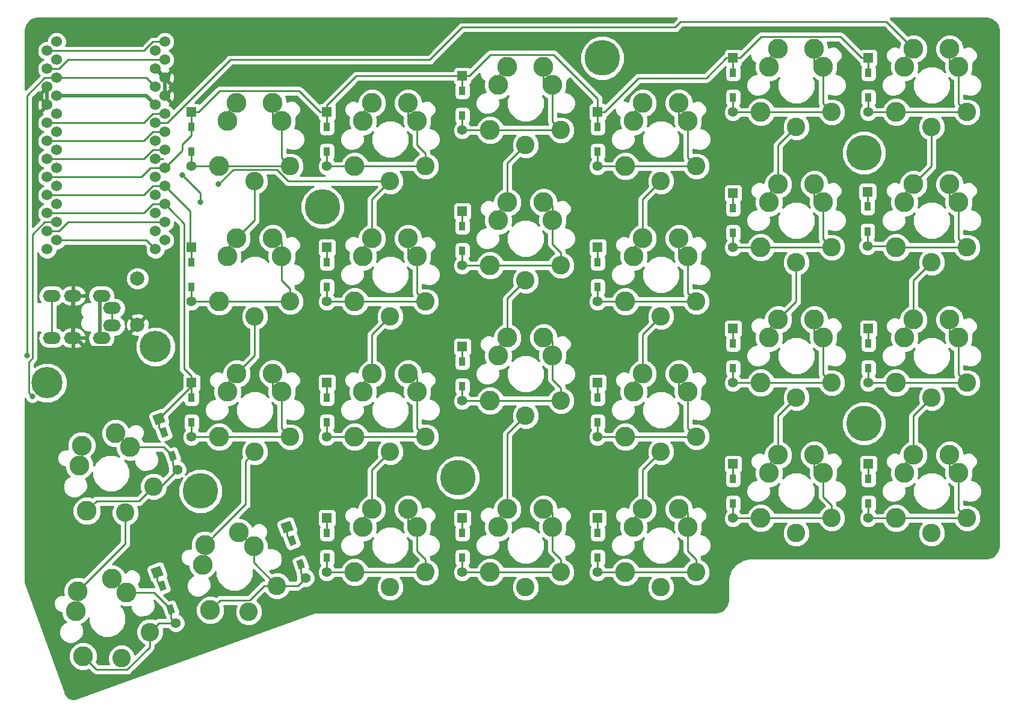
<source format=gbr>
G04 #@! TF.GenerationSoftware,KiCad,Pcbnew,(5.0.2)-1*
G04 #@! TF.CreationDate,2019-03-26T19:18:29+09:00*
G04 #@! TF.ProjectId,ergo50,6572676f-3530-42e6-9b69-6361645f7063,rev?*
G04 #@! TF.SameCoordinates,Original*
G04 #@! TF.FileFunction,Copper,L1,Top*
G04 #@! TF.FilePolarity,Positive*
%FSLAX46Y46*%
G04 Gerber Fmt 4.6, Leading zero omitted, Abs format (unit mm)*
G04 Created by KiCad (PCBNEW (5.0.2)-1) date 2019/03/26 19:18:29*
%MOMM*%
%LPD*%
G01*
G04 APERTURE LIST*
G04 #@! TA.AperFunction,ComponentPad*
%ADD10C,2.800000*%
G04 #@! TD*
G04 #@! TA.AperFunction,ComponentPad*
%ADD11C,2.600000*%
G04 #@! TD*
G04 #@! TA.AperFunction,ComponentPad*
%ADD12C,1.397000*%
G04 #@! TD*
G04 #@! TA.AperFunction,ComponentPad*
%ADD13R,1.397000X1.397000*%
G04 #@! TD*
G04 #@! TA.AperFunction,SMDPad,CuDef*
%ADD14R,0.950000X1.300000*%
G04 #@! TD*
G04 #@! TA.AperFunction,SMDPad,CuDef*
%ADD15C,0.950000*%
G04 #@! TD*
G04 #@! TA.AperFunction,Conductor*
%ADD16C,0.100000*%
G04 #@! TD*
G04 #@! TA.AperFunction,ComponentPad*
%ADD17O,2.500000X1.700000*%
G04 #@! TD*
G04 #@! TA.AperFunction,ComponentPad*
%ADD18C,2.000000*%
G04 #@! TD*
G04 #@! TA.AperFunction,ComponentPad*
%ADD19C,1.524000*%
G04 #@! TD*
G04 #@! TA.AperFunction,WasherPad*
%ADD20C,5.000000*%
G04 #@! TD*
G04 #@! TA.AperFunction,ComponentPad*
%ADD21C,4.400000*%
G04 #@! TD*
G04 #@! TA.AperFunction,ViaPad*
%ADD22C,0.800000*%
G04 #@! TD*
G04 #@! TA.AperFunction,Conductor*
%ADD23C,0.250000*%
G04 #@! TD*
G04 #@! TA.AperFunction,Conductor*
%ADD24C,0.500000*%
G04 #@! TD*
G04 #@! TA.AperFunction,Conductor*
%ADD25C,0.254000*%
G04 #@! TD*
G04 APERTURE END LIST*
D10*
G04 #@! TO.P,SW6,1*
G04 #@! TO.N,col5*
X106987145Y-136100869D03*
G04 #@! TO.P,SW6,2*
G04 #@! TO.N,Net-(D6-Pad2)*
X114147603Y-133494676D03*
G04 #@! TO.P,SW6,1*
G04 #@! TO.N,col5*
X107311822Y-133279685D03*
G04 #@! TO.P,SW6,2*
G04 #@! TO.N,Net-(D6-Pad2)*
X112085462Y-131542222D03*
X108037318Y-142465525D03*
D11*
G04 #@! TO.P,SW6,1*
G04 #@! TO.N,col5*
X113454024Y-142728778D03*
G04 #@! TO.P,SW6,2*
G04 #@! TO.N,Net-(D6-Pad2)*
X117434245Y-139045323D03*
G04 #@! TD*
D12*
G04 #@! TO.P,D26,2*
G04 #@! TO.N,Net-(D26-Pad2)*
X200660000Y-129540000D03*
D13*
G04 #@! TO.P,D26,1*
G04 #@! TO.N,row4*
X200660000Y-121920000D03*
D14*
X200660000Y-123955000D03*
G04 #@! TO.P,D26,2*
G04 #@! TO.N,Net-(D26-Pad2)*
X200660000Y-127505000D03*
G04 #@! TD*
G04 #@! TO.P,D25,2*
G04 #@! TO.N,Net-(D25-Pad2)*
X200660000Y-108455000D03*
G04 #@! TO.P,D25,1*
G04 #@! TO.N,row3*
X200660000Y-104905000D03*
D13*
X200660000Y-102870000D03*
D12*
G04 #@! TO.P,D25,2*
G04 #@! TO.N,Net-(D25-Pad2)*
X200660000Y-110490000D03*
G04 #@! TD*
G04 #@! TO.P,D24,2*
G04 #@! TO.N,Net-(D24-Pad2)*
X200549384Y-91247371D03*
D13*
G04 #@! TO.P,D24,1*
G04 #@! TO.N,row2*
X200549384Y-83627371D03*
D14*
X200549384Y-85662371D03*
G04 #@! TO.P,D24,2*
G04 #@! TO.N,Net-(D24-Pad2)*
X200549384Y-89212371D03*
G04 #@! TD*
G04 #@! TO.P,D23,2*
G04 #@! TO.N,Net-(D23-Pad2)*
X200660000Y-70355000D03*
G04 #@! TO.P,D23,1*
G04 #@! TO.N,row1*
X200660000Y-66805000D03*
D13*
X200660000Y-64770000D03*
D12*
G04 #@! TO.P,D23,2*
G04 #@! TO.N,Net-(D23-Pad2)*
X200660000Y-72390000D03*
G04 #@! TD*
D14*
G04 #@! TO.P,D22,2*
G04 #@! TO.N,Net-(D22-Pad2)*
X181610000Y-127505000D03*
G04 #@! TO.P,D22,1*
G04 #@! TO.N,row4*
X181610000Y-123955000D03*
D13*
X181610000Y-121920000D03*
D12*
G04 #@! TO.P,D22,2*
G04 #@! TO.N,Net-(D22-Pad2)*
X181610000Y-129540000D03*
G04 #@! TD*
G04 #@! TO.P,D21,2*
G04 #@! TO.N,Net-(D21-Pad2)*
X181610000Y-110490000D03*
D13*
G04 #@! TO.P,D21,1*
G04 #@! TO.N,row3*
X181610000Y-102870000D03*
D14*
X181610000Y-104905000D03*
G04 #@! TO.P,D21,2*
G04 #@! TO.N,Net-(D21-Pad2)*
X181610000Y-108455000D03*
G04 #@! TD*
G04 #@! TO.P,D20,2*
G04 #@! TO.N,Net-(D20-Pad2)*
X181610000Y-89405000D03*
G04 #@! TO.P,D20,1*
G04 #@! TO.N,row2*
X181610000Y-85855000D03*
D13*
X181610000Y-83820000D03*
D12*
G04 #@! TO.P,D20,2*
G04 #@! TO.N,Net-(D20-Pad2)*
X181610000Y-91440000D03*
G04 #@! TD*
G04 #@! TO.P,D19,2*
G04 #@! TO.N,Net-(D19-Pad2)*
X181610000Y-72390000D03*
D13*
G04 #@! TO.P,D19,1*
G04 #@! TO.N,row1*
X181610000Y-64770000D03*
D14*
X181610000Y-66805000D03*
G04 #@! TO.P,D19,2*
G04 #@! TO.N,Net-(D19-Pad2)*
X181610000Y-70355000D03*
G04 #@! TD*
D12*
G04 #@! TO.P,D18,2*
G04 #@! TO.N,Net-(D18-Pad2)*
X162560000Y-137160000D03*
D13*
G04 #@! TO.P,D18,1*
G04 #@! TO.N,row4*
X162560000Y-129540000D03*
D14*
X162560000Y-131575000D03*
G04 #@! TO.P,D18,2*
G04 #@! TO.N,Net-(D18-Pad2)*
X162560000Y-135125000D03*
G04 #@! TD*
G04 #@! TO.P,D17,2*
G04 #@! TO.N,Net-(D17-Pad2)*
X162560000Y-116075000D03*
G04 #@! TO.P,D17,1*
G04 #@! TO.N,row3*
X162560000Y-112525000D03*
D13*
X162560000Y-110490000D03*
D12*
G04 #@! TO.P,D17,2*
G04 #@! TO.N,Net-(D17-Pad2)*
X162560000Y-118110000D03*
G04 #@! TD*
G04 #@! TO.P,D16,2*
G04 #@! TO.N,Net-(D16-Pad2)*
X162560000Y-99060000D03*
D13*
G04 #@! TO.P,D16,1*
G04 #@! TO.N,row2*
X162560000Y-91440000D03*
D14*
X162560000Y-93475000D03*
G04 #@! TO.P,D16,2*
G04 #@! TO.N,Net-(D16-Pad2)*
X162560000Y-97025000D03*
G04 #@! TD*
G04 #@! TO.P,D15,2*
G04 #@! TO.N,Net-(D15-Pad2)*
X162560000Y-77975000D03*
G04 #@! TO.P,D15,1*
G04 #@! TO.N,row1*
X162560000Y-74425000D03*
D13*
X162560000Y-72390000D03*
D12*
G04 #@! TO.P,D15,2*
G04 #@! TO.N,Net-(D15-Pad2)*
X162560000Y-80010000D03*
G04 #@! TD*
D14*
G04 #@! TO.P,D14,2*
G04 #@! TO.N,Net-(D14-Pad2)*
X143510000Y-135125000D03*
G04 #@! TO.P,D14,1*
G04 #@! TO.N,row4*
X143510000Y-131575000D03*
D13*
X143510000Y-129540000D03*
D12*
G04 #@! TO.P,D14,2*
G04 #@! TO.N,Net-(D14-Pad2)*
X143510000Y-137160000D03*
G04 #@! TD*
G04 #@! TO.P,D13,2*
G04 #@! TO.N,Net-(D13-Pad2)*
X143510000Y-113030000D03*
D13*
G04 #@! TO.P,D13,1*
G04 #@! TO.N,row3*
X143510000Y-105410000D03*
D14*
X143510000Y-107445000D03*
G04 #@! TO.P,D13,2*
G04 #@! TO.N,Net-(D13-Pad2)*
X143510000Y-110995000D03*
G04 #@! TD*
G04 #@! TO.P,D12,2*
G04 #@! TO.N,Net-(D12-Pad2)*
X143510000Y-91945000D03*
G04 #@! TO.P,D12,1*
G04 #@! TO.N,row2*
X143510000Y-88395000D03*
D13*
X143510000Y-86360000D03*
D12*
G04 #@! TO.P,D12,2*
G04 #@! TO.N,Net-(D12-Pad2)*
X143510000Y-93980000D03*
G04 #@! TD*
G04 #@! TO.P,D11,2*
G04 #@! TO.N,Net-(D11-Pad2)*
X143510000Y-74930000D03*
D13*
G04 #@! TO.P,D11,1*
G04 #@! TO.N,row1*
X143510000Y-67310000D03*
D14*
X143510000Y-69345000D03*
G04 #@! TO.P,D11,2*
G04 #@! TO.N,Net-(D11-Pad2)*
X143510000Y-72895000D03*
G04 #@! TD*
G04 #@! TO.P,D9,2*
G04 #@! TO.N,Net-(D9-Pad2)*
X124460000Y-116075000D03*
G04 #@! TO.P,D9,1*
G04 #@! TO.N,row3*
X124460000Y-112525000D03*
D13*
X124460000Y-110490000D03*
D12*
G04 #@! TO.P,D9,2*
G04 #@! TO.N,Net-(D9-Pad2)*
X124460000Y-118110000D03*
G04 #@! TD*
G04 #@! TO.P,D8,2*
G04 #@! TO.N,Net-(D8-Pad2)*
X124460000Y-99060000D03*
D13*
G04 #@! TO.P,D8,1*
G04 #@! TO.N,row2*
X124460000Y-91440000D03*
D14*
X124460000Y-93475000D03*
G04 #@! TO.P,D8,2*
G04 #@! TO.N,Net-(D8-Pad2)*
X124460000Y-97025000D03*
G04 #@! TD*
G04 #@! TO.P,D7,2*
G04 #@! TO.N,Net-(D7-Pad2)*
X124460000Y-77975000D03*
G04 #@! TO.P,D7,1*
G04 #@! TO.N,row1*
X124460000Y-74425000D03*
D13*
X124460000Y-72390000D03*
D12*
G04 #@! TO.P,D7,2*
G04 #@! TO.N,Net-(D7-Pad2)*
X124460000Y-80010000D03*
G04 #@! TD*
D14*
G04 #@! TO.P,D5,2*
G04 #@! TO.N,Net-(D5-Pad2)*
X105410000Y-116075000D03*
G04 #@! TO.P,D5,1*
G04 #@! TO.N,row3*
X105410000Y-112525000D03*
D13*
X105410000Y-110490000D03*
D12*
G04 #@! TO.P,D5,2*
G04 #@! TO.N,Net-(D5-Pad2)*
X105410000Y-118110000D03*
G04 #@! TD*
D14*
G04 #@! TO.P,D4,2*
G04 #@! TO.N,Net-(D4-Pad2)*
X105410000Y-97025000D03*
G04 #@! TO.P,D4,1*
G04 #@! TO.N,row2*
X105410000Y-93475000D03*
D13*
X105410000Y-91440000D03*
D12*
G04 #@! TO.P,D4,2*
G04 #@! TO.N,Net-(D4-Pad2)*
X105410000Y-99060000D03*
G04 #@! TD*
G04 #@! TO.P,D3,2*
G04 #@! TO.N,Net-(D3-Pad2)*
X105410000Y-80010000D03*
D13*
G04 #@! TO.P,D3,1*
G04 #@! TO.N,row1*
X105410000Y-72390000D03*
D14*
X105410000Y-74425000D03*
G04 #@! TO.P,D3,2*
G04 #@! TO.N,Net-(D3-Pad2)*
X105410000Y-77975000D03*
G04 #@! TD*
D12*
G04 #@! TO.P,D10,2*
G04 #@! TO.N,Net-(D10-Pad2)*
X124460000Y-137160000D03*
D13*
G04 #@! TO.P,D10,1*
G04 #@! TO.N,row4*
X124460000Y-129540000D03*
D14*
X124460000Y-131575000D03*
G04 #@! TO.P,D10,2*
G04 #@! TO.N,Net-(D10-Pad2)*
X124460000Y-135125000D03*
G04 #@! TD*
D15*
G04 #@! TO.P,D1,2*
G04 #@! TO.N,Net-(D1-Pad2)*
X102715086Y-120793954D03*
D16*
G04 #@! TD*
G04 #@! TO.N,Net-(D1-Pad2)*
G04 #@! TO.C,D1*
G36*
X102046419Y-120345613D02*
X102939127Y-120020694D01*
X103383753Y-121242295D01*
X102491045Y-121567214D01*
X102046419Y-120345613D01*
X102046419Y-120345613D01*
G37*
D15*
G04 #@! TO.P,D1,1*
G04 #@! TO.N,row3*
X101500914Y-117458046D03*
D16*
G04 #@! TD*
G04 #@! TO.N,row3*
G04 #@! TO.C,D1*
G36*
X100832247Y-117009705D02*
X101724955Y-116684786D01*
X102169581Y-117906387D01*
X101276873Y-118231306D01*
X100832247Y-117009705D01*
X100832247Y-117009705D01*
G37*
D12*
G04 #@! TO.P,D1,1*
G04 #@! TO.N,row3*
X100804903Y-115545771D03*
D16*
G04 #@! TD*
G04 #@! TO.N,row3*
G04 #@! TO.C,D1*
G36*
X99909627Y-115128297D02*
X101222377Y-114650495D01*
X101700179Y-115963245D01*
X100387429Y-116441047D01*
X99909627Y-115128297D01*
X99909627Y-115128297D01*
G37*
D12*
G04 #@! TO.P,D1,2*
G04 #@! TO.N,Net-(D1-Pad2)*
X103411097Y-122706229D03*
G04 #@! TD*
G04 #@! TO.P,D6,2*
G04 #@! TO.N,Net-(D6-Pad2)*
X121445097Y-137946229D03*
G04 #@! TO.P,D6,1*
G04 #@! TO.N,row4*
X118838903Y-130785771D03*
D16*
G04 #@! TD*
G04 #@! TO.N,row4*
G04 #@! TO.C,D6*
G36*
X117943627Y-130368297D02*
X119256377Y-129890495D01*
X119734179Y-131203245D01*
X118421429Y-131681047D01*
X117943627Y-130368297D01*
X117943627Y-130368297D01*
G37*
D15*
G04 #@! TO.P,D6,1*
G04 #@! TO.N,row4*
X119534914Y-132698046D03*
D16*
G04 #@! TD*
G04 #@! TO.N,row4*
G04 #@! TO.C,D6*
G36*
X118866247Y-132249705D02*
X119758955Y-131924786D01*
X120203581Y-133146387D01*
X119310873Y-133471306D01*
X118866247Y-132249705D01*
X118866247Y-132249705D01*
G37*
D15*
G04 #@! TO.P,D6,2*
G04 #@! TO.N,Net-(D6-Pad2)*
X120749086Y-136033954D03*
D16*
G04 #@! TD*
G04 #@! TO.N,Net-(D6-Pad2)*
G04 #@! TO.C,D6*
G36*
X120080419Y-135585613D02*
X120973127Y-135260694D01*
X121417753Y-136482295D01*
X120525045Y-136807214D01*
X120080419Y-135585613D01*
X120080419Y-135585613D01*
G37*
D15*
G04 #@! TO.P,D2,2*
G04 #@! TO.N,Net-(D2-Pad2)*
X102461086Y-142383954D03*
D16*
G04 #@! TD*
G04 #@! TO.N,Net-(D2-Pad2)*
G04 #@! TO.C,D2*
G36*
X101792419Y-141935613D02*
X102685127Y-141610694D01*
X103129753Y-142832295D01*
X102237045Y-143157214D01*
X101792419Y-141935613D01*
X101792419Y-141935613D01*
G37*
D15*
G04 #@! TO.P,D2,1*
G04 #@! TO.N,row4*
X101246914Y-139048046D03*
D16*
G04 #@! TD*
G04 #@! TO.N,row4*
G04 #@! TO.C,D2*
G36*
X100578247Y-138599705D02*
X101470955Y-138274786D01*
X101915581Y-139496387D01*
X101022873Y-139821306D01*
X100578247Y-138599705D01*
X100578247Y-138599705D01*
G37*
D12*
G04 #@! TO.P,D2,1*
G04 #@! TO.N,row4*
X100550903Y-137135771D03*
D16*
G04 #@! TD*
G04 #@! TO.N,row4*
G04 #@! TO.C,D2*
G36*
X99655627Y-136718297D02*
X100968377Y-136240495D01*
X101446179Y-137553245D01*
X100133429Y-138031047D01*
X99655627Y-136718297D01*
X99655627Y-136718297D01*
G37*
D12*
G04 #@! TO.P,D2,2*
G04 #@! TO.N,Net-(D2-Pad2)*
X103157097Y-144296229D03*
G04 #@! TD*
D15*
G04 #@! TO.P,D1,2*
G04 #@! TO.N,Net-(D1-Pad2)*
X102715086Y-120793954D03*
D16*
G04 #@! TD*
G04 #@! TO.N,Net-(D1-Pad2)*
G04 #@! TO.C,D1*
G36*
X102046419Y-120345613D02*
X102939127Y-120020694D01*
X103383753Y-121242295D01*
X102491045Y-121567214D01*
X102046419Y-120345613D01*
X102046419Y-120345613D01*
G37*
D12*
G04 #@! TO.P,D1,2*
G04 #@! TO.N,Net-(D1-Pad2)*
X103411097Y-122706229D03*
G04 #@! TO.P,D1,1*
G04 #@! TO.N,row3*
X100804903Y-115545771D03*
D16*
G04 #@! TD*
G04 #@! TO.N,row3*
G04 #@! TO.C,D1*
G36*
X99909627Y-115128297D02*
X101222377Y-114650495D01*
X101700179Y-115963245D01*
X100387429Y-116441047D01*
X99909627Y-115128297D01*
X99909627Y-115128297D01*
G37*
D15*
G04 #@! TO.P,D1,1*
G04 #@! TO.N,row3*
X101500914Y-117458046D03*
D16*
G04 #@! TD*
G04 #@! TO.N,row3*
G04 #@! TO.C,D1*
G36*
X100832247Y-117009705D02*
X101724955Y-116684786D01*
X102169581Y-117906387D01*
X101276873Y-118231306D01*
X100832247Y-117009705D01*
X100832247Y-117009705D01*
G37*
D15*
G04 #@! TO.P,D2,2*
G04 #@! TO.N,Net-(D2-Pad2)*
X102461086Y-142383954D03*
D16*
G04 #@! TD*
G04 #@! TO.N,Net-(D2-Pad2)*
G04 #@! TO.C,D2*
G36*
X101792419Y-141935613D02*
X102685127Y-141610694D01*
X103129753Y-142832295D01*
X102237045Y-143157214D01*
X101792419Y-141935613D01*
X101792419Y-141935613D01*
G37*
D12*
G04 #@! TO.P,D2,2*
G04 #@! TO.N,Net-(D2-Pad2)*
X103157097Y-144296229D03*
G04 #@! TO.P,D2,1*
G04 #@! TO.N,row4*
X100550903Y-137135771D03*
D16*
G04 #@! TD*
G04 #@! TO.N,row4*
G04 #@! TO.C,D2*
G36*
X99655627Y-136718297D02*
X100968377Y-136240495D01*
X101446179Y-137553245D01*
X100133429Y-138031047D01*
X99655627Y-136718297D01*
X99655627Y-136718297D01*
G37*
D15*
G04 #@! TO.P,D2,1*
G04 #@! TO.N,row4*
X101246914Y-139048046D03*
D16*
G04 #@! TD*
G04 #@! TO.N,row4*
G04 #@! TO.C,D2*
G36*
X100578247Y-138599705D02*
X101470955Y-138274786D01*
X101915581Y-139496387D01*
X101022873Y-139821306D01*
X100578247Y-138599705D01*
X100578247Y-138599705D01*
G37*
D14*
G04 #@! TO.P,D3,1*
G04 #@! TO.N,row1*
X105410000Y-74425000D03*
D13*
X105410000Y-72390000D03*
D12*
G04 #@! TO.P,D3,2*
G04 #@! TO.N,Net-(D3-Pad2)*
X105410000Y-80010000D03*
D14*
X105410000Y-77975000D03*
G04 #@! TD*
G04 #@! TO.P,D4,2*
G04 #@! TO.N,Net-(D4-Pad2)*
X105410000Y-97025000D03*
D12*
X105410000Y-99060000D03*
D13*
G04 #@! TO.P,D4,1*
G04 #@! TO.N,row2*
X105410000Y-91440000D03*
D14*
X105410000Y-93475000D03*
G04 #@! TD*
G04 #@! TO.P,D5,2*
G04 #@! TO.N,Net-(D5-Pad2)*
X105410000Y-116075000D03*
D12*
X105410000Y-118110000D03*
D13*
G04 #@! TO.P,D5,1*
G04 #@! TO.N,row3*
X105410000Y-110490000D03*
D14*
X105410000Y-112525000D03*
G04 #@! TD*
D15*
G04 #@! TO.P,D6,1*
G04 #@! TO.N,row4*
X119534914Y-132698046D03*
D16*
G04 #@! TD*
G04 #@! TO.N,row4*
G04 #@! TO.C,D6*
G36*
X118866247Y-132249705D02*
X119758955Y-131924786D01*
X120203581Y-133146387D01*
X119310873Y-133471306D01*
X118866247Y-132249705D01*
X118866247Y-132249705D01*
G37*
D12*
G04 #@! TO.P,D6,1*
G04 #@! TO.N,row4*
X118838903Y-130785771D03*
D16*
G04 #@! TD*
G04 #@! TO.N,row4*
G04 #@! TO.C,D6*
G36*
X117943627Y-130368297D02*
X119256377Y-129890495D01*
X119734179Y-131203245D01*
X118421429Y-131681047D01*
X117943627Y-130368297D01*
X117943627Y-130368297D01*
G37*
D12*
G04 #@! TO.P,D6,2*
G04 #@! TO.N,Net-(D6-Pad2)*
X121445097Y-137946229D03*
D15*
X120749086Y-136033954D03*
D16*
G04 #@! TD*
G04 #@! TO.N,Net-(D6-Pad2)*
G04 #@! TO.C,D6*
G36*
X120080419Y-135585613D02*
X120973127Y-135260694D01*
X121417753Y-136482295D01*
X120525045Y-136807214D01*
X120080419Y-135585613D01*
X120080419Y-135585613D01*
G37*
D14*
G04 #@! TO.P,D7,2*
G04 #@! TO.N,Net-(D7-Pad2)*
X124460000Y-77975000D03*
D12*
X124460000Y-80010000D03*
D13*
G04 #@! TO.P,D7,1*
G04 #@! TO.N,row1*
X124460000Y-72390000D03*
D14*
X124460000Y-74425000D03*
G04 #@! TD*
G04 #@! TO.P,D8,1*
G04 #@! TO.N,row2*
X124460000Y-93475000D03*
D13*
X124460000Y-91440000D03*
D12*
G04 #@! TO.P,D8,2*
G04 #@! TO.N,Net-(D8-Pad2)*
X124460000Y-99060000D03*
D14*
X124460000Y-97025000D03*
G04 #@! TD*
G04 #@! TO.P,D9,2*
G04 #@! TO.N,Net-(D9-Pad2)*
X124460000Y-116075000D03*
D12*
X124460000Y-118110000D03*
D13*
G04 #@! TO.P,D9,1*
G04 #@! TO.N,row3*
X124460000Y-110490000D03*
D14*
X124460000Y-112525000D03*
G04 #@! TD*
G04 #@! TO.P,D10,1*
G04 #@! TO.N,row4*
X124460000Y-131575000D03*
D13*
X124460000Y-129540000D03*
D12*
G04 #@! TO.P,D10,2*
G04 #@! TO.N,Net-(D10-Pad2)*
X124460000Y-137160000D03*
D14*
X124460000Y-135125000D03*
G04 #@! TD*
G04 #@! TO.P,D11,1*
G04 #@! TO.N,row1*
X143510000Y-69345000D03*
D13*
X143510000Y-67310000D03*
D12*
G04 #@! TO.P,D11,2*
G04 #@! TO.N,Net-(D11-Pad2)*
X143510000Y-74930000D03*
D14*
X143510000Y-72895000D03*
G04 #@! TD*
G04 #@! TO.P,D12,2*
G04 #@! TO.N,Net-(D12-Pad2)*
X143510000Y-91945000D03*
D12*
X143510000Y-93980000D03*
D13*
G04 #@! TO.P,D12,1*
G04 #@! TO.N,row2*
X143510000Y-86360000D03*
D14*
X143510000Y-88395000D03*
G04 #@! TD*
G04 #@! TO.P,D13,1*
G04 #@! TO.N,row3*
X143510000Y-107445000D03*
D13*
X143510000Y-105410000D03*
D12*
G04 #@! TO.P,D13,2*
G04 #@! TO.N,Net-(D13-Pad2)*
X143510000Y-113030000D03*
D14*
X143510000Y-110995000D03*
G04 #@! TD*
G04 #@! TO.P,D14,2*
G04 #@! TO.N,Net-(D14-Pad2)*
X143510000Y-135125000D03*
D12*
X143510000Y-137160000D03*
D13*
G04 #@! TO.P,D14,1*
G04 #@! TO.N,row4*
X143510000Y-129540000D03*
D14*
X143510000Y-131575000D03*
G04 #@! TD*
G04 #@! TO.P,D15,2*
G04 #@! TO.N,Net-(D15-Pad2)*
X162560000Y-77975000D03*
D12*
X162560000Y-80010000D03*
D13*
G04 #@! TO.P,D15,1*
G04 #@! TO.N,row1*
X162560000Y-72390000D03*
D14*
X162560000Y-74425000D03*
G04 #@! TD*
G04 #@! TO.P,D16,1*
G04 #@! TO.N,row2*
X162560000Y-93475000D03*
D13*
X162560000Y-91440000D03*
D12*
G04 #@! TO.P,D16,2*
G04 #@! TO.N,Net-(D16-Pad2)*
X162560000Y-99060000D03*
D14*
X162560000Y-97025000D03*
G04 #@! TD*
G04 #@! TO.P,D17,2*
G04 #@! TO.N,Net-(D17-Pad2)*
X162560000Y-116075000D03*
D12*
X162560000Y-118110000D03*
D13*
G04 #@! TO.P,D17,1*
G04 #@! TO.N,row3*
X162560000Y-110490000D03*
D14*
X162560000Y-112525000D03*
G04 #@! TD*
G04 #@! TO.P,D18,1*
G04 #@! TO.N,row4*
X162560000Y-131575000D03*
D13*
X162560000Y-129540000D03*
D12*
G04 #@! TO.P,D18,2*
G04 #@! TO.N,Net-(D18-Pad2)*
X162560000Y-137160000D03*
D14*
X162560000Y-135125000D03*
G04 #@! TD*
G04 #@! TO.P,D19,1*
G04 #@! TO.N,row1*
X181610000Y-66805000D03*
D13*
X181610000Y-64770000D03*
D12*
G04 #@! TO.P,D19,2*
G04 #@! TO.N,Net-(D19-Pad2)*
X181610000Y-72390000D03*
D14*
X181610000Y-70355000D03*
G04 #@! TD*
G04 #@! TO.P,D20,2*
G04 #@! TO.N,Net-(D20-Pad2)*
X181610000Y-89405000D03*
D12*
X181610000Y-91440000D03*
D13*
G04 #@! TO.P,D20,1*
G04 #@! TO.N,row2*
X181610000Y-83820000D03*
D14*
X181610000Y-85855000D03*
G04 #@! TD*
G04 #@! TO.P,D21,1*
G04 #@! TO.N,row3*
X181610000Y-104905000D03*
D13*
X181610000Y-102870000D03*
D12*
G04 #@! TO.P,D21,2*
G04 #@! TO.N,Net-(D21-Pad2)*
X181610000Y-110490000D03*
D14*
X181610000Y-108455000D03*
G04 #@! TD*
G04 #@! TO.P,D22,2*
G04 #@! TO.N,Net-(D22-Pad2)*
X181610000Y-127505000D03*
D12*
X181610000Y-129540000D03*
D13*
G04 #@! TO.P,D22,1*
G04 #@! TO.N,row4*
X181610000Y-121920000D03*
D14*
X181610000Y-123955000D03*
G04 #@! TD*
G04 #@! TO.P,D23,2*
G04 #@! TO.N,Net-(D23-Pad2)*
X200660000Y-70355000D03*
D12*
X200660000Y-72390000D03*
D13*
G04 #@! TO.P,D23,1*
G04 #@! TO.N,row1*
X200660000Y-64770000D03*
D14*
X200660000Y-66805000D03*
G04 #@! TD*
G04 #@! TO.P,D24,1*
G04 #@! TO.N,row2*
X200549384Y-85662371D03*
D13*
X200549384Y-83627371D03*
D12*
G04 #@! TO.P,D24,2*
G04 #@! TO.N,Net-(D24-Pad2)*
X200549384Y-91247371D03*
D14*
X200549384Y-89212371D03*
G04 #@! TD*
G04 #@! TO.P,D25,2*
G04 #@! TO.N,Net-(D25-Pad2)*
X200660000Y-108455000D03*
D12*
X200660000Y-110490000D03*
D13*
G04 #@! TO.P,D25,1*
G04 #@! TO.N,row3*
X200660000Y-102870000D03*
D14*
X200660000Y-104905000D03*
G04 #@! TD*
G04 #@! TO.P,D26,1*
G04 #@! TO.N,row4*
X200660000Y-123955000D03*
D13*
X200660000Y-121920000D03*
D12*
G04 #@! TO.P,D26,2*
G04 #@! TO.N,Net-(D26-Pad2)*
X200660000Y-129540000D03*
D14*
X200660000Y-127505000D03*
G04 #@! TD*
D17*
G04 #@! TO.P,J1,D*
G04 #@! TO.N,VCC*
X92734000Y-104180000D03*
G04 #@! TO.P,J1,A*
G04 #@! TO.N,Net-(J1-PadA)*
X94234000Y-99980000D03*
G04 #@! TO.P,J1,B*
G04 #@! TO.N,data*
X85734000Y-104180000D03*
G04 #@! TO.P,J1,C*
G04 #@! TO.N,GND*
X88734000Y-104180000D03*
G04 #@! TO.P,J1,B*
G04 #@! TO.N,data*
X85734000Y-98230000D03*
G04 #@! TO.P,J1,C*
G04 #@! TO.N,GND*
X88734000Y-98230000D03*
G04 #@! TO.P,J1,D*
G04 #@! TO.N,VCC*
X92734000Y-98230000D03*
G04 #@! TO.P,J1,A*
G04 #@! TO.N,Net-(J1-PadA)*
X94234000Y-102430000D03*
G04 #@! TD*
D10*
G04 #@! TO.P,SW1,1*
G04 #@! TO.N,col6*
X89613593Y-122135888D03*
G04 #@! TO.P,SW1,2*
G04 #@! TO.N,Net-(D1-Pad2)*
X96774051Y-119529695D03*
G04 #@! TO.P,SW1,1*
G04 #@! TO.N,col6*
X89938270Y-119314704D03*
G04 #@! TO.P,SW1,2*
G04 #@! TO.N,Net-(D1-Pad2)*
X94711910Y-117577241D03*
X90663766Y-128500544D03*
D11*
G04 #@! TO.P,SW1,1*
G04 #@! TO.N,col6*
X96080472Y-128763797D03*
G04 #@! TO.P,SW1,2*
G04 #@! TO.N,Net-(D1-Pad2)*
X100060693Y-125080342D03*
G04 #@! TD*
G04 #@! TO.P,SW2,2*
G04 #@! TO.N,Net-(D2-Pad2)*
X99533100Y-145560807D03*
G04 #@! TO.P,SW2,1*
G04 #@! TO.N,col6*
X95552879Y-149244262D03*
D10*
G04 #@! TO.P,SW2,2*
G04 #@! TO.N,Net-(D2-Pad2)*
X90136173Y-148981009D03*
X94184317Y-138057706D03*
G04 #@! TO.P,SW2,1*
G04 #@! TO.N,col6*
X89410677Y-139795169D03*
G04 #@! TO.P,SW2,2*
G04 #@! TO.N,Net-(D2-Pad2)*
X96246458Y-140010160D03*
G04 #@! TO.P,SW2,1*
G04 #@! TO.N,col6*
X89086000Y-142616353D03*
G04 #@! TD*
D11*
G04 #@! TO.P,SW3,2*
G04 #@! TO.N,Net-(D3-Pad2)*
X119300000Y-80000000D03*
G04 #@! TO.P,SW3,1*
G04 #@! TO.N,col5*
X114300000Y-82100000D03*
D10*
G04 #@! TO.P,SW3,2*
G04 #@! TO.N,Net-(D3-Pad2)*
X109300000Y-80000000D03*
X116840000Y-71120000D03*
G04 #@! TO.P,SW3,1*
G04 #@! TO.N,col5*
X111760000Y-71120000D03*
G04 #@! TO.P,SW3,2*
G04 #@! TO.N,Net-(D3-Pad2)*
X118110000Y-73660000D03*
G04 #@! TO.P,SW3,1*
G04 #@! TO.N,col5*
X110490000Y-73660000D03*
G04 #@! TD*
G04 #@! TO.P,SW4,1*
G04 #@! TO.N,col5*
X110490000Y-92710000D03*
G04 #@! TO.P,SW4,2*
G04 #@! TO.N,Net-(D4-Pad2)*
X118110000Y-92710000D03*
G04 #@! TO.P,SW4,1*
G04 #@! TO.N,col5*
X111760000Y-90170000D03*
G04 #@! TO.P,SW4,2*
G04 #@! TO.N,Net-(D4-Pad2)*
X116840000Y-90170000D03*
X109300000Y-99050000D03*
D11*
G04 #@! TO.P,SW4,1*
G04 #@! TO.N,col5*
X114300000Y-101150000D03*
G04 #@! TO.P,SW4,2*
G04 #@! TO.N,Net-(D4-Pad2)*
X119300000Y-99050000D03*
G04 #@! TD*
G04 #@! TO.P,SW5,2*
G04 #@! TO.N,Net-(D5-Pad2)*
X119300000Y-118100000D03*
G04 #@! TO.P,SW5,1*
G04 #@! TO.N,col5*
X114300000Y-120200000D03*
D10*
G04 #@! TO.P,SW5,2*
G04 #@! TO.N,Net-(D5-Pad2)*
X109300000Y-118100000D03*
X116840000Y-109220000D03*
G04 #@! TO.P,SW5,1*
G04 #@! TO.N,col5*
X111760000Y-109220000D03*
G04 #@! TO.P,SW5,2*
G04 #@! TO.N,Net-(D5-Pad2)*
X118110000Y-111760000D03*
G04 #@! TO.P,SW5,1*
G04 #@! TO.N,col5*
X110490000Y-111760000D03*
G04 #@! TD*
D11*
G04 #@! TO.P,SW7,2*
G04 #@! TO.N,Net-(D7-Pad2)*
X138350000Y-80000000D03*
G04 #@! TO.P,SW7,1*
G04 #@! TO.N,col4*
X133350000Y-82100000D03*
D10*
G04 #@! TO.P,SW7,2*
G04 #@! TO.N,Net-(D7-Pad2)*
X128350000Y-80000000D03*
X135890000Y-71120000D03*
G04 #@! TO.P,SW7,1*
G04 #@! TO.N,col4*
X130810000Y-71120000D03*
G04 #@! TO.P,SW7,2*
G04 #@! TO.N,Net-(D7-Pad2)*
X137160000Y-73660000D03*
G04 #@! TO.P,SW7,1*
G04 #@! TO.N,col4*
X129540000Y-73660000D03*
G04 #@! TD*
G04 #@! TO.P,SW8,1*
G04 #@! TO.N,col4*
X129540000Y-92710000D03*
G04 #@! TO.P,SW8,2*
G04 #@! TO.N,Net-(D8-Pad2)*
X137160000Y-92710000D03*
G04 #@! TO.P,SW8,1*
G04 #@! TO.N,col4*
X130810000Y-90170000D03*
G04 #@! TO.P,SW8,2*
G04 #@! TO.N,Net-(D8-Pad2)*
X135890000Y-90170000D03*
X128350000Y-99050000D03*
D11*
G04 #@! TO.P,SW8,1*
G04 #@! TO.N,col4*
X133350000Y-101150000D03*
G04 #@! TO.P,SW8,2*
G04 #@! TO.N,Net-(D8-Pad2)*
X138350000Y-99050000D03*
G04 #@! TD*
G04 #@! TO.P,SW9,2*
G04 #@! TO.N,Net-(D9-Pad2)*
X138350000Y-118100000D03*
G04 #@! TO.P,SW9,1*
G04 #@! TO.N,col4*
X133350000Y-120200000D03*
D10*
G04 #@! TO.P,SW9,2*
G04 #@! TO.N,Net-(D9-Pad2)*
X128350000Y-118100000D03*
X135890000Y-109220000D03*
G04 #@! TO.P,SW9,1*
G04 #@! TO.N,col4*
X130810000Y-109220000D03*
G04 #@! TO.P,SW9,2*
G04 #@! TO.N,Net-(D9-Pad2)*
X137160000Y-111760000D03*
G04 #@! TO.P,SW9,1*
G04 #@! TO.N,col4*
X129540000Y-111760000D03*
G04 #@! TD*
G04 #@! TO.P,SW10,1*
G04 #@! TO.N,col4*
X129540000Y-130810000D03*
G04 #@! TO.P,SW10,2*
G04 #@! TO.N,Net-(D10-Pad2)*
X137160000Y-130810000D03*
G04 #@! TO.P,SW10,1*
G04 #@! TO.N,col4*
X130810000Y-128270000D03*
G04 #@! TO.P,SW10,2*
G04 #@! TO.N,Net-(D10-Pad2)*
X135890000Y-128270000D03*
X128350000Y-137150000D03*
D11*
G04 #@! TO.P,SW10,1*
G04 #@! TO.N,col4*
X133350000Y-139250000D03*
G04 #@! TO.P,SW10,2*
G04 #@! TO.N,Net-(D10-Pad2)*
X138350000Y-137150000D03*
G04 #@! TD*
G04 #@! TO.P,SW11,2*
G04 #@! TO.N,Net-(D11-Pad2)*
X157400000Y-74920000D03*
G04 #@! TO.P,SW11,1*
G04 #@! TO.N,col3*
X152400000Y-77020000D03*
D10*
G04 #@! TO.P,SW11,2*
G04 #@! TO.N,Net-(D11-Pad2)*
X147400000Y-74920000D03*
X154940000Y-66040000D03*
G04 #@! TO.P,SW11,1*
G04 #@! TO.N,col3*
X149860000Y-66040000D03*
G04 #@! TO.P,SW11,2*
G04 #@! TO.N,Net-(D11-Pad2)*
X156210000Y-68580000D03*
G04 #@! TO.P,SW11,1*
G04 #@! TO.N,col3*
X148590000Y-68580000D03*
G04 #@! TD*
G04 #@! TO.P,SW12,1*
G04 #@! TO.N,col3*
X148590000Y-87630000D03*
G04 #@! TO.P,SW12,2*
G04 #@! TO.N,Net-(D12-Pad2)*
X156210000Y-87630000D03*
G04 #@! TO.P,SW12,1*
G04 #@! TO.N,col3*
X149860000Y-85090000D03*
G04 #@! TO.P,SW12,2*
G04 #@! TO.N,Net-(D12-Pad2)*
X154940000Y-85090000D03*
X147400000Y-93970000D03*
D11*
G04 #@! TO.P,SW12,1*
G04 #@! TO.N,col3*
X152400000Y-96070000D03*
G04 #@! TO.P,SW12,2*
G04 #@! TO.N,Net-(D12-Pad2)*
X157400000Y-93970000D03*
G04 #@! TD*
D10*
G04 #@! TO.P,SW13,1*
G04 #@! TO.N,col3*
X148590000Y-106680000D03*
G04 #@! TO.P,SW13,2*
G04 #@! TO.N,Net-(D13-Pad2)*
X156210000Y-106680000D03*
G04 #@! TO.P,SW13,1*
G04 #@! TO.N,col3*
X149860000Y-104140000D03*
G04 #@! TO.P,SW13,2*
G04 #@! TO.N,Net-(D13-Pad2)*
X154940000Y-104140000D03*
X147400000Y-113020000D03*
D11*
G04 #@! TO.P,SW13,1*
G04 #@! TO.N,col3*
X152400000Y-115120000D03*
G04 #@! TO.P,SW13,2*
G04 #@! TO.N,Net-(D13-Pad2)*
X157400000Y-113020000D03*
G04 #@! TD*
D10*
G04 #@! TO.P,SW14,1*
G04 #@! TO.N,col3*
X148590000Y-130810000D03*
G04 #@! TO.P,SW14,2*
G04 #@! TO.N,Net-(D14-Pad2)*
X156210000Y-130810000D03*
G04 #@! TO.P,SW14,1*
G04 #@! TO.N,col3*
X149860000Y-128270000D03*
G04 #@! TO.P,SW14,2*
G04 #@! TO.N,Net-(D14-Pad2)*
X154940000Y-128270000D03*
X147400000Y-137150000D03*
D11*
G04 #@! TO.P,SW14,1*
G04 #@! TO.N,col3*
X152400000Y-139250000D03*
G04 #@! TO.P,SW14,2*
G04 #@! TO.N,Net-(D14-Pad2)*
X157400000Y-137150000D03*
G04 #@! TD*
G04 #@! TO.P,SW15,2*
G04 #@! TO.N,Net-(D15-Pad2)*
X176450000Y-80000000D03*
G04 #@! TO.P,SW15,1*
G04 #@! TO.N,col2*
X171450000Y-82100000D03*
D10*
G04 #@! TO.P,SW15,2*
G04 #@! TO.N,Net-(D15-Pad2)*
X166450000Y-80000000D03*
X173990000Y-71120000D03*
G04 #@! TO.P,SW15,1*
G04 #@! TO.N,col2*
X168910000Y-71120000D03*
G04 #@! TO.P,SW15,2*
G04 #@! TO.N,Net-(D15-Pad2)*
X175260000Y-73660000D03*
G04 #@! TO.P,SW15,1*
G04 #@! TO.N,col2*
X167640000Y-73660000D03*
G04 #@! TD*
G04 #@! TO.P,SW16,1*
G04 #@! TO.N,col2*
X167640000Y-92710000D03*
G04 #@! TO.P,SW16,2*
G04 #@! TO.N,Net-(D16-Pad2)*
X175260000Y-92710000D03*
G04 #@! TO.P,SW16,1*
G04 #@! TO.N,col2*
X168910000Y-90170000D03*
G04 #@! TO.P,SW16,2*
G04 #@! TO.N,Net-(D16-Pad2)*
X173990000Y-90170000D03*
X166450000Y-99050000D03*
D11*
G04 #@! TO.P,SW16,1*
G04 #@! TO.N,col2*
X171450000Y-101150000D03*
G04 #@! TO.P,SW16,2*
G04 #@! TO.N,Net-(D16-Pad2)*
X176450000Y-99050000D03*
G04 #@! TD*
G04 #@! TO.P,SW17,2*
G04 #@! TO.N,Net-(D17-Pad2)*
X176450000Y-118100000D03*
G04 #@! TO.P,SW17,1*
G04 #@! TO.N,col2*
X171450000Y-120200000D03*
D10*
G04 #@! TO.P,SW17,2*
G04 #@! TO.N,Net-(D17-Pad2)*
X166450000Y-118100000D03*
X173990000Y-109220000D03*
G04 #@! TO.P,SW17,1*
G04 #@! TO.N,col2*
X168910000Y-109220000D03*
G04 #@! TO.P,SW17,2*
G04 #@! TO.N,Net-(D17-Pad2)*
X175260000Y-111760000D03*
G04 #@! TO.P,SW17,1*
G04 #@! TO.N,col2*
X167640000Y-111760000D03*
G04 #@! TD*
G04 #@! TO.P,SW18,1*
G04 #@! TO.N,col2*
X167640000Y-130810000D03*
G04 #@! TO.P,SW18,2*
G04 #@! TO.N,Net-(D18-Pad2)*
X175260000Y-130810000D03*
G04 #@! TO.P,SW18,1*
G04 #@! TO.N,col2*
X168910000Y-128270000D03*
G04 #@! TO.P,SW18,2*
G04 #@! TO.N,Net-(D18-Pad2)*
X173990000Y-128270000D03*
X166450000Y-137150000D03*
D11*
G04 #@! TO.P,SW18,1*
G04 #@! TO.N,col2*
X171450000Y-139250000D03*
G04 #@! TO.P,SW18,2*
G04 #@! TO.N,Net-(D18-Pad2)*
X176450000Y-137150000D03*
G04 #@! TD*
G04 #@! TO.P,SW19,2*
G04 #@! TO.N,Net-(D19-Pad2)*
X195500000Y-72380000D03*
G04 #@! TO.P,SW19,1*
G04 #@! TO.N,col1*
X190500000Y-74480000D03*
D10*
G04 #@! TO.P,SW19,2*
G04 #@! TO.N,Net-(D19-Pad2)*
X185500000Y-72380000D03*
X193040000Y-63500000D03*
G04 #@! TO.P,SW19,1*
G04 #@! TO.N,col1*
X187960000Y-63500000D03*
G04 #@! TO.P,SW19,2*
G04 #@! TO.N,Net-(D19-Pad2)*
X194310000Y-66040000D03*
G04 #@! TO.P,SW19,1*
G04 #@! TO.N,col1*
X186690000Y-66040000D03*
G04 #@! TD*
G04 #@! TO.P,SW20,1*
G04 #@! TO.N,col1*
X186690000Y-85090000D03*
G04 #@! TO.P,SW20,2*
G04 #@! TO.N,Net-(D20-Pad2)*
X194310000Y-85090000D03*
G04 #@! TO.P,SW20,1*
G04 #@! TO.N,col1*
X187960000Y-82550000D03*
G04 #@! TO.P,SW20,2*
G04 #@! TO.N,Net-(D20-Pad2)*
X193040000Y-82550000D03*
X185500000Y-91430000D03*
D11*
G04 #@! TO.P,SW20,1*
G04 #@! TO.N,col1*
X190500000Y-93530000D03*
G04 #@! TO.P,SW20,2*
G04 #@! TO.N,Net-(D20-Pad2)*
X195500000Y-91430000D03*
G04 #@! TD*
G04 #@! TO.P,SW21,2*
G04 #@! TO.N,Net-(D21-Pad2)*
X195500000Y-110480000D03*
G04 #@! TO.P,SW21,1*
G04 #@! TO.N,col1*
X190500000Y-112580000D03*
D10*
G04 #@! TO.P,SW21,2*
G04 #@! TO.N,Net-(D21-Pad2)*
X185500000Y-110480000D03*
X193040000Y-101600000D03*
G04 #@! TO.P,SW21,1*
G04 #@! TO.N,col1*
X187960000Y-101600000D03*
G04 #@! TO.P,SW21,2*
G04 #@! TO.N,Net-(D21-Pad2)*
X194310000Y-104140000D03*
G04 #@! TO.P,SW21,1*
G04 #@! TO.N,col1*
X186690000Y-104140000D03*
G04 #@! TD*
G04 #@! TO.P,SW22,1*
G04 #@! TO.N,col1*
X186690000Y-123190000D03*
G04 #@! TO.P,SW22,2*
G04 #@! TO.N,Net-(D22-Pad2)*
X194310000Y-123190000D03*
G04 #@! TO.P,SW22,1*
G04 #@! TO.N,col1*
X187960000Y-120650000D03*
G04 #@! TO.P,SW22,2*
G04 #@! TO.N,Net-(D22-Pad2)*
X193040000Y-120650000D03*
X185500000Y-129530000D03*
D11*
G04 #@! TO.P,SW22,1*
G04 #@! TO.N,col1*
X190500000Y-131630000D03*
G04 #@! TO.P,SW22,2*
G04 #@! TO.N,Net-(D22-Pad2)*
X195500000Y-129530000D03*
G04 #@! TD*
G04 #@! TO.P,SW23,2*
G04 #@! TO.N,Net-(D23-Pad2)*
X214550000Y-72380000D03*
G04 #@! TO.P,SW23,1*
G04 #@! TO.N,col0*
X209550000Y-74480000D03*
D10*
G04 #@! TO.P,SW23,2*
G04 #@! TO.N,Net-(D23-Pad2)*
X204550000Y-72380000D03*
X212090000Y-63500000D03*
G04 #@! TO.P,SW23,1*
G04 #@! TO.N,col0*
X207010000Y-63500000D03*
G04 #@! TO.P,SW23,2*
G04 #@! TO.N,Net-(D23-Pad2)*
X213360000Y-66040000D03*
G04 #@! TO.P,SW23,1*
G04 #@! TO.N,col0*
X205740000Y-66040000D03*
G04 #@! TD*
G04 #@! TO.P,SW24,1*
G04 #@! TO.N,col0*
X205740000Y-85090000D03*
G04 #@! TO.P,SW24,2*
G04 #@! TO.N,Net-(D24-Pad2)*
X213360000Y-85090000D03*
G04 #@! TO.P,SW24,1*
G04 #@! TO.N,col0*
X207010000Y-82550000D03*
G04 #@! TO.P,SW24,2*
G04 #@! TO.N,Net-(D24-Pad2)*
X212090000Y-82550000D03*
X204550000Y-91430000D03*
D11*
G04 #@! TO.P,SW24,1*
G04 #@! TO.N,col0*
X209550000Y-93530000D03*
G04 #@! TO.P,SW24,2*
G04 #@! TO.N,Net-(D24-Pad2)*
X214550000Y-91430000D03*
G04 #@! TD*
G04 #@! TO.P,SW25,2*
G04 #@! TO.N,Net-(D25-Pad2)*
X214550000Y-110480000D03*
G04 #@! TO.P,SW25,1*
G04 #@! TO.N,col0*
X209550000Y-112580000D03*
D10*
G04 #@! TO.P,SW25,2*
G04 #@! TO.N,Net-(D25-Pad2)*
X204550000Y-110480000D03*
X212090000Y-101600000D03*
G04 #@! TO.P,SW25,1*
G04 #@! TO.N,col0*
X207010000Y-101600000D03*
G04 #@! TO.P,SW25,2*
G04 #@! TO.N,Net-(D25-Pad2)*
X213360000Y-104140000D03*
G04 #@! TO.P,SW25,1*
G04 #@! TO.N,col0*
X205740000Y-104140000D03*
G04 #@! TD*
G04 #@! TO.P,SW26,1*
G04 #@! TO.N,col0*
X205740000Y-123190000D03*
G04 #@! TO.P,SW26,2*
G04 #@! TO.N,Net-(D26-Pad2)*
X213360000Y-123190000D03*
G04 #@! TO.P,SW26,1*
G04 #@! TO.N,col0*
X207010000Y-120650000D03*
G04 #@! TO.P,SW26,2*
G04 #@! TO.N,Net-(D26-Pad2)*
X212090000Y-120650000D03*
X204550000Y-129530000D03*
D11*
G04 #@! TO.P,SW26,1*
G04 #@! TO.N,col0*
X209550000Y-131630000D03*
G04 #@! TO.P,SW26,2*
G04 #@! TO.N,Net-(D26-Pad2)*
X214550000Y-129530000D03*
G04 #@! TD*
D18*
G04 #@! TO.P,SW27,1*
G04 #@! TO.N,RST*
X97790000Y-95810000D03*
G04 #@! TO.P,SW27,2*
G04 #@! TO.N,GND*
X97790000Y-102310000D03*
G04 #@! TD*
D19*
G04 #@! TO.P,U1,24*
G04 #@! TO.N,Net-(U1-Pad24)*
X86416400Y-62484000D03*
G04 #@! TO.P,U1,23*
G04 #@! TO.N,GND*
X86416400Y-65024000D03*
G04 #@! TO.P,U1,22*
G04 #@! TO.N,RST*
X86416400Y-67564000D03*
G04 #@! TO.P,U1,21*
G04 #@! TO.N,VCC*
X86416400Y-70104000D03*
G04 #@! TO.P,U1,20*
G04 #@! TO.N,col0*
X86416400Y-72644000D03*
G04 #@! TO.P,U1,19*
G04 #@! TO.N,col1*
X86416400Y-75184000D03*
G04 #@! TO.P,U1,18*
G04 #@! TO.N,col2*
X86416400Y-77724000D03*
G04 #@! TO.P,U1,17*
G04 #@! TO.N,col3*
X86416400Y-80264000D03*
G04 #@! TO.P,U1,16*
G04 #@! TO.N,col4*
X86416400Y-82804000D03*
G04 #@! TO.P,U1,15*
G04 #@! TO.N,col5*
X86416400Y-85344000D03*
G04 #@! TO.P,U1,14*
G04 #@! TO.N,col6*
X86416400Y-87884000D03*
G04 #@! TO.P,U1,13*
G04 #@! TO.N,Net-(U1-Pad13)*
X86416400Y-90424000D03*
G04 #@! TO.P,U1,12*
G04 #@! TO.N,Net-(U1-Pad12)*
X101636400Y-90424000D03*
G04 #@! TO.P,U1,11*
G04 #@! TO.N,row4*
X101636400Y-87884000D03*
G04 #@! TO.P,U1,10*
G04 #@! TO.N,row3*
X101636400Y-85344000D03*
G04 #@! TO.P,U1,9*
G04 #@! TO.N,row2*
X101636400Y-82804000D03*
G04 #@! TO.P,U1,8*
G04 #@! TO.N,row1*
X101636400Y-80264000D03*
G04 #@! TO.P,U1,7*
G04 #@! TO.N,Net-(U1-Pad7)*
X101636400Y-77724000D03*
G04 #@! TO.P,U1,6*
G04 #@! TO.N,Net-(U1-Pad6)*
X101636400Y-75184000D03*
G04 #@! TO.P,U1,5*
G04 #@! TO.N,Net-(U1-Pad5)*
X101636400Y-72644000D03*
G04 #@! TO.P,U1,4*
G04 #@! TO.N,GND*
X101636400Y-70104000D03*
G04 #@! TO.P,U1,3*
X101636400Y-67564000D03*
G04 #@! TO.P,U1,2*
G04 #@! TO.N,data*
X101636400Y-65024000D03*
G04 #@! TO.P,U1,1*
G04 #@! TO.N,Net-(U1-Pad1)*
X101636400Y-62484000D03*
X85090000Y-63754000D03*
G04 #@! TO.P,U1,2*
G04 #@! TO.N,data*
X85090000Y-66294000D03*
G04 #@! TO.P,U1,3*
G04 #@! TO.N,GND*
X85090000Y-68834000D03*
G04 #@! TO.P,U1,4*
X85090000Y-71374000D03*
G04 #@! TO.P,U1,5*
G04 #@! TO.N,Net-(U1-Pad5)*
X85090000Y-73914000D03*
G04 #@! TO.P,U1,6*
G04 #@! TO.N,Net-(U1-Pad6)*
X85090000Y-76454000D03*
G04 #@! TO.P,U1,7*
G04 #@! TO.N,Net-(U1-Pad7)*
X85090000Y-78994000D03*
G04 #@! TO.P,U1,8*
G04 #@! TO.N,row1*
X85090000Y-81534000D03*
G04 #@! TO.P,U1,9*
G04 #@! TO.N,row2*
X85090000Y-84074000D03*
G04 #@! TO.P,U1,10*
G04 #@! TO.N,row3*
X85090000Y-86614000D03*
G04 #@! TO.P,U1,11*
G04 #@! TO.N,row4*
X85090000Y-89154000D03*
G04 #@! TO.P,U1,12*
G04 #@! TO.N,Net-(U1-Pad12)*
X85090000Y-91694000D03*
G04 #@! TO.P,U1,13*
G04 #@! TO.N,Net-(U1-Pad13)*
X100330000Y-91694000D03*
G04 #@! TO.P,U1,14*
G04 #@! TO.N,col6*
X100330000Y-89154000D03*
G04 #@! TO.P,U1,15*
G04 #@! TO.N,col5*
X100330000Y-86614000D03*
G04 #@! TO.P,U1,16*
G04 #@! TO.N,col4*
X100330000Y-84074000D03*
G04 #@! TO.P,U1,17*
G04 #@! TO.N,col3*
X100330000Y-81534000D03*
G04 #@! TO.P,U1,18*
G04 #@! TO.N,col2*
X100330000Y-78994000D03*
G04 #@! TO.P,U1,19*
G04 #@! TO.N,col1*
X100330000Y-76454000D03*
G04 #@! TO.P,U1,20*
G04 #@! TO.N,col0*
X100330000Y-73914000D03*
G04 #@! TO.P,U1,21*
G04 #@! TO.N,VCC*
X100330000Y-71374000D03*
G04 #@! TO.P,U1,22*
G04 #@! TO.N,RST*
X100330000Y-68834000D03*
G04 #@! TO.P,U1,23*
G04 #@! TO.N,GND*
X100330000Y-66294000D03*
G04 #@! TO.P,U1,24*
G04 #@! TO.N,Net-(U1-Pad24)*
X100330000Y-63754000D03*
G04 #@! TD*
D20*
G04 #@! TO.P,Ref\002A\002A,*
G04 #@! TO.N,*
X106680000Y-125730000D03*
G04 #@! TD*
G04 #@! TO.P,Ref\002A\002A,*
G04 #@! TO.N,*
X123825000Y-85725000D03*
G04 #@! TD*
G04 #@! TO.P,Ref\002A\002A,*
G04 #@! TO.N,*
X200025000Y-78105000D03*
G04 #@! TD*
G04 #@! TO.P,Ref\002A\002A,*
G04 #@! TO.N,*
X200025000Y-116205000D03*
G04 #@! TD*
G04 #@! TO.P,Ref\002A\002A,*
G04 #@! TO.N,*
X163195000Y-64770000D03*
G04 #@! TD*
G04 #@! TO.P,Ref\002A\002A,*
G04 #@! TO.N,*
X142875000Y-123825000D03*
G04 #@! TD*
D21*
G04 #@! TO.P,REF\002A\002A,1*
G04 #@! TO.N,N/C*
X100330000Y-105410000D03*
G04 #@! TD*
G04 #@! TO.P,REF\002A\002A,1*
G04 #@! TO.N,N/C*
X85090000Y-110490000D03*
G04 #@! TD*
D22*
G04 #@! TO.N,GND*
X83820000Y-59690000D03*
X91440000Y-93980000D03*
G04 #@! TO.N,col6*
X83008999Y-112385433D03*
G04 #@! TO.N,col4*
X109220000Y-82550000D03*
G04 #@! TO.N,col2*
X106680000Y-85090000D03*
X104140000Y-81280000D03*
G04 #@! TO.N,RST*
X82283999Y-106680000D03*
G04 #@! TD*
D23*
G04 #@! TO.N,row3*
X100804903Y-116762035D02*
X101500914Y-117458046D01*
X100804903Y-115545771D02*
X100804903Y-116762035D01*
X105410000Y-110490000D02*
X105410000Y-112525000D01*
X124460000Y-110490000D02*
X124460000Y-112525000D01*
X143510000Y-105410000D02*
X143510000Y-107445000D01*
X181610000Y-102870000D02*
X181610000Y-104905000D01*
X200660000Y-102870000D02*
X200660000Y-104905000D01*
X162560000Y-110490000D02*
X162560000Y-112525000D01*
X105410000Y-110940674D02*
X105410000Y-110490000D01*
X100804903Y-115545771D02*
X105410000Y-110940674D01*
X100558770Y-85344000D02*
X101636400Y-85344000D01*
X99991238Y-85344000D02*
X100558770Y-85344000D01*
X98721238Y-86614000D02*
X99991238Y-85344000D01*
X85090000Y-86614000D02*
X98721238Y-86614000D01*
X102723401Y-86431001D02*
X102398399Y-86105999D01*
X102398399Y-86105999D02*
X101636400Y-85344000D01*
X104386499Y-88094099D02*
X102398399Y-86105999D01*
X104386499Y-108517999D02*
X104386499Y-88094099D01*
X105410000Y-109541500D02*
X104386499Y-108517999D01*
X105410000Y-110490000D02*
X105410000Y-109541500D01*
G04 #@! TO.N,Net-(D1-Pad2)*
X102715086Y-122010218D02*
X103411097Y-122706229D01*
X102715086Y-120793954D02*
X102715086Y-122010218D01*
X96664364Y-119529695D02*
X96774051Y-119529695D01*
X94711910Y-117577241D02*
X96664364Y-119529695D01*
X101450827Y-119529695D02*
X102715086Y-120793954D01*
X96774051Y-119529695D02*
X101450827Y-119529695D01*
X101036984Y-125080342D02*
X100060693Y-125080342D01*
X103411097Y-122706229D02*
X101036984Y-125080342D01*
X98760694Y-126380341D02*
X100060693Y-125080342D01*
X98040490Y-127100545D02*
X98760694Y-126380341D01*
X92063765Y-127100545D02*
X98040490Y-127100545D01*
X90663766Y-128500544D02*
X92063765Y-127100545D01*
G04 #@! TO.N,Net-(D2-Pad2)*
X102461086Y-143600218D02*
X103157097Y-144296229D01*
X102461086Y-142383954D02*
X102461086Y-143600218D01*
X96136771Y-140010160D02*
X96246458Y-140010160D01*
X94184317Y-138057706D02*
X96136771Y-140010160D01*
X100087292Y-140010160D02*
X102461086Y-142383954D01*
X96246458Y-140010160D02*
X100087292Y-140010160D01*
X100797678Y-144296229D02*
X99533100Y-145560807D01*
X103157097Y-144296229D02*
X100797678Y-144296229D01*
X91536172Y-150381008D02*
X90136173Y-148981009D01*
X92024427Y-150869263D02*
X91536172Y-150381008D01*
X96332880Y-150869263D02*
X92024427Y-150869263D01*
X99533100Y-147669043D02*
X96332880Y-150869263D01*
X99533100Y-145560807D02*
X99533100Y-147669043D01*
G04 #@! TO.N,row4*
X100550903Y-138352035D02*
X101246914Y-139048046D01*
X100550903Y-137135771D02*
X100550903Y-138352035D01*
X118838903Y-132002035D02*
X119534914Y-132698046D01*
X118838903Y-130785771D02*
X118838903Y-132002035D01*
X124460000Y-129540000D02*
X124460000Y-131575000D01*
X143510000Y-129540000D02*
X143510000Y-130810000D01*
X143510000Y-131575000D02*
X143510000Y-130810000D01*
X162560000Y-129540000D02*
X162560000Y-131575000D01*
X200660000Y-121920000D02*
X200660000Y-123955000D01*
X181610000Y-121920000D02*
X181610000Y-123955000D01*
X100558770Y-87884000D02*
X101636400Y-87884000D01*
X88025162Y-87884000D02*
X100558770Y-87884000D01*
X86755162Y-89154000D02*
X88025162Y-87884000D01*
X85090000Y-89154000D02*
X86755162Y-89154000D01*
X101636400Y-87884000D02*
X99991238Y-87884000D01*
G04 #@! TO.N,row1*
X105410000Y-72390000D02*
X105410000Y-74425000D01*
X124460000Y-72390000D02*
X124460000Y-74425000D01*
X143510000Y-67310000D02*
X143510000Y-69345000D01*
X181610000Y-64770000D02*
X181610000Y-66805000D01*
X200660000Y-64770000D02*
X200660000Y-66805000D01*
X162560000Y-72390000D02*
X162560000Y-74425000D01*
X182558500Y-64770000D02*
X181610000Y-64770000D01*
X185553501Y-61774999D02*
X182558500Y-64770000D01*
X196716499Y-61774999D02*
X185553501Y-61774999D01*
X199711500Y-64770000D02*
X196716499Y-61774999D01*
X200660000Y-64770000D02*
X199711500Y-64770000D01*
X163508500Y-72390000D02*
X162560000Y-72390000D01*
X168303499Y-67595001D02*
X163508500Y-72390000D01*
X177836499Y-67595001D02*
X168303499Y-67595001D01*
X180661500Y-64770000D02*
X177836499Y-67595001D01*
X181610000Y-64770000D02*
X180661500Y-64770000D01*
X144458500Y-67310000D02*
X143510000Y-67310000D01*
X147453501Y-64314999D02*
X144458500Y-67310000D01*
X156384001Y-64314999D02*
X147453501Y-64314999D01*
X162560000Y-70490998D02*
X156384001Y-64314999D01*
X162560000Y-72390000D02*
X162560000Y-70490998D01*
X124460000Y-71441500D02*
X124460000Y-72390000D01*
X128591500Y-67310000D02*
X124460000Y-71441500D01*
X143510000Y-67310000D02*
X128591500Y-67310000D01*
X106358500Y-72390000D02*
X105410000Y-72390000D01*
X109353501Y-69394999D02*
X106358500Y-72390000D01*
X120516499Y-69394999D02*
X109353501Y-69394999D01*
X123511500Y-72390000D02*
X120516499Y-69394999D01*
X124460000Y-72390000D02*
X123511500Y-72390000D01*
X100558770Y-80264000D02*
X101636400Y-80264000D01*
X99625240Y-80264000D02*
X100558770Y-80264000D01*
X98355240Y-81534000D02*
X99625240Y-80264000D01*
X85090000Y-81534000D02*
X98355240Y-81534000D01*
X105410000Y-72390000D02*
X105410000Y-73338500D01*
X105410000Y-75628040D02*
X104140000Y-76898040D01*
X105410000Y-74425000D02*
X105410000Y-75628040D01*
X104140000Y-77760400D02*
X101636400Y-80264000D01*
X104140000Y-76898040D02*
X104140000Y-77760400D01*
G04 #@! TO.N,Net-(D3-Pad2)*
X105410000Y-77975000D02*
X105410000Y-80010000D01*
X118110000Y-78810000D02*
X119300000Y-80000000D01*
X118110000Y-73660000D02*
X118110000Y-78810000D01*
X119300000Y-80000000D02*
X109300000Y-80000000D01*
X109290000Y-80010000D02*
X109300000Y-80000000D01*
X105410000Y-80010000D02*
X109290000Y-80010000D01*
X117400102Y-73660000D02*
X118110000Y-73660000D01*
X116840000Y-73099898D02*
X117400102Y-73660000D01*
X116840000Y-71120000D02*
X116840000Y-73099898D01*
G04 #@! TO.N,Net-(D4-Pad2)*
X105410000Y-97025000D02*
X105410000Y-99060000D01*
X109290000Y-99060000D02*
X109300000Y-99050000D01*
X105410000Y-99060000D02*
X109290000Y-99060000D01*
X109300000Y-99050000D02*
X119300000Y-99050000D01*
X118110000Y-94689898D02*
X118110000Y-92710000D01*
X118110000Y-96021523D02*
X118110000Y-94689898D01*
X119300000Y-97211523D02*
X118110000Y-96021523D01*
X119300000Y-99050000D02*
X119300000Y-97211523D01*
X117549898Y-90170000D02*
X116840000Y-90170000D01*
X118110000Y-90730102D02*
X117549898Y-90170000D01*
X118110000Y-92710000D02*
X118110000Y-90730102D01*
G04 #@! TO.N,row2*
X105410000Y-91440000D02*
X105410000Y-93475000D01*
X124460000Y-91440000D02*
X124460000Y-93475000D01*
X143510000Y-86360000D02*
X143510000Y-88395000D01*
X162560000Y-91440000D02*
X162560000Y-93475000D01*
X181610000Y-83820000D02*
X181610000Y-85855000D01*
X200549384Y-85662371D02*
X200549384Y-83627371D01*
X100558770Y-82804000D02*
X101636400Y-82804000D01*
X99991238Y-82804000D02*
X100558770Y-82804000D01*
X98721238Y-84074000D02*
X99991238Y-82804000D01*
X85090000Y-84074000D02*
X98721238Y-84074000D01*
X101636400Y-82804000D02*
X105192400Y-86360000D01*
X105192400Y-91440000D02*
X105192400Y-86360000D01*
G04 #@! TO.N,Net-(D5-Pad2)*
X105410000Y-116075000D02*
X105410000Y-118110000D01*
X117400102Y-111760000D02*
X118110000Y-111760000D01*
X116840000Y-111199898D02*
X117400102Y-111760000D01*
X116840000Y-109220000D02*
X116840000Y-111199898D01*
X118110000Y-116910000D02*
X119300000Y-118100000D01*
X118110000Y-111760000D02*
X118110000Y-116910000D01*
X117461523Y-118100000D02*
X109300000Y-118100000D01*
X119300000Y-118100000D02*
X117461523Y-118100000D01*
X105420000Y-118100000D02*
X105410000Y-118110000D01*
X109300000Y-118100000D02*
X105420000Y-118100000D01*
G04 #@! TO.N,Net-(D6-Pad2)*
X120749086Y-137250218D02*
X121445097Y-137946229D01*
X120749086Y-136033954D02*
X120749086Y-137250218D01*
X114037916Y-133494676D02*
X114147603Y-133494676D01*
X112085462Y-131542222D02*
X114037916Y-133494676D01*
X114147603Y-135758681D02*
X117434245Y-139045323D01*
X114147603Y-133494676D02*
X114147603Y-135758681D01*
X109437317Y-141065526D02*
X108037318Y-142465525D01*
X113575565Y-141065526D02*
X109437317Y-141065526D01*
X115595768Y-139045323D02*
X113575565Y-141065526D01*
X117434245Y-139045323D02*
X115595768Y-139045323D01*
X120346003Y-139045323D02*
X121445097Y-137946229D01*
X117434245Y-139045323D02*
X120346003Y-139045323D01*
G04 #@! TO.N,Net-(D7-Pad2)*
X124460000Y-77975000D02*
X124460000Y-80010000D01*
X128340000Y-80010000D02*
X128350000Y-80000000D01*
X124460000Y-80010000D02*
X128340000Y-80010000D01*
X128350000Y-80000000D02*
X138350000Y-80000000D01*
X137160000Y-75639898D02*
X137160000Y-73660000D01*
X137160000Y-76971523D02*
X137160000Y-75639898D01*
X138350000Y-78161523D02*
X137160000Y-76971523D01*
X138350000Y-80000000D02*
X138350000Y-78161523D01*
X136450102Y-73660000D02*
X137160000Y-73660000D01*
X135890000Y-73099898D02*
X136450102Y-73660000D01*
X135890000Y-71120000D02*
X135890000Y-73099898D01*
G04 #@! TO.N,Net-(D8-Pad2)*
X124460000Y-97025000D02*
X124460000Y-99060000D01*
X128340000Y-99060000D02*
X128350000Y-99050000D01*
X124460000Y-99060000D02*
X128340000Y-99060000D01*
X128350000Y-99050000D02*
X138350000Y-99050000D01*
X136450102Y-92710000D02*
X137160000Y-92710000D01*
X135890000Y-92149898D02*
X136450102Y-92710000D01*
X135890000Y-90170000D02*
X135890000Y-92149898D01*
X137160000Y-97860000D02*
X138350000Y-99050000D01*
X137160000Y-92710000D02*
X137160000Y-97860000D01*
G04 #@! TO.N,Net-(D9-Pad2)*
X124460000Y-116075000D02*
X124460000Y-118110000D01*
X128340000Y-118110000D02*
X128350000Y-118100000D01*
X124460000Y-118110000D02*
X128340000Y-118110000D01*
X128350000Y-118100000D02*
X138350000Y-118100000D01*
X136599898Y-109220000D02*
X135890000Y-109220000D01*
X137160000Y-109780102D02*
X136599898Y-109220000D01*
X137160000Y-111760000D02*
X137160000Y-109780102D01*
X137160000Y-116910000D02*
X138350000Y-118100000D01*
X137160000Y-111760000D02*
X137160000Y-116910000D01*
G04 #@! TO.N,Net-(D10-Pad2)*
X124460000Y-135125000D02*
X124460000Y-137160000D01*
X128340000Y-137160000D02*
X128350000Y-137150000D01*
X124460000Y-137160000D02*
X128340000Y-137160000D01*
X128350000Y-137150000D02*
X138350000Y-137150000D01*
X137160000Y-132789898D02*
X137160000Y-130810000D01*
X137160000Y-134121523D02*
X137160000Y-132789898D01*
X138350000Y-135311523D02*
X137160000Y-134121523D01*
X138350000Y-137150000D02*
X138350000Y-135311523D01*
X136450102Y-130810000D02*
X137160000Y-130810000D01*
X135890000Y-130249898D02*
X136450102Y-130810000D01*
X135890000Y-128270000D02*
X135890000Y-130249898D01*
G04 #@! TO.N,Net-(D11-Pad2)*
X143510000Y-72895000D02*
X143510000Y-74930000D01*
X147390000Y-74930000D02*
X147400000Y-74920000D01*
X143510000Y-74930000D02*
X147390000Y-74930000D01*
X155500102Y-68580000D02*
X156210000Y-68580000D01*
X154940000Y-68019898D02*
X155500102Y-68580000D01*
X154940000Y-66040000D02*
X154940000Y-68019898D01*
X156210000Y-73730000D02*
X157400000Y-74920000D01*
X156210000Y-68580000D02*
X156210000Y-73730000D01*
X157400000Y-74920000D02*
X147400000Y-74920000D01*
G04 #@! TO.N,Net-(D12-Pad2)*
X143510000Y-91945000D02*
X143510000Y-93980000D01*
X147390000Y-93980000D02*
X147400000Y-93970000D01*
X143510000Y-93980000D02*
X147390000Y-93980000D01*
X147400000Y-93970000D02*
X157400000Y-93970000D01*
X156210000Y-89609898D02*
X156210000Y-87630000D01*
X156210000Y-90941523D02*
X156210000Y-89609898D01*
X157400000Y-92131523D02*
X156210000Y-90941523D01*
X157400000Y-93970000D02*
X157400000Y-92131523D01*
X155649898Y-85090000D02*
X154940000Y-85090000D01*
X156210000Y-85650102D02*
X155649898Y-85090000D01*
X156210000Y-87630000D02*
X156210000Y-85650102D01*
G04 #@! TO.N,Net-(D13-Pad2)*
X143510000Y-110995000D02*
X143510000Y-113030000D01*
X147390000Y-113030000D02*
X147400000Y-113020000D01*
X143510000Y-113030000D02*
X147390000Y-113030000D01*
X147400000Y-113020000D02*
X157400000Y-113020000D01*
X156210000Y-108659898D02*
X156210000Y-106680000D01*
X156210000Y-109991523D02*
X156210000Y-108659898D01*
X157400000Y-111181523D02*
X156210000Y-109991523D01*
X157400000Y-113020000D02*
X157400000Y-111181523D01*
X155649898Y-104140000D02*
X154940000Y-104140000D01*
X156210000Y-104700102D02*
X155649898Y-104140000D01*
X156210000Y-106680000D02*
X156210000Y-104700102D01*
G04 #@! TO.N,Net-(D14-Pad2)*
X143510000Y-135125000D02*
X143510000Y-137160000D01*
X147390000Y-137160000D02*
X147400000Y-137150000D01*
X143510000Y-137160000D02*
X147390000Y-137160000D01*
X147400000Y-137150000D02*
X157400000Y-137150000D01*
X156210000Y-132789898D02*
X156210000Y-130810000D01*
X156210000Y-134121523D02*
X156210000Y-132789898D01*
X157400000Y-135311523D02*
X156210000Y-134121523D01*
X157400000Y-137150000D02*
X157400000Y-135311523D01*
X155649898Y-128270000D02*
X154940000Y-128270000D01*
X156210000Y-128830102D02*
X155649898Y-128270000D01*
X156210000Y-130810000D02*
X156210000Y-128830102D01*
G04 #@! TO.N,Net-(D15-Pad2)*
X162560000Y-77975000D02*
X162560000Y-80010000D01*
X166440000Y-80010000D02*
X166450000Y-80000000D01*
X162560000Y-80010000D02*
X166440000Y-80010000D01*
X174550102Y-73660000D02*
X175260000Y-73660000D01*
X173990000Y-73099898D02*
X174550102Y-73660000D01*
X173990000Y-71120000D02*
X173990000Y-73099898D01*
X175260000Y-78810000D02*
X176450000Y-80000000D01*
X175260000Y-73660000D02*
X175260000Y-78810000D01*
X174611523Y-80000000D02*
X166450000Y-80000000D01*
X176450000Y-80000000D02*
X174611523Y-80000000D01*
G04 #@! TO.N,Net-(D16-Pad2)*
X162560000Y-97025000D02*
X162560000Y-99060000D01*
X166440000Y-99060000D02*
X166450000Y-99050000D01*
X162560000Y-99060000D02*
X166440000Y-99060000D01*
X174550102Y-92710000D02*
X175260000Y-92710000D01*
X173990000Y-92149898D02*
X174550102Y-92710000D01*
X173990000Y-90170000D02*
X173990000Y-92149898D01*
X175260000Y-97860000D02*
X176450000Y-99050000D01*
X175260000Y-92710000D02*
X175260000Y-97860000D01*
X174611523Y-99050000D02*
X166450000Y-99050000D01*
X176450000Y-99050000D02*
X174611523Y-99050000D01*
G04 #@! TO.N,Net-(D17-Pad2)*
X162560000Y-116075000D02*
X162560000Y-118110000D01*
X166440000Y-118110000D02*
X166450000Y-118100000D01*
X162560000Y-118110000D02*
X166440000Y-118110000D01*
X174550102Y-111760000D02*
X175260000Y-111760000D01*
X173990000Y-111199898D02*
X174550102Y-111760000D01*
X173990000Y-109220000D02*
X173990000Y-111199898D01*
X175260000Y-116910000D02*
X176450000Y-118100000D01*
X175260000Y-111760000D02*
X175260000Y-116910000D01*
X174611523Y-118100000D02*
X166450000Y-118100000D01*
X176450000Y-118100000D02*
X174611523Y-118100000D01*
G04 #@! TO.N,Net-(D18-Pad2)*
X162560000Y-135125000D02*
X162560000Y-137160000D01*
X166440000Y-137160000D02*
X166450000Y-137150000D01*
X162560000Y-137160000D02*
X166440000Y-137160000D01*
X166450000Y-137150000D02*
X176450000Y-137150000D01*
X175260000Y-132789898D02*
X175260000Y-130810000D01*
X175260000Y-134121523D02*
X175260000Y-132789898D01*
X176450000Y-135311523D02*
X175260000Y-134121523D01*
X176450000Y-137150000D02*
X176450000Y-135311523D01*
X174699898Y-128270000D02*
X173990000Y-128270000D01*
X175260000Y-128830102D02*
X174699898Y-128270000D01*
X175260000Y-130810000D02*
X175260000Y-128830102D01*
G04 #@! TO.N,Net-(D19-Pad2)*
X181610000Y-70355000D02*
X181610000Y-72390000D01*
X185490000Y-72390000D02*
X185500000Y-72380000D01*
X181610000Y-72390000D02*
X185490000Y-72390000D01*
X193600102Y-66040000D02*
X194310000Y-66040000D01*
X193040000Y-65479898D02*
X193600102Y-66040000D01*
X193040000Y-63500000D02*
X193040000Y-65479898D01*
X194310000Y-71190000D02*
X195500000Y-72380000D01*
X194310000Y-66040000D02*
X194310000Y-71190000D01*
X195500000Y-72380000D02*
X185500000Y-72380000D01*
G04 #@! TO.N,Net-(D20-Pad2)*
X181610000Y-89405000D02*
X181610000Y-91440000D01*
X185490000Y-91440000D02*
X185500000Y-91430000D01*
X181610000Y-91440000D02*
X185490000Y-91440000D01*
X193600102Y-85090000D02*
X194310000Y-85090000D01*
X193040000Y-84529898D02*
X193600102Y-85090000D01*
X193040000Y-82550000D02*
X193040000Y-84529898D01*
X194310000Y-90240000D02*
X195500000Y-91430000D01*
X194310000Y-85090000D02*
X194310000Y-90240000D01*
X195500000Y-91430000D02*
X185500000Y-91430000D01*
G04 #@! TO.N,Net-(D21-Pad2)*
X185490000Y-110490000D02*
X185500000Y-110480000D01*
X181610000Y-110490000D02*
X185490000Y-110490000D01*
X181610000Y-108455000D02*
X181610000Y-110490000D01*
X193600102Y-104140000D02*
X194310000Y-104140000D01*
X193040000Y-103579898D02*
X193600102Y-104140000D01*
X193040000Y-101600000D02*
X193040000Y-103579898D01*
X194310000Y-109290000D02*
X195500000Y-110480000D01*
X194310000Y-104140000D02*
X194310000Y-109290000D01*
X195500000Y-110480000D02*
X185500000Y-110480000D01*
G04 #@! TO.N,Net-(D22-Pad2)*
X181610000Y-127505000D02*
X181610000Y-129540000D01*
X185490000Y-129540000D02*
X185500000Y-129530000D01*
X181610000Y-129540000D02*
X185490000Y-129540000D01*
X185500000Y-129530000D02*
X195500000Y-129530000D01*
X194310000Y-125169898D02*
X194310000Y-123190000D01*
X194310000Y-126501523D02*
X194310000Y-125169898D01*
X195500000Y-127691523D02*
X194310000Y-126501523D01*
X195500000Y-129530000D02*
X195500000Y-127691523D01*
X193600102Y-123190000D02*
X194310000Y-123190000D01*
X193040000Y-122629898D02*
X193600102Y-123190000D01*
X193040000Y-120650000D02*
X193040000Y-122629898D01*
G04 #@! TO.N,Net-(D23-Pad2)*
X200660000Y-70355000D02*
X200660000Y-72390000D01*
X204540000Y-72390000D02*
X204550000Y-72380000D01*
X200660000Y-72390000D02*
X204540000Y-72390000D01*
X204550000Y-72380000D02*
X214550000Y-72380000D01*
X213360000Y-71190000D02*
X214550000Y-72380000D01*
X213360000Y-66040000D02*
X213360000Y-71190000D01*
X212650102Y-66040000D02*
X213360000Y-66040000D01*
X212090000Y-65479898D02*
X212650102Y-66040000D01*
X212090000Y-63500000D02*
X212090000Y-65479898D01*
G04 #@! TO.N,Net-(D24-Pad2)*
X200549384Y-91247371D02*
X200549384Y-89212371D01*
X204367371Y-91247371D02*
X204550000Y-91430000D01*
X200549384Y-91247371D02*
X204367371Y-91247371D01*
X204550000Y-91430000D02*
X214550000Y-91430000D01*
X212650102Y-85090000D02*
X213360000Y-85090000D01*
X212090000Y-84529898D02*
X212650102Y-85090000D01*
X212090000Y-82550000D02*
X212090000Y-84529898D01*
X213360000Y-90240000D02*
X214550000Y-91430000D01*
X213360000Y-85090000D02*
X213360000Y-90240000D01*
G04 #@! TO.N,Net-(D25-Pad2)*
X200660000Y-108455000D02*
X200660000Y-110490000D01*
X212650102Y-104140000D02*
X213360000Y-104140000D01*
X212090000Y-103579898D02*
X212650102Y-104140000D01*
X212090000Y-101600000D02*
X212090000Y-103579898D01*
X213360000Y-109290000D02*
X214550000Y-110480000D01*
X213360000Y-104140000D02*
X213360000Y-109290000D01*
X212711523Y-110480000D02*
X204550000Y-110480000D01*
X214550000Y-110480000D02*
X212711523Y-110480000D01*
X200670000Y-110480000D02*
X200660000Y-110490000D01*
X204550000Y-110480000D02*
X200670000Y-110480000D01*
G04 #@! TO.N,Net-(D26-Pad2)*
X200660000Y-127505000D02*
X200660000Y-129540000D01*
X204540000Y-129540000D02*
X204550000Y-129530000D01*
X200660000Y-129540000D02*
X204540000Y-129540000D01*
X204550000Y-129530000D02*
X214550000Y-129530000D01*
X212650102Y-123190000D02*
X213360000Y-123190000D01*
X212090000Y-122629898D02*
X212650102Y-123190000D01*
X212090000Y-120650000D02*
X212090000Y-122629898D01*
X213360000Y-128340000D02*
X214550000Y-129530000D01*
X213360000Y-123190000D02*
X213360000Y-128340000D01*
D24*
G04 #@! TO.N,VCC*
X99060000Y-70104000D02*
X100330000Y-71374000D01*
X86416400Y-70104000D02*
X99060000Y-70104000D01*
X92533990Y-103979990D02*
X92734000Y-104180000D01*
X92533990Y-98430010D02*
X92533990Y-103979990D01*
X92734000Y-98230000D02*
X92533990Y-98430010D01*
D23*
G04 #@! TO.N,Net-(J1-PadA)*
X94234000Y-99980000D02*
X94234000Y-102430000D01*
G04 #@! TO.N,data*
X100558770Y-65024000D02*
X101636400Y-65024000D01*
X88025162Y-65024000D02*
X100558770Y-65024000D01*
X86755162Y-66294000D02*
X88025162Y-65024000D01*
X85090000Y-66294000D02*
X86755162Y-66294000D01*
X85734000Y-99330000D02*
X85734000Y-104180000D01*
X85734000Y-98230000D02*
X85734000Y-99330000D01*
D24*
G04 #@! TO.N,GND*
X85090000Y-68834000D02*
X85090000Y-71374000D01*
X100366400Y-66294000D02*
X101636400Y-67564000D01*
X100330000Y-66294000D02*
X100366400Y-66294000D01*
X100330000Y-66294000D02*
X101636400Y-67600400D01*
X88734000Y-98230000D02*
X88734000Y-104180000D01*
X96790001Y-103309999D02*
X97790000Y-102310000D01*
X94570000Y-105530000D02*
X96790001Y-103309999D01*
X90484000Y-105530000D02*
X94570000Y-105530000D01*
X89134000Y-104180000D02*
X90484000Y-105530000D01*
X88734000Y-104180000D02*
X89134000Y-104180000D01*
X101636400Y-67564000D02*
X101636400Y-70104000D01*
D23*
G04 #@! TO.N,col6*
X89938270Y-121811211D02*
X89613593Y-122135888D01*
X89938270Y-119314704D02*
X89938270Y-121811211D01*
X89410677Y-142291676D02*
X89086000Y-142616353D01*
X89410677Y-139795169D02*
X89410677Y-142291676D01*
X96080472Y-133125374D02*
X89410677Y-139795169D01*
X96080472Y-128763797D02*
X96080472Y-133125374D01*
X85338770Y-87884000D02*
X86416400Y-87884000D01*
X84751238Y-87884000D02*
X85338770Y-87884000D01*
X83008999Y-89626239D02*
X84751238Y-87884000D01*
X83008999Y-107028002D02*
X83008999Y-89626239D01*
X82550000Y-107487001D02*
X83008999Y-107028002D01*
X82550000Y-111926434D02*
X82550000Y-107487001D01*
X83008999Y-112385433D02*
X82550000Y-111926434D01*
G04 #@! TO.N,col5*
X110360001Y-73530001D02*
X110490000Y-73660000D01*
X110360001Y-72519999D02*
X110360001Y-73530001D01*
X111760000Y-71120000D02*
X110360001Y-72519999D01*
X114300000Y-87630000D02*
X111760000Y-90170000D01*
X114300000Y-82100000D02*
X114300000Y-87630000D01*
X110360001Y-92580001D02*
X110490000Y-92710000D01*
X110360001Y-91569999D02*
X110360001Y-92580001D01*
X111760000Y-90170000D02*
X110360001Y-91569999D01*
X114300000Y-106680000D02*
X111760000Y-109220000D01*
X114300000Y-101150000D02*
X114300000Y-106680000D01*
X110360001Y-111630001D02*
X110490000Y-111760000D01*
X110360001Y-110619999D02*
X110360001Y-111630001D01*
X111760000Y-109220000D02*
X110360001Y-110619999D01*
X108711822Y-131879686D02*
X107311823Y-133279685D01*
X113000001Y-127591507D02*
X108711822Y-131879686D01*
X113000001Y-121499999D02*
X113000001Y-127591507D01*
X114300000Y-120200000D02*
X113000001Y-121499999D01*
X107311823Y-135776191D02*
X106987145Y-136100869D01*
X107311823Y-133279685D02*
X107311823Y-135776191D01*
G04 #@! TO.N,col4*
X129410001Y-73530001D02*
X129540000Y-73660000D01*
X129410001Y-72519999D02*
X129410001Y-73530001D01*
X130810000Y-71120000D02*
X129410001Y-72519999D01*
X130810000Y-84640000D02*
X130810000Y-90170000D01*
X133350000Y-82100000D02*
X130810000Y-84640000D01*
X129410001Y-92580001D02*
X129540000Y-92710000D01*
X129410001Y-91569999D02*
X129410001Y-92580001D01*
X130810000Y-90170000D02*
X129410001Y-91569999D01*
X130810000Y-103690000D02*
X130810000Y-109220000D01*
X133350000Y-101150000D02*
X130810000Y-103690000D01*
X129410001Y-111630001D02*
X129540000Y-111760000D01*
X129410001Y-110619999D02*
X129410001Y-111630001D01*
X130810000Y-109220000D02*
X129410001Y-110619999D01*
X130810000Y-122740000D02*
X130810000Y-128270000D01*
X133350000Y-120200000D02*
X130810000Y-122740000D01*
X129410001Y-130680001D02*
X129540000Y-130810000D01*
X129410001Y-129669999D02*
X129410001Y-130680001D01*
X130810000Y-128270000D02*
X129410001Y-129669999D01*
X111295001Y-80474999D02*
X109220000Y-82550000D01*
X133350000Y-82100000D02*
X118994998Y-82100000D01*
X118994998Y-82100000D02*
X117369997Y-80474999D01*
X117369997Y-80474999D02*
X111295001Y-80474999D01*
G04 #@! TO.N,col3*
X148460001Y-68450001D02*
X148590000Y-68580000D01*
X148460001Y-67439999D02*
X148460001Y-68450001D01*
X149860000Y-66040000D02*
X148460001Y-67439999D01*
X149860000Y-83110102D02*
X149860000Y-85090000D01*
X149860000Y-79560000D02*
X149860000Y-83110102D01*
X152400000Y-77020000D02*
X149860000Y-79560000D01*
X148460001Y-87500001D02*
X148590000Y-87630000D01*
X148460001Y-86489999D02*
X148460001Y-87500001D01*
X149860000Y-85090000D02*
X148460001Y-86489999D01*
X149860000Y-98610000D02*
X149860000Y-104140000D01*
X152400000Y-96070000D02*
X149860000Y-98610000D01*
X148460001Y-106550001D02*
X148590000Y-106680000D01*
X148460001Y-105539999D02*
X148460001Y-106550001D01*
X149860000Y-104140000D02*
X148460001Y-105539999D01*
X149860000Y-117660000D02*
X149860000Y-128270000D01*
X152400000Y-115120000D02*
X149860000Y-117660000D01*
X148460001Y-130680001D02*
X148590000Y-130810000D01*
X148460001Y-129669999D02*
X148460001Y-130680001D01*
X149860000Y-128270000D02*
X148460001Y-129669999D01*
G04 #@! TO.N,col2*
X167510001Y-73530001D02*
X167640000Y-73660000D01*
X167510001Y-72519999D02*
X167510001Y-73530001D01*
X168910000Y-71120000D02*
X167510001Y-72519999D01*
X168910000Y-88190102D02*
X168910000Y-90170000D01*
X168910000Y-84640000D02*
X168910000Y-88190102D01*
X171450000Y-82100000D02*
X168910000Y-84640000D01*
X167510001Y-92580001D02*
X167640000Y-92710000D01*
X167510001Y-91569999D02*
X167510001Y-92580001D01*
X168910000Y-90170000D02*
X167510001Y-91569999D01*
X168910000Y-103690000D02*
X168910000Y-109220000D01*
X171450000Y-101150000D02*
X168910000Y-103690000D01*
X167510001Y-111630001D02*
X167640000Y-111760000D01*
X167510001Y-110619999D02*
X167510001Y-111630001D01*
X168910000Y-109220000D02*
X167510001Y-110619999D01*
X168910000Y-122740000D02*
X168910000Y-128270000D01*
X171450000Y-120200000D02*
X168910000Y-122740000D01*
X167510001Y-130680001D02*
X167640000Y-130810000D01*
X167510001Y-129669999D02*
X167510001Y-130680001D01*
X168910000Y-128270000D02*
X167510001Y-129669999D01*
X101407630Y-78994000D02*
X100330000Y-78994000D01*
X106680000Y-85090000D02*
X106680000Y-83820000D01*
X106680000Y-83820000D02*
X104140000Y-81280000D01*
G04 #@! TO.N,col1*
X186560001Y-65910001D02*
X186690000Y-66040000D01*
X186560001Y-64899999D02*
X186560001Y-65910001D01*
X187960000Y-63500000D02*
X186560001Y-64899999D01*
X187960000Y-77020000D02*
X187960000Y-82550000D01*
X190500000Y-74480000D02*
X187960000Y-77020000D01*
X186560001Y-84960001D02*
X186690000Y-85090000D01*
X186560001Y-83949999D02*
X186560001Y-84960001D01*
X187960000Y-82550000D02*
X186560001Y-83949999D01*
X190500000Y-99060000D02*
X187960000Y-101600000D01*
X190500000Y-93530000D02*
X190500000Y-99060000D01*
X186560001Y-104010001D02*
X186690000Y-104140000D01*
X186560001Y-102999999D02*
X186560001Y-104010001D01*
X187960000Y-101600000D02*
X186560001Y-102999999D01*
X186560001Y-123060001D02*
X186690000Y-123190000D01*
X186560001Y-122049999D02*
X186560001Y-123060001D01*
X187960000Y-120650000D02*
X186560001Y-122049999D01*
X187960000Y-115120000D02*
X187960000Y-120650000D01*
X190500000Y-112580000D02*
X187960000Y-115120000D01*
G04 #@! TO.N,col0*
X205610001Y-65910001D02*
X205740000Y-66040000D01*
X205610001Y-64899999D02*
X205610001Y-65910001D01*
X207010000Y-63500000D02*
X205610001Y-64899999D01*
X209550000Y-80010000D02*
X207010000Y-82550000D01*
X209550000Y-74480000D02*
X209550000Y-80010000D01*
X205610001Y-84960001D02*
X205740000Y-85090000D01*
X205610001Y-83949999D02*
X205610001Y-84960001D01*
X207010000Y-82550000D02*
X205610001Y-83949999D01*
X207010000Y-96070000D02*
X207010000Y-101600000D01*
X209550000Y-93530000D02*
X207010000Y-96070000D01*
X205610001Y-104010001D02*
X205740000Y-104140000D01*
X205610001Y-102999999D02*
X205610001Y-104010001D01*
X207010000Y-101600000D02*
X205610001Y-102999999D01*
X207010000Y-115120000D02*
X207010000Y-120650000D01*
X209550000Y-112580000D02*
X207010000Y-115120000D01*
X205610001Y-123060001D02*
X205740000Y-123190000D01*
X205610001Y-122049999D02*
X205610001Y-123060001D01*
X207010000Y-120650000D02*
X205610001Y-122049999D01*
X110865162Y-65024000D02*
X138938000Y-65024000D01*
X138938000Y-65024000D02*
X143510000Y-60452000D01*
X143510000Y-60452000D02*
X173482000Y-60452000D01*
X173482000Y-60452000D02*
X174244000Y-59690000D01*
X203200000Y-59690000D02*
X207010000Y-63500000D01*
X174244000Y-59690000D02*
X203200000Y-59690000D01*
X101975162Y-73914000D02*
X100330000Y-73914000D01*
X110865162Y-65024000D02*
X101975162Y-73914000D01*
G04 #@! TO.N,RST*
X99060000Y-67564000D02*
X100330000Y-68834000D01*
X86416400Y-67564000D02*
X99060000Y-67564000D01*
X82283999Y-70031239D02*
X82283999Y-106680000D01*
X86416400Y-67564000D02*
X84751238Y-67564000D01*
X84751238Y-67564000D02*
X82283999Y-70031239D01*
G04 #@! TO.N,Net-(U1-Pad13)*
X99060000Y-90424000D02*
X100330000Y-91694000D01*
X86416400Y-90424000D02*
X99060000Y-90424000D01*
G04 #@! TO.N,Net-(U1-Pad7)*
X100558770Y-77724000D02*
X101636400Y-77724000D01*
X99991238Y-77724000D02*
X100558770Y-77724000D01*
X98721238Y-78994000D02*
X99991238Y-77724000D01*
X85090000Y-78994000D02*
X98721238Y-78994000D01*
G04 #@! TO.N,Net-(U1-Pad6)*
X100558770Y-75184000D02*
X101636400Y-75184000D01*
X99991238Y-75184000D02*
X100558770Y-75184000D01*
X98721238Y-76454000D02*
X99991238Y-75184000D01*
X85090000Y-76454000D02*
X98721238Y-76454000D01*
G04 #@! TO.N,Net-(U1-Pad5)*
X100558770Y-72644000D02*
X101636400Y-72644000D01*
X99991238Y-72644000D02*
X100558770Y-72644000D01*
X98721238Y-73914000D02*
X99991238Y-72644000D01*
X85090000Y-73914000D02*
X98721238Y-73914000D01*
G04 #@! TO.N,Net-(U1-Pad1)*
X100558770Y-62484000D02*
X101636400Y-62484000D01*
X99991238Y-62484000D02*
X100558770Y-62484000D01*
X98721238Y-63754000D02*
X99991238Y-62484000D01*
X85090000Y-63754000D02*
X98721238Y-63754000D01*
G04 #@! TD*
D25*
G04 #@! TO.N,GND*
G36*
X217623698Y-59192958D02*
X218048893Y-59361305D01*
X218418858Y-59630101D01*
X218710356Y-59982462D01*
X218905067Y-60396244D01*
X218987150Y-60826537D01*
X218975001Y-60887612D01*
X218975000Y-133422387D01*
X218981246Y-133453787D01*
X218937042Y-133803699D01*
X218768697Y-134228889D01*
X218499899Y-134598859D01*
X218147541Y-134890355D01*
X217733756Y-135085067D01*
X217303466Y-135167149D01*
X217242388Y-135155000D01*
X184077612Y-135155000D01*
X183874015Y-135195498D01*
X183857472Y-135197588D01*
X183232057Y-135316892D01*
X183189572Y-135330696D01*
X183145695Y-135339066D01*
X183062793Y-135371889D01*
X182486696Y-135642980D01*
X182448975Y-135666919D01*
X182408563Y-135685935D01*
X182336429Y-135738343D01*
X181845849Y-136144186D01*
X181815273Y-136176747D01*
X181780853Y-136205221D01*
X181724018Y-136273922D01*
X181349779Y-136789019D01*
X181328259Y-136828164D01*
X181302004Y-136864301D01*
X181264040Y-136944978D01*
X181029658Y-137536960D01*
X181018549Y-137580227D01*
X181002106Y-137621757D01*
X180985398Y-137709341D01*
X180933603Y-138119337D01*
X180917647Y-138143217D01*
X180875001Y-138357612D01*
X180875000Y-141042387D01*
X180881246Y-141073787D01*
X180837042Y-141423699D01*
X180668697Y-141848889D01*
X180399899Y-142218859D01*
X180047541Y-142510355D01*
X179633756Y-142705067D01*
X179203466Y-142787149D01*
X179142388Y-142775000D01*
X123117612Y-142775000D01*
X123066607Y-142785146D01*
X122970719Y-142761406D01*
X122754578Y-142794074D01*
X88951150Y-154993807D01*
X88689611Y-154991587D01*
X88330608Y-154888060D01*
X88012671Y-154691803D01*
X87759222Y-154417275D01*
X87600713Y-154107704D01*
X87583966Y-153996734D01*
X82015000Y-138555513D01*
X82015000Y-112690292D01*
X82131568Y-112971713D01*
X82422719Y-113262864D01*
X82803125Y-113420433D01*
X83214873Y-113420433D01*
X83595279Y-113262864D01*
X83823968Y-113034175D01*
X84526083Y-113325000D01*
X85653917Y-113325000D01*
X86695899Y-112893397D01*
X87493397Y-112095899D01*
X87925000Y-111053917D01*
X87925000Y-109926083D01*
X87493397Y-108884101D01*
X86695899Y-108086603D01*
X85653917Y-107655000D01*
X84526083Y-107655000D01*
X83484101Y-108086603D01*
X83310000Y-108260704D01*
X83310000Y-107801802D01*
X83493469Y-107618333D01*
X83556928Y-107575931D01*
X83724903Y-107324539D01*
X83768999Y-107102854D01*
X83768999Y-107102850D01*
X83783887Y-107028002D01*
X83768999Y-106953154D01*
X83768999Y-103315000D01*
X84125981Y-103315000D01*
X83935161Y-103600582D01*
X83819908Y-104180000D01*
X83935161Y-104759418D01*
X84263375Y-105250625D01*
X84754582Y-105578839D01*
X85187744Y-105665000D01*
X86280256Y-105665000D01*
X86713418Y-105578839D01*
X87204625Y-105250625D01*
X87249048Y-105184141D01*
X87648382Y-105503360D01*
X88207000Y-105665000D01*
X88607000Y-105665000D01*
X88607000Y-104307000D01*
X88861000Y-104307000D01*
X88861000Y-105665000D01*
X89261000Y-105665000D01*
X89819618Y-105503360D01*
X90273856Y-105140251D01*
X90554562Y-104630952D01*
X90575476Y-104536890D01*
X90454155Y-104307000D01*
X88861000Y-104307000D01*
X88607000Y-104307000D01*
X88587000Y-104307000D01*
X88587000Y-104053000D01*
X88607000Y-104053000D01*
X88607000Y-102695000D01*
X88861000Y-102695000D01*
X88861000Y-104053000D01*
X90454155Y-104053000D01*
X90575476Y-103823110D01*
X90554562Y-103729048D01*
X90273856Y-103219749D01*
X89819618Y-102856640D01*
X89261000Y-102695000D01*
X88861000Y-102695000D01*
X88607000Y-102695000D01*
X88207000Y-102695000D01*
X87648382Y-102856640D01*
X87249048Y-103175859D01*
X87204625Y-103109375D01*
X86713418Y-102781161D01*
X86494000Y-102737516D01*
X86494000Y-100084343D01*
X89699000Y-100084343D01*
X89699000Y-100575657D01*
X89887018Y-101029571D01*
X90062447Y-101205000D01*
X89887018Y-101380429D01*
X89699000Y-101834343D01*
X89699000Y-102325657D01*
X89887018Y-102779571D01*
X90234429Y-103126982D01*
X90688343Y-103315000D01*
X91125981Y-103315000D01*
X90935161Y-103600582D01*
X90819908Y-104180000D01*
X90935161Y-104759418D01*
X91263375Y-105250625D01*
X91754582Y-105578839D01*
X92187744Y-105665000D01*
X93280256Y-105665000D01*
X93713418Y-105578839D01*
X94204625Y-105250625D01*
X94532839Y-104759418D01*
X94648092Y-104180000D01*
X94595380Y-103915000D01*
X94780256Y-103915000D01*
X95213418Y-103828839D01*
X95704625Y-103500625D01*
X95730077Y-103462532D01*
X96817073Y-103462532D01*
X96915736Y-103729387D01*
X97525461Y-103955908D01*
X97868988Y-103943196D01*
X97495000Y-104846083D01*
X97495000Y-105973917D01*
X97926603Y-107015899D01*
X98724101Y-107813397D01*
X99766083Y-108245000D01*
X100893917Y-108245000D01*
X101935899Y-107813397D01*
X102733397Y-107015899D01*
X103165000Y-105973917D01*
X103165000Y-104846083D01*
X102733397Y-103804101D01*
X101935899Y-103006603D01*
X100893917Y-102575000D01*
X99766083Y-102575000D01*
X99375655Y-102736720D01*
X99435908Y-102574539D01*
X99411856Y-101924540D01*
X99209387Y-101435736D01*
X98942532Y-101337073D01*
X97969605Y-102310000D01*
X97983748Y-102324143D01*
X97804143Y-102503748D01*
X97790000Y-102489605D01*
X96817073Y-103462532D01*
X95730077Y-103462532D01*
X96032839Y-103009418D01*
X96148092Y-102430000D01*
X96071603Y-102045461D01*
X96144092Y-102045461D01*
X96168144Y-102695460D01*
X96370613Y-103184264D01*
X96637468Y-103282927D01*
X97610395Y-102310000D01*
X96637468Y-101337073D01*
X96370613Y-101435736D01*
X96144092Y-102045461D01*
X96071603Y-102045461D01*
X96032839Y-101850582D01*
X95704625Y-101359375D01*
X95473586Y-101205000D01*
X95544722Y-101157468D01*
X96817073Y-101157468D01*
X97790000Y-102130395D01*
X98762927Y-101157468D01*
X98664264Y-100890613D01*
X98054539Y-100664092D01*
X97404540Y-100688144D01*
X96915736Y-100890613D01*
X96817073Y-101157468D01*
X95544722Y-101157468D01*
X95704625Y-101050625D01*
X96032839Y-100559418D01*
X96148092Y-99980000D01*
X96032839Y-99400582D01*
X95704625Y-98909375D01*
X95213418Y-98581161D01*
X94780256Y-98495000D01*
X94595380Y-98495000D01*
X94648092Y-98230000D01*
X94532839Y-97650582D01*
X94204625Y-97159375D01*
X93713418Y-96831161D01*
X93280256Y-96745000D01*
X92187744Y-96745000D01*
X91754582Y-96831161D01*
X91263375Y-97159375D01*
X90935161Y-97650582D01*
X90819908Y-98230000D01*
X90935161Y-98809418D01*
X91125981Y-99095000D01*
X90688343Y-99095000D01*
X90234429Y-99283018D01*
X89887018Y-99630429D01*
X89699000Y-100084343D01*
X86494000Y-100084343D01*
X86494000Y-99672484D01*
X86713418Y-99628839D01*
X87204625Y-99300625D01*
X87249048Y-99234141D01*
X87648382Y-99553360D01*
X88207000Y-99715000D01*
X88607000Y-99715000D01*
X88607000Y-98357000D01*
X88861000Y-98357000D01*
X88861000Y-99715000D01*
X89261000Y-99715000D01*
X89819618Y-99553360D01*
X90273856Y-99190251D01*
X90554562Y-98680952D01*
X90575476Y-98586890D01*
X90454155Y-98357000D01*
X88861000Y-98357000D01*
X88607000Y-98357000D01*
X88587000Y-98357000D01*
X88587000Y-98103000D01*
X88607000Y-98103000D01*
X88607000Y-96745000D01*
X88861000Y-96745000D01*
X88861000Y-98103000D01*
X90454155Y-98103000D01*
X90575476Y-97873110D01*
X90554562Y-97779048D01*
X90273856Y-97269749D01*
X89819618Y-96906640D01*
X89261000Y-96745000D01*
X88861000Y-96745000D01*
X88607000Y-96745000D01*
X88207000Y-96745000D01*
X87648382Y-96906640D01*
X87249048Y-97225859D01*
X87204625Y-97159375D01*
X86713418Y-96831161D01*
X86280256Y-96745000D01*
X85187744Y-96745000D01*
X84754582Y-96831161D01*
X84263375Y-97159375D01*
X83935161Y-97650582D01*
X83819908Y-98230000D01*
X83935161Y-98809418D01*
X84125981Y-99095000D01*
X83768999Y-99095000D01*
X83768999Y-95484778D01*
X96155000Y-95484778D01*
X96155000Y-96135222D01*
X96403914Y-96736153D01*
X96863847Y-97196086D01*
X97464778Y-97445000D01*
X98115222Y-97445000D01*
X98716153Y-97196086D01*
X99176086Y-96736153D01*
X99425000Y-96135222D01*
X99425000Y-95484778D01*
X99176086Y-94883847D01*
X98716153Y-94423914D01*
X98115222Y-94175000D01*
X97464778Y-94175000D01*
X96863847Y-94423914D01*
X96403914Y-94883847D01*
X96155000Y-95484778D01*
X83768999Y-95484778D01*
X83768999Y-92155359D01*
X83905680Y-92485337D01*
X84298663Y-92878320D01*
X84812119Y-93091000D01*
X85367881Y-93091000D01*
X85881337Y-92878320D01*
X86274320Y-92485337D01*
X86487000Y-91971881D01*
X86487000Y-91821000D01*
X86694281Y-91821000D01*
X87207737Y-91608320D01*
X87600720Y-91215337D01*
X87613700Y-91184000D01*
X98745199Y-91184000D01*
X98945980Y-91384782D01*
X98933000Y-91416119D01*
X98933000Y-91971881D01*
X99145680Y-92485337D01*
X99538663Y-92878320D01*
X100052119Y-93091000D01*
X100607881Y-93091000D01*
X101121337Y-92878320D01*
X101514320Y-92485337D01*
X101727000Y-91971881D01*
X101727000Y-91821000D01*
X101914281Y-91821000D01*
X102427737Y-91608320D01*
X102820720Y-91215337D01*
X103033400Y-90701881D01*
X103033400Y-90146119D01*
X102820720Y-89632663D01*
X102427737Y-89239680D01*
X102220887Y-89154000D01*
X102427737Y-89068320D01*
X102820720Y-88675337D01*
X103033400Y-88161881D01*
X103033400Y-87815802D01*
X103626500Y-88408902D01*
X103626499Y-108443152D01*
X103611611Y-108517999D01*
X103626499Y-108592846D01*
X103626499Y-108592850D01*
X103670595Y-108814535D01*
X103838570Y-109065928D01*
X103902029Y-109108330D01*
X104203102Y-109409403D01*
X104113343Y-109543735D01*
X104064060Y-109791500D01*
X104064060Y-111188500D01*
X104067928Y-111207944D01*
X101267959Y-114007914D01*
X101250618Y-114003671D01*
X101000939Y-114042100D01*
X99688189Y-114519902D01*
X99472223Y-114650954D01*
X99322847Y-114854677D01*
X99262803Y-115100056D01*
X99301232Y-115349735D01*
X99779034Y-116662485D01*
X99910086Y-116878451D01*
X100077604Y-117001280D01*
X100089000Y-117058572D01*
X100204308Y-117231142D01*
X100247236Y-117295388D01*
X100668478Y-118452743D01*
X100799530Y-118668710D01*
X100937256Y-118769695D01*
X98661917Y-118769695D01*
X98499241Y-118376960D01*
X98443828Y-118321547D01*
X98578246Y-118187128D01*
X98766264Y-117733214D01*
X98766264Y-117241900D01*
X98578246Y-116787986D01*
X98230835Y-116440575D01*
X97776921Y-116252557D01*
X97285607Y-116252557D01*
X96831693Y-116440575D01*
X96557380Y-116714888D01*
X96437100Y-116424506D01*
X95864645Y-115852051D01*
X95116697Y-115542241D01*
X94307123Y-115542241D01*
X93559175Y-115852051D01*
X92986720Y-116424506D01*
X92676910Y-117172454D01*
X92676910Y-117982028D01*
X92986720Y-118729976D01*
X93559175Y-119302431D01*
X94307123Y-119612241D01*
X94739051Y-119612241D01*
X94739051Y-119934482D01*
X95048861Y-120682430D01*
X95208680Y-120842249D01*
X94586687Y-120584611D01*
X93538419Y-120584611D01*
X92569945Y-120985766D01*
X91828708Y-121727003D01*
X91648593Y-122161839D01*
X91648593Y-121731101D01*
X91338783Y-120983153D01*
X91243265Y-120887635D01*
X91663460Y-120467439D01*
X91973270Y-119719491D01*
X91973270Y-118909917D01*
X91663460Y-118161969D01*
X91091005Y-117589514D01*
X90343057Y-117279704D01*
X89533483Y-117279704D01*
X88785535Y-117589514D01*
X88213080Y-118161969D01*
X87903270Y-118909917D01*
X87903270Y-119719491D01*
X87946247Y-119823247D01*
X87475216Y-119823247D01*
X87021302Y-120011265D01*
X86673891Y-120358676D01*
X86485873Y-120812590D01*
X86485873Y-121303904D01*
X86673891Y-121757818D01*
X87021302Y-122105229D01*
X87475216Y-122293247D01*
X87578593Y-122293247D01*
X87578593Y-122540675D01*
X87888403Y-123288623D01*
X88251248Y-123651468D01*
X87996414Y-123757024D01*
X87550546Y-124202892D01*
X87309244Y-124785446D01*
X87309244Y-125415998D01*
X87550546Y-125998552D01*
X87996414Y-126444420D01*
X88578968Y-126685722D01*
X89209520Y-126685722D01*
X89792074Y-126444420D01*
X89943000Y-126293494D01*
X90130099Y-126215995D01*
X90547836Y-125798258D01*
X90773914Y-125252458D01*
X90773914Y-124661688D01*
X90547836Y-124115888D01*
X90431653Y-123999705D01*
X90766328Y-123861078D01*
X91338783Y-123288623D01*
X91427553Y-123074313D01*
X91427553Y-123743745D01*
X91828708Y-124712219D01*
X92569945Y-125453456D01*
X93538419Y-125854611D01*
X94586687Y-125854611D01*
X95555161Y-125453456D01*
X96296398Y-124712219D01*
X96697553Y-123743745D01*
X96697553Y-122695477D01*
X96296398Y-121727003D01*
X95967797Y-121398402D01*
X96369264Y-121564695D01*
X97178838Y-121564695D01*
X97351192Y-121493304D01*
X97351192Y-121777534D01*
X97577270Y-122323334D01*
X97995007Y-122741071D01*
X98540807Y-122967149D01*
X99131577Y-122967149D01*
X99236955Y-122923500D01*
X99546138Y-122923500D01*
X100128692Y-122682198D01*
X100574560Y-122236330D01*
X100815862Y-121653776D01*
X100815862Y-121023224D01*
X100574560Y-120440670D01*
X100423585Y-120289695D01*
X101136026Y-120289695D01*
X101452126Y-120605796D01*
X101882650Y-121788651D01*
X101955087Y-121908023D01*
X101955087Y-121935367D01*
X101940198Y-122010218D01*
X101955087Y-122085070D01*
X101965019Y-122135000D01*
X101999183Y-122306755D01*
X102034186Y-122359140D01*
X102081911Y-122430565D01*
X102077597Y-122440979D01*
X102077597Y-122964927D01*
X101379690Y-123662835D01*
X101156783Y-123439928D01*
X100445588Y-123145342D01*
X99675798Y-123145342D01*
X98964603Y-123439928D01*
X98420279Y-123984252D01*
X98125693Y-124695447D01*
X98125693Y-125465237D01*
X98264906Y-125801327D01*
X97725689Y-126340545D01*
X92138613Y-126340545D01*
X92063765Y-126325657D01*
X91988917Y-126340545D01*
X91988913Y-126340545D01*
X91767228Y-126384641D01*
X91515836Y-126552616D01*
X91473436Y-126616072D01*
X91461288Y-126628220D01*
X91068553Y-126465544D01*
X90258979Y-126465544D01*
X89511031Y-126775354D01*
X88938576Y-127347809D01*
X88628766Y-128095757D01*
X88628766Y-128905331D01*
X88938576Y-129653279D01*
X89511031Y-130225734D01*
X90258979Y-130535544D01*
X91068553Y-130535544D01*
X91816501Y-130225734D01*
X92388956Y-129653279D01*
X92698766Y-128905331D01*
X92698766Y-128095757D01*
X92601338Y-127860545D01*
X94360182Y-127860545D01*
X94145472Y-128378902D01*
X94145472Y-129148692D01*
X94440058Y-129859887D01*
X94984382Y-130404211D01*
X95320472Y-130543424D01*
X95320473Y-132810571D01*
X90208200Y-137922845D01*
X89815464Y-137760169D01*
X89005890Y-137760169D01*
X88257942Y-138069979D01*
X87685487Y-138642434D01*
X87375677Y-139390382D01*
X87375677Y-140199956D01*
X87418654Y-140303712D01*
X86947623Y-140303712D01*
X86493709Y-140491730D01*
X86146298Y-140839141D01*
X85958280Y-141293055D01*
X85958280Y-141784369D01*
X86146298Y-142238283D01*
X86493709Y-142585694D01*
X86947623Y-142773712D01*
X87051000Y-142773712D01*
X87051000Y-143021140D01*
X87360810Y-143769088D01*
X87723655Y-144131933D01*
X87468821Y-144237489D01*
X87022953Y-144683357D01*
X86781651Y-145265911D01*
X86781651Y-145896463D01*
X87022953Y-146479017D01*
X87468821Y-146924885D01*
X88051375Y-147166187D01*
X88681927Y-147166187D01*
X89264481Y-146924885D01*
X89415407Y-146773959D01*
X89602506Y-146696460D01*
X90020243Y-146278723D01*
X90246321Y-145732923D01*
X90246321Y-145142153D01*
X90020243Y-144596353D01*
X89904060Y-144480170D01*
X90238735Y-144341543D01*
X90811190Y-143769088D01*
X90899960Y-143554778D01*
X90899960Y-144224210D01*
X91301115Y-145192684D01*
X92042352Y-145933921D01*
X93010826Y-146335076D01*
X94059094Y-146335076D01*
X95027568Y-145933921D01*
X95768805Y-145192684D01*
X96169960Y-144224210D01*
X96169960Y-143175942D01*
X95768805Y-142207468D01*
X95440204Y-141878867D01*
X95841671Y-142045160D01*
X96651245Y-142045160D01*
X96823599Y-141973769D01*
X96823599Y-142257999D01*
X97049677Y-142803799D01*
X97467414Y-143221536D01*
X98013214Y-143447614D01*
X98603984Y-143447614D01*
X98709362Y-143403965D01*
X99018545Y-143403965D01*
X99601099Y-143162663D01*
X100046967Y-142716795D01*
X100288269Y-142134241D01*
X100288269Y-141503689D01*
X100134296Y-141131965D01*
X101198126Y-142195796D01*
X101628650Y-143378651D01*
X101701087Y-143498023D01*
X101701087Y-143525367D01*
X101698926Y-143536229D01*
X100872524Y-143536229D01*
X100797677Y-143521341D01*
X100722830Y-143536229D01*
X100722826Y-143536229D01*
X100501141Y-143580325D01*
X100479750Y-143594618D01*
X100313204Y-143705900D01*
X100313202Y-143705902D01*
X100249749Y-143748300D01*
X100241939Y-143759989D01*
X99917995Y-143625807D01*
X99148205Y-143625807D01*
X98437010Y-143920393D01*
X97892686Y-144464717D01*
X97598100Y-145175912D01*
X97598100Y-145945702D01*
X97892686Y-146656897D01*
X98437010Y-147201221D01*
X98773101Y-147340434D01*
X98773101Y-147354240D01*
X97423471Y-148703871D01*
X97193293Y-148148172D01*
X96648969Y-147603848D01*
X95937774Y-147309262D01*
X95167984Y-147309262D01*
X94456789Y-147603848D01*
X93912465Y-148148172D01*
X93617879Y-148859367D01*
X93617879Y-149629157D01*
X93816745Y-150109263D01*
X92339229Y-150109263D01*
X92008497Y-149778531D01*
X92171173Y-149385796D01*
X92171173Y-148576222D01*
X91861363Y-147828274D01*
X91288908Y-147255819D01*
X90540960Y-146946009D01*
X89731386Y-146946009D01*
X88983438Y-147255819D01*
X88410983Y-147828274D01*
X88101173Y-148576222D01*
X88101173Y-149385796D01*
X88410983Y-150133744D01*
X88983438Y-150706199D01*
X89731386Y-151016009D01*
X90540960Y-151016009D01*
X90933695Y-150853333D01*
X91051701Y-150971339D01*
X91434098Y-151353735D01*
X91476498Y-151417192D01*
X91539954Y-151459592D01*
X91727889Y-151585167D01*
X91776032Y-151594743D01*
X91949575Y-151629263D01*
X91949579Y-151629263D01*
X92024427Y-151644151D01*
X92099275Y-151629263D01*
X96258033Y-151629263D01*
X96332880Y-151644151D01*
X96407727Y-151629263D01*
X96407732Y-151629263D01*
X96629417Y-151585167D01*
X96880809Y-151417192D01*
X96923211Y-151353733D01*
X100017573Y-148259372D01*
X100081029Y-148216972D01*
X100249004Y-147965580D01*
X100293100Y-147743895D01*
X100293100Y-147743891D01*
X100307988Y-147669043D01*
X100293100Y-147594195D01*
X100293100Y-147340434D01*
X100629190Y-147201221D01*
X101173514Y-146656897D01*
X101468100Y-145945702D01*
X101468100Y-145175912D01*
X101418526Y-145056229D01*
X102031243Y-145056229D01*
X102401730Y-145426716D01*
X102891847Y-145629729D01*
X103422347Y-145629729D01*
X103912464Y-145426716D01*
X104287584Y-145051596D01*
X104490597Y-144561479D01*
X104490597Y-144030979D01*
X104287584Y-143540862D01*
X103912464Y-143165742D01*
X103721272Y-143086548D01*
X103776577Y-142860536D01*
X103738148Y-142610858D01*
X103293522Y-141389257D01*
X103162470Y-141173290D01*
X102958747Y-141023914D01*
X102713368Y-140963870D01*
X102463690Y-141002299D01*
X102236810Y-141084876D01*
X101491621Y-140339687D01*
X102137018Y-140104782D01*
X102352985Y-139973730D01*
X102502361Y-139770007D01*
X102562405Y-139524628D01*
X102523976Y-139274950D01*
X102079350Y-138053349D01*
X101983143Y-137894805D01*
X102032959Y-137826865D01*
X102093003Y-137581486D01*
X102054574Y-137331807D01*
X101576772Y-136019057D01*
X101445720Y-135803091D01*
X101241997Y-135653715D01*
X100996618Y-135593671D01*
X100746939Y-135632100D01*
X99434189Y-136109902D01*
X99218223Y-136240954D01*
X99068847Y-136444677D01*
X99008803Y-136690056D01*
X99047232Y-136939735D01*
X99525034Y-138252485D01*
X99656086Y-138468451D01*
X99823604Y-138591280D01*
X99835000Y-138648572D01*
X99950308Y-138821142D01*
X99993236Y-138885388D01*
X100123181Y-139242411D01*
X100087292Y-139235272D01*
X100012445Y-139250160D01*
X98134324Y-139250160D01*
X97971648Y-138857425D01*
X97916235Y-138802012D01*
X98050653Y-138667593D01*
X98238671Y-138213679D01*
X98238671Y-137722365D01*
X98050653Y-137268451D01*
X97703242Y-136921040D01*
X97249328Y-136733022D01*
X96758014Y-136733022D01*
X96304100Y-136921040D01*
X96029787Y-137195353D01*
X95909507Y-136904971D01*
X95337052Y-136332516D01*
X94589104Y-136022706D01*
X94257942Y-136022706D01*
X96564945Y-133715703D01*
X96628401Y-133673303D01*
X96796376Y-133421911D01*
X96840472Y-133200226D01*
X96840472Y-133200222D01*
X96855360Y-133125374D01*
X96840472Y-133050526D01*
X96840472Y-130543424D01*
X97176562Y-130404211D01*
X97720886Y-129859887D01*
X98015472Y-129148692D01*
X98015472Y-128378902D01*
X97800762Y-127860545D01*
X97965643Y-127860545D01*
X98040490Y-127875433D01*
X98115337Y-127860545D01*
X98115342Y-127860545D01*
X98337027Y-127816449D01*
X98588419Y-127648474D01*
X98630821Y-127585015D01*
X99339708Y-126876129D01*
X99675798Y-127015342D01*
X100445588Y-127015342D01*
X101156783Y-126720756D01*
X101701107Y-126176432D01*
X101995693Y-125465237D01*
X101995693Y-125196434D01*
X103152399Y-124039729D01*
X103676347Y-124039729D01*
X104120818Y-123855623D01*
X104022276Y-123954165D01*
X103545000Y-125106410D01*
X103545000Y-126353590D01*
X104022276Y-127505835D01*
X104904165Y-128387724D01*
X106056410Y-128865000D01*
X107303590Y-128865000D01*
X108455835Y-128387724D01*
X109337724Y-127505835D01*
X109815000Y-126353590D01*
X109815000Y-125106410D01*
X109337724Y-123954165D01*
X108455835Y-123072276D01*
X107303590Y-122595000D01*
X106056410Y-122595000D01*
X104904165Y-123072276D01*
X104560491Y-123415950D01*
X104744597Y-122971479D01*
X104744597Y-122440979D01*
X104541584Y-121950862D01*
X104166464Y-121575742D01*
X103975272Y-121496548D01*
X104030577Y-121270536D01*
X103992148Y-121020858D01*
X103547522Y-119799257D01*
X103416470Y-119583290D01*
X103212747Y-119433914D01*
X102967368Y-119373870D01*
X102717690Y-119412299D01*
X102490810Y-119494877D01*
X102041158Y-119045225D01*
X101998756Y-118981766D01*
X101747364Y-118813791D01*
X101632352Y-118790914D01*
X102391018Y-118514782D01*
X102606985Y-118383730D01*
X102756361Y-118180007D01*
X102816405Y-117934628D01*
X102777976Y-117684950D01*
X102333350Y-116463349D01*
X102237143Y-116304805D01*
X102286959Y-116236865D01*
X102347003Y-115991486D01*
X102308574Y-115741807D01*
X102141820Y-115283655D01*
X104287560Y-113137916D01*
X104287560Y-113175000D01*
X104336843Y-113422765D01*
X104477191Y-113632809D01*
X104687235Y-113773157D01*
X104935000Y-113822440D01*
X105885000Y-113822440D01*
X106132765Y-113773157D01*
X106342809Y-113632809D01*
X106483157Y-113422765D01*
X106532440Y-113175000D01*
X106532440Y-111875000D01*
X106496261Y-111693114D01*
X106566309Y-111646309D01*
X106706657Y-111436265D01*
X106755940Y-111188500D01*
X106755940Y-109791500D01*
X106706657Y-109543735D01*
X106566309Y-109333691D01*
X106356265Y-109193343D01*
X106108500Y-109144060D01*
X106058483Y-109144060D01*
X105957929Y-108993571D01*
X105894473Y-108951171D01*
X105146499Y-108203198D01*
X105146499Y-100393500D01*
X105675250Y-100393500D01*
X106165367Y-100190487D01*
X106535854Y-99820000D01*
X107416276Y-99820000D01*
X107574810Y-100202735D01*
X108147265Y-100775190D01*
X108895213Y-101085000D01*
X109704787Y-101085000D01*
X110452735Y-100775190D01*
X111025190Y-100202735D01*
X111187866Y-99810000D01*
X112903496Y-99810000D01*
X112659586Y-100053910D01*
X112365000Y-100765105D01*
X112365000Y-101534895D01*
X112659586Y-102246090D01*
X113203910Y-102790414D01*
X113540000Y-102929627D01*
X113540001Y-106365196D01*
X112557522Y-107347676D01*
X112164787Y-107185000D01*
X111355213Y-107185000D01*
X110607265Y-107494810D01*
X110034810Y-108067265D01*
X109725000Y-108815213D01*
X109725000Y-109030414D01*
X109325657Y-108865000D01*
X108834343Y-108865000D01*
X108380429Y-109053018D01*
X108033018Y-109400429D01*
X107845000Y-109854343D01*
X107845000Y-110345657D01*
X108033018Y-110799571D01*
X108380429Y-111146982D01*
X108517700Y-111203842D01*
X108455000Y-111355213D01*
X108455000Y-112164787D01*
X108682906Y-112715000D01*
X108484724Y-112715000D01*
X107902170Y-112956302D01*
X107456302Y-113402170D01*
X107215000Y-113984724D01*
X107215000Y-114615276D01*
X107456302Y-115197830D01*
X107902170Y-115643698D01*
X108484724Y-115885000D01*
X109115276Y-115885000D01*
X109356697Y-115785000D01*
X109515385Y-115785000D01*
X110061185Y-115558922D01*
X110478922Y-115141185D01*
X110705000Y-114595385D01*
X110705000Y-114004615D01*
X110618175Y-113795000D01*
X110894787Y-113795000D01*
X111642735Y-113485190D01*
X111886283Y-113241642D01*
X111665000Y-113775866D01*
X111665000Y-114824134D01*
X112066155Y-115792608D01*
X112807392Y-116533845D01*
X113775866Y-116935000D01*
X114824134Y-116935000D01*
X115792608Y-116533845D01*
X116533845Y-115792608D01*
X116935000Y-114824134D01*
X116935000Y-113775866D01*
X116713717Y-113241642D01*
X116957265Y-113485190D01*
X117350000Y-113647866D01*
X117350001Y-116835148D01*
X117335112Y-116910000D01*
X117350001Y-116984852D01*
X117385140Y-117161508D01*
X117394097Y-117206537D01*
X117483274Y-117340000D01*
X111187866Y-117340000D01*
X111025190Y-116947265D01*
X110452735Y-116374810D01*
X109704787Y-116065000D01*
X108895213Y-116065000D01*
X108147265Y-116374810D01*
X107574810Y-116947265D01*
X107412134Y-117340000D01*
X106525854Y-117340000D01*
X106353165Y-117167311D01*
X106483157Y-116972765D01*
X106532440Y-116725000D01*
X106532440Y-115425000D01*
X106483157Y-115177235D01*
X106342809Y-114967191D01*
X106132765Y-114826843D01*
X105885000Y-114777560D01*
X104935000Y-114777560D01*
X104687235Y-114826843D01*
X104477191Y-114967191D01*
X104336843Y-115177235D01*
X104287560Y-115425000D01*
X104287560Y-116725000D01*
X104336843Y-116972765D01*
X104466835Y-117167311D01*
X104279513Y-117354633D01*
X104076500Y-117844750D01*
X104076500Y-118375250D01*
X104279513Y-118865367D01*
X104654633Y-119240487D01*
X105144750Y-119443500D01*
X105675250Y-119443500D01*
X106165367Y-119240487D01*
X106540487Y-118865367D01*
X106542710Y-118860000D01*
X107412134Y-118860000D01*
X107574810Y-119252735D01*
X108147265Y-119825190D01*
X108895213Y-120135000D01*
X109704787Y-120135000D01*
X110452735Y-119825190D01*
X111025190Y-119252735D01*
X111187866Y-118860000D01*
X112903496Y-118860000D01*
X112659586Y-119103910D01*
X112365000Y-119815105D01*
X112365000Y-120584895D01*
X112502995Y-120918044D01*
X112452072Y-120952070D01*
X112284097Y-121203463D01*
X112240001Y-121425148D01*
X112240001Y-121425152D01*
X112225113Y-121499999D01*
X112240001Y-121574846D01*
X112240002Y-127276704D01*
X108227352Y-131289355D01*
X108227349Y-131289357D01*
X108109345Y-131407361D01*
X107716609Y-131244685D01*
X106907035Y-131244685D01*
X106159087Y-131554495D01*
X105586632Y-132126950D01*
X105276822Y-132874898D01*
X105276822Y-133684472D01*
X105319799Y-133788228D01*
X104848768Y-133788228D01*
X104394854Y-133976246D01*
X104047443Y-134323657D01*
X103859425Y-134777571D01*
X103859425Y-135268885D01*
X104047443Y-135722799D01*
X104394854Y-136070210D01*
X104848768Y-136258228D01*
X104952145Y-136258228D01*
X104952145Y-136505656D01*
X105261955Y-137253604D01*
X105624800Y-137616449D01*
X105369966Y-137722005D01*
X104924098Y-138167873D01*
X104682796Y-138750427D01*
X104682796Y-139380979D01*
X104924098Y-139963533D01*
X105369966Y-140409401D01*
X105952520Y-140650703D01*
X106583072Y-140650703D01*
X107165626Y-140409401D01*
X107316552Y-140258475D01*
X107503651Y-140180976D01*
X107921388Y-139763239D01*
X108147466Y-139217439D01*
X108147466Y-138626669D01*
X107921388Y-138080869D01*
X107805205Y-137964686D01*
X108139880Y-137826059D01*
X108712335Y-137253604D01*
X108801105Y-137039294D01*
X108801105Y-137708726D01*
X109202260Y-138677200D01*
X109943497Y-139418437D01*
X110911971Y-139819592D01*
X111960239Y-139819592D01*
X112928713Y-139418437D01*
X113669950Y-138677200D01*
X114071105Y-137708726D01*
X114071105Y-136756984D01*
X115586416Y-138272295D01*
X115520920Y-138285323D01*
X115520916Y-138285323D01*
X115299231Y-138329419D01*
X115257037Y-138357612D01*
X115111294Y-138454994D01*
X115111292Y-138454996D01*
X115047839Y-138497394D01*
X115005441Y-138560847D01*
X113260764Y-140305526D01*
X109512165Y-140305526D01*
X109437317Y-140290638D01*
X109362469Y-140305526D01*
X109362465Y-140305526D01*
X109140780Y-140349622D01*
X108889388Y-140517597D01*
X108846988Y-140581053D01*
X108834840Y-140593201D01*
X108442105Y-140430525D01*
X107632531Y-140430525D01*
X106884583Y-140740335D01*
X106312128Y-141312790D01*
X106002318Y-142060738D01*
X106002318Y-142870312D01*
X106312128Y-143618260D01*
X106884583Y-144190715D01*
X107632531Y-144500525D01*
X108442105Y-144500525D01*
X109190053Y-144190715D01*
X109762508Y-143618260D01*
X110072318Y-142870312D01*
X110072318Y-142060738D01*
X109974890Y-141825526D01*
X111733734Y-141825526D01*
X111519024Y-142343883D01*
X111519024Y-143113673D01*
X111813610Y-143824868D01*
X112357934Y-144369192D01*
X113069129Y-144663778D01*
X113838919Y-144663778D01*
X114550114Y-144369192D01*
X115094438Y-143824868D01*
X115389024Y-143113673D01*
X115389024Y-142343883D01*
X115094438Y-141632688D01*
X114588821Y-141127071D01*
X115729585Y-139986309D01*
X115793831Y-140141413D01*
X116338155Y-140685737D01*
X117049350Y-140980323D01*
X117819140Y-140980323D01*
X118530335Y-140685737D01*
X119074659Y-140141413D01*
X119213872Y-139805323D01*
X120271156Y-139805323D01*
X120346003Y-139820211D01*
X120420850Y-139805323D01*
X120420855Y-139805323D01*
X120642540Y-139761227D01*
X120893932Y-139593252D01*
X120936334Y-139529793D01*
X121186398Y-139279729D01*
X121710347Y-139279729D01*
X122200464Y-139076716D01*
X122575584Y-138701596D01*
X122778597Y-138211479D01*
X122778597Y-137680979D01*
X122575584Y-137190862D01*
X122200464Y-136815742D01*
X122009272Y-136736548D01*
X122064577Y-136510536D01*
X122026148Y-136260858D01*
X121581522Y-135039257D01*
X121450470Y-134823290D01*
X121246747Y-134673914D01*
X121001368Y-134613870D01*
X120751690Y-134652299D01*
X119858982Y-134977218D01*
X119643015Y-135108270D01*
X119493639Y-135311993D01*
X119433595Y-135557372D01*
X119472024Y-135807050D01*
X119916650Y-137028651D01*
X119989087Y-137148023D01*
X119989087Y-137175367D01*
X119974198Y-137250218D01*
X119989087Y-137325070D01*
X119997328Y-137366500D01*
X120033183Y-137546755D01*
X120115910Y-137670565D01*
X120111597Y-137680979D01*
X120111597Y-138204928D01*
X120031202Y-138285323D01*
X119213872Y-138285323D01*
X119074659Y-137949233D01*
X118530335Y-137404909D01*
X117819140Y-137110323D01*
X117049350Y-137110323D01*
X116713260Y-137249536D01*
X116395854Y-136932130D01*
X116505129Y-136932130D01*
X116610507Y-136888481D01*
X116919690Y-136888481D01*
X117502244Y-136647179D01*
X117948112Y-136201311D01*
X118189414Y-135618757D01*
X118189414Y-134988205D01*
X117948112Y-134405651D01*
X117502244Y-133959783D01*
X116919690Y-133718481D01*
X116289138Y-133718481D01*
X116182603Y-133762609D01*
X116182603Y-133089889D01*
X115872793Y-132341941D01*
X115817380Y-132286528D01*
X115951798Y-132152109D01*
X116139816Y-131698195D01*
X116139816Y-131206881D01*
X115951798Y-130752967D01*
X115604387Y-130405556D01*
X115446257Y-130340056D01*
X117296803Y-130340056D01*
X117335232Y-130589735D01*
X117813034Y-131902485D01*
X117944086Y-132118451D01*
X118111604Y-132241280D01*
X118123000Y-132298572D01*
X118238308Y-132471142D01*
X118281236Y-132535388D01*
X118702478Y-133692743D01*
X118833530Y-133908710D01*
X119037253Y-134058086D01*
X119282632Y-134118130D01*
X119532310Y-134079701D01*
X120425018Y-133754782D01*
X120640985Y-133623730D01*
X120790361Y-133420007D01*
X120850405Y-133174628D01*
X120811976Y-132924950D01*
X120367350Y-131703349D01*
X120271143Y-131544805D01*
X120320959Y-131476865D01*
X120381003Y-131231486D01*
X120342574Y-130981807D01*
X119864772Y-129669057D01*
X119733720Y-129453091D01*
X119529997Y-129303715D01*
X119284618Y-129243671D01*
X119034939Y-129282100D01*
X117722189Y-129759902D01*
X117506223Y-129890954D01*
X117356847Y-130094677D01*
X117296803Y-130340056D01*
X115446257Y-130340056D01*
X115150473Y-130217538D01*
X114659159Y-130217538D01*
X114205245Y-130405556D01*
X113930932Y-130679869D01*
X113810652Y-130389487D01*
X113238197Y-129817032D01*
X112490249Y-129507222D01*
X112159088Y-129507222D01*
X112824810Y-128841500D01*
X123114060Y-128841500D01*
X123114060Y-130238500D01*
X123163343Y-130486265D01*
X123303691Y-130696309D01*
X123373739Y-130743114D01*
X123337560Y-130925000D01*
X123337560Y-132225000D01*
X123386843Y-132472765D01*
X123527191Y-132682809D01*
X123737235Y-132823157D01*
X123985000Y-132872440D01*
X124935000Y-132872440D01*
X125182765Y-132823157D01*
X125392809Y-132682809D01*
X125533157Y-132472765D01*
X125582440Y-132225000D01*
X125582440Y-130925000D01*
X125546261Y-130743114D01*
X125616309Y-130696309D01*
X125756657Y-130486265D01*
X125805940Y-130238500D01*
X125805940Y-128841500D01*
X125756657Y-128593735D01*
X125616309Y-128383691D01*
X125406265Y-128243343D01*
X125158500Y-128194060D01*
X123761500Y-128194060D01*
X123513735Y-128243343D01*
X123303691Y-128383691D01*
X123163343Y-128593735D01*
X123114060Y-128841500D01*
X112824810Y-128841500D01*
X113484474Y-128181836D01*
X113547930Y-128139436D01*
X113715905Y-127888044D01*
X113760001Y-127666359D01*
X113760001Y-127666354D01*
X113774889Y-127591507D01*
X113760001Y-127516660D01*
X113760001Y-122070754D01*
X113915105Y-122135000D01*
X114684895Y-122135000D01*
X115396090Y-121840414D01*
X115940414Y-121296090D01*
X116235000Y-120584895D01*
X116235000Y-119815105D01*
X115940414Y-119103910D01*
X115696504Y-118860000D01*
X117520373Y-118860000D01*
X117659586Y-119196090D01*
X118203910Y-119740414D01*
X118915105Y-120035000D01*
X119684895Y-120035000D01*
X120396090Y-119740414D01*
X120940414Y-119196090D01*
X121235000Y-118484895D01*
X121235000Y-117715105D01*
X120940414Y-117003910D01*
X120396090Y-116459586D01*
X119684895Y-116165000D01*
X118915105Y-116165000D01*
X118870000Y-116183683D01*
X118870000Y-115696103D01*
X119084615Y-115785000D01*
X119243303Y-115785000D01*
X119484724Y-115885000D01*
X120115276Y-115885000D01*
X120697830Y-115643698D01*
X121143698Y-115197830D01*
X121385000Y-114615276D01*
X121385000Y-113984724D01*
X121143698Y-113402170D01*
X120697830Y-112956302D01*
X120115276Y-112715000D01*
X119917094Y-112715000D01*
X120145000Y-112164787D01*
X120145000Y-111355213D01*
X120082300Y-111203842D01*
X120219571Y-111146982D01*
X120566982Y-110799571D01*
X120755000Y-110345657D01*
X120755000Y-109854343D01*
X120728970Y-109791500D01*
X123114060Y-109791500D01*
X123114060Y-111188500D01*
X123163343Y-111436265D01*
X123303691Y-111646309D01*
X123373739Y-111693114D01*
X123337560Y-111875000D01*
X123337560Y-113175000D01*
X123386843Y-113422765D01*
X123527191Y-113632809D01*
X123737235Y-113773157D01*
X123985000Y-113822440D01*
X124935000Y-113822440D01*
X125182765Y-113773157D01*
X125392809Y-113632809D01*
X125533157Y-113422765D01*
X125582440Y-113175000D01*
X125582440Y-111875000D01*
X125546261Y-111693114D01*
X125616309Y-111646309D01*
X125756657Y-111436265D01*
X125805940Y-111188500D01*
X125805940Y-109791500D01*
X125756657Y-109543735D01*
X125616309Y-109333691D01*
X125406265Y-109193343D01*
X125158500Y-109144060D01*
X123761500Y-109144060D01*
X123513735Y-109193343D01*
X123303691Y-109333691D01*
X123163343Y-109543735D01*
X123114060Y-109791500D01*
X120728970Y-109791500D01*
X120566982Y-109400429D01*
X120219571Y-109053018D01*
X119765657Y-108865000D01*
X119274343Y-108865000D01*
X118875000Y-109030414D01*
X118875000Y-108815213D01*
X118565190Y-108067265D01*
X117992735Y-107494810D01*
X117244787Y-107185000D01*
X116435213Y-107185000D01*
X115687265Y-107494810D01*
X115114810Y-108067265D01*
X114805000Y-108815213D01*
X114805000Y-109624787D01*
X115114810Y-110372735D01*
X115687265Y-110945190D01*
X116080001Y-111107866D01*
X116080001Y-111125046D01*
X116065112Y-111199898D01*
X116089191Y-111320952D01*
X116075000Y-111355213D01*
X116075000Y-112164787D01*
X116204938Y-112478485D01*
X115792608Y-112066155D01*
X114824134Y-111665000D01*
X113775866Y-111665000D01*
X112807392Y-112066155D01*
X112395062Y-112478485D01*
X112525000Y-112164787D01*
X112525000Y-111355213D01*
X112436817Y-111142321D01*
X112912735Y-110945190D01*
X113485190Y-110372735D01*
X113795000Y-109624787D01*
X113795000Y-108815213D01*
X113632324Y-108422478D01*
X114784476Y-107270327D01*
X114847929Y-107227929D01*
X114890327Y-107164476D01*
X114890329Y-107164474D01*
X114989603Y-107015899D01*
X115015904Y-106976537D01*
X115060000Y-106754852D01*
X115060000Y-106754848D01*
X115074888Y-106680001D01*
X115060000Y-106605154D01*
X115060000Y-102929627D01*
X115396090Y-102790414D01*
X115940414Y-102246090D01*
X116235000Y-101534895D01*
X116235000Y-100765105D01*
X115940414Y-100053910D01*
X115696504Y-99810000D01*
X117520373Y-99810000D01*
X117659586Y-100146090D01*
X118203910Y-100690414D01*
X118915105Y-100985000D01*
X119684895Y-100985000D01*
X120396090Y-100690414D01*
X120940414Y-100146090D01*
X121235000Y-99434895D01*
X121235000Y-98665105D01*
X120940414Y-97953910D01*
X120396090Y-97409586D01*
X120062940Y-97271591D01*
X120074888Y-97211522D01*
X120060000Y-97136675D01*
X120060000Y-97136671D01*
X120015904Y-96914986D01*
X119962459Y-96835000D01*
X120115276Y-96835000D01*
X120697830Y-96593698D01*
X121143698Y-96147830D01*
X121385000Y-95565276D01*
X121385000Y-94934724D01*
X121143698Y-94352170D01*
X120697830Y-93906302D01*
X120115276Y-93665000D01*
X119917094Y-93665000D01*
X120145000Y-93114787D01*
X120145000Y-92305213D01*
X120082300Y-92153842D01*
X120219571Y-92096982D01*
X120566982Y-91749571D01*
X120755000Y-91295657D01*
X120755000Y-90804343D01*
X120728970Y-90741500D01*
X123114060Y-90741500D01*
X123114060Y-92138500D01*
X123163343Y-92386265D01*
X123303691Y-92596309D01*
X123373739Y-92643114D01*
X123337560Y-92825000D01*
X123337560Y-94125000D01*
X123386843Y-94372765D01*
X123527191Y-94582809D01*
X123737235Y-94723157D01*
X123985000Y-94772440D01*
X124935000Y-94772440D01*
X125182765Y-94723157D01*
X125392809Y-94582809D01*
X125533157Y-94372765D01*
X125582440Y-94125000D01*
X125582440Y-92825000D01*
X125546261Y-92643114D01*
X125616309Y-92596309D01*
X125756657Y-92386265D01*
X125805940Y-92138500D01*
X125805940Y-90741500D01*
X125756657Y-90493735D01*
X125616309Y-90283691D01*
X125406265Y-90143343D01*
X125158500Y-90094060D01*
X123761500Y-90094060D01*
X123513735Y-90143343D01*
X123303691Y-90283691D01*
X123163343Y-90493735D01*
X123114060Y-90741500D01*
X120728970Y-90741500D01*
X120566982Y-90350429D01*
X120219571Y-90003018D01*
X119765657Y-89815000D01*
X119274343Y-89815000D01*
X118875000Y-89980414D01*
X118875000Y-89765213D01*
X118565190Y-89017265D01*
X117992735Y-88444810D01*
X117244787Y-88135000D01*
X116435213Y-88135000D01*
X115687265Y-88444810D01*
X115114810Y-89017265D01*
X114805000Y-89765213D01*
X114805000Y-90574787D01*
X115114810Y-91322735D01*
X115687265Y-91895190D01*
X116163183Y-92092321D01*
X116075000Y-92305213D01*
X116075000Y-93114787D01*
X116204938Y-93428485D01*
X115792608Y-93016155D01*
X114824134Y-92615000D01*
X113775866Y-92615000D01*
X112807392Y-93016155D01*
X112395062Y-93428485D01*
X112525000Y-93114787D01*
X112525000Y-92305213D01*
X112436817Y-92092321D01*
X112912735Y-91895190D01*
X113485190Y-91322735D01*
X113795000Y-90574787D01*
X113795000Y-89765213D01*
X113632324Y-89372478D01*
X114784476Y-88220327D01*
X114847929Y-88177929D01*
X114890327Y-88114476D01*
X114890329Y-88114474D01*
X115015903Y-87926538D01*
X115015904Y-87926537D01*
X115060000Y-87704852D01*
X115060000Y-87704848D01*
X115074888Y-87630001D01*
X115060000Y-87555154D01*
X115060000Y-83879627D01*
X115396090Y-83740414D01*
X115940414Y-83196090D01*
X116235000Y-82484895D01*
X116235000Y-81715105D01*
X116036134Y-81234999D01*
X117055196Y-81234999D01*
X118404671Y-82584476D01*
X118447069Y-82647929D01*
X118510522Y-82690327D01*
X118510524Y-82690329D01*
X118608620Y-82755874D01*
X118698461Y-82815904D01*
X118920146Y-82860000D01*
X118920150Y-82860000D01*
X118994997Y-82874888D01*
X119069844Y-82860000D01*
X122549573Y-82860000D01*
X122049165Y-83067276D01*
X121167276Y-83949165D01*
X120690000Y-85101410D01*
X120690000Y-86348590D01*
X121167276Y-87500835D01*
X122049165Y-88382724D01*
X123201410Y-88860000D01*
X124448590Y-88860000D01*
X125600835Y-88382724D01*
X126482724Y-87500835D01*
X126960000Y-86348590D01*
X126960000Y-85101410D01*
X126482724Y-83949165D01*
X125600835Y-83067276D01*
X125100427Y-82860000D01*
X131515198Y-82860000D01*
X130325530Y-84049669D01*
X130262071Y-84092071D01*
X130094096Y-84343464D01*
X130050000Y-84565149D01*
X130050000Y-84565153D01*
X130035112Y-84640000D01*
X130050000Y-84714847D01*
X130050001Y-88282134D01*
X129657265Y-88444810D01*
X129084810Y-89017265D01*
X128775000Y-89765213D01*
X128775000Y-89980414D01*
X128375657Y-89815000D01*
X127884343Y-89815000D01*
X127430429Y-90003018D01*
X127083018Y-90350429D01*
X126895000Y-90804343D01*
X126895000Y-91295657D01*
X127083018Y-91749571D01*
X127430429Y-92096982D01*
X127567700Y-92153842D01*
X127505000Y-92305213D01*
X127505000Y-93114787D01*
X127732906Y-93665000D01*
X127534724Y-93665000D01*
X126952170Y-93906302D01*
X126506302Y-94352170D01*
X126265000Y-94934724D01*
X126265000Y-95565276D01*
X126506302Y-96147830D01*
X126952170Y-96593698D01*
X127534724Y-96835000D01*
X128165276Y-96835000D01*
X128406697Y-96735000D01*
X128565385Y-96735000D01*
X129111185Y-96508922D01*
X129528922Y-96091185D01*
X129755000Y-95545385D01*
X129755000Y-94954615D01*
X129668175Y-94745000D01*
X129944787Y-94745000D01*
X130692735Y-94435190D01*
X130936283Y-94191642D01*
X130715000Y-94725866D01*
X130715000Y-95774134D01*
X131116155Y-96742608D01*
X131857392Y-97483845D01*
X132825866Y-97885000D01*
X133874134Y-97885000D01*
X134842608Y-97483845D01*
X135583845Y-96742608D01*
X135985000Y-95774134D01*
X135985000Y-94725866D01*
X135763717Y-94191642D01*
X136007265Y-94435190D01*
X136400000Y-94597866D01*
X136400001Y-97785148D01*
X136385112Y-97860000D01*
X136400001Y-97934852D01*
X136429808Y-98084700D01*
X136444097Y-98156537D01*
X136533274Y-98290000D01*
X130237866Y-98290000D01*
X130075190Y-97897265D01*
X129502735Y-97324810D01*
X128754787Y-97015000D01*
X127945213Y-97015000D01*
X127197265Y-97324810D01*
X126624810Y-97897265D01*
X126457992Y-98300000D01*
X125585854Y-98300000D01*
X125403165Y-98117311D01*
X125533157Y-97922765D01*
X125582440Y-97675000D01*
X125582440Y-96375000D01*
X125533157Y-96127235D01*
X125392809Y-95917191D01*
X125182765Y-95776843D01*
X124935000Y-95727560D01*
X123985000Y-95727560D01*
X123737235Y-95776843D01*
X123527191Y-95917191D01*
X123386843Y-96127235D01*
X123337560Y-96375000D01*
X123337560Y-97675000D01*
X123386843Y-97922765D01*
X123516835Y-98117311D01*
X123329513Y-98304633D01*
X123126500Y-98794750D01*
X123126500Y-99325250D01*
X123329513Y-99815367D01*
X123704633Y-100190487D01*
X124194750Y-100393500D01*
X124725250Y-100393500D01*
X125215367Y-100190487D01*
X125585854Y-99820000D01*
X126466276Y-99820000D01*
X126624810Y-100202735D01*
X127197265Y-100775190D01*
X127945213Y-101085000D01*
X128754787Y-101085000D01*
X129502735Y-100775190D01*
X130075190Y-100202735D01*
X130237866Y-99810000D01*
X131953496Y-99810000D01*
X131709586Y-100053910D01*
X131415000Y-100765105D01*
X131415000Y-101534895D01*
X131554213Y-101870985D01*
X130325530Y-103099669D01*
X130262071Y-103142071D01*
X130094096Y-103393464D01*
X130050000Y-103615149D01*
X130050000Y-103615153D01*
X130035112Y-103690000D01*
X130050000Y-103764847D01*
X130050001Y-107332134D01*
X129657265Y-107494810D01*
X129084810Y-108067265D01*
X128775000Y-108815213D01*
X128775000Y-109030414D01*
X128375657Y-108865000D01*
X127884343Y-108865000D01*
X127430429Y-109053018D01*
X127083018Y-109400429D01*
X126895000Y-109854343D01*
X126895000Y-110345657D01*
X127083018Y-110799571D01*
X127430429Y-111146982D01*
X127567700Y-111203842D01*
X127505000Y-111355213D01*
X127505000Y-112164787D01*
X127732906Y-112715000D01*
X127534724Y-112715000D01*
X126952170Y-112956302D01*
X126506302Y-113402170D01*
X126265000Y-113984724D01*
X126265000Y-114615276D01*
X126506302Y-115197830D01*
X126952170Y-115643698D01*
X127534724Y-115885000D01*
X128165276Y-115885000D01*
X128406697Y-115785000D01*
X128565385Y-115785000D01*
X129111185Y-115558922D01*
X129528922Y-115141185D01*
X129755000Y-114595385D01*
X129755000Y-114004615D01*
X129668175Y-113795000D01*
X129944787Y-113795000D01*
X130692735Y-113485190D01*
X130936283Y-113241642D01*
X130715000Y-113775866D01*
X130715000Y-114824134D01*
X131116155Y-115792608D01*
X131857392Y-116533845D01*
X132825866Y-116935000D01*
X133874134Y-116935000D01*
X134842608Y-116533845D01*
X135583845Y-115792608D01*
X135985000Y-114824134D01*
X135985000Y-113775866D01*
X135763717Y-113241642D01*
X136007265Y-113485190D01*
X136400000Y-113647866D01*
X136400001Y-116835148D01*
X136385112Y-116910000D01*
X136400001Y-116984852D01*
X136435140Y-117161508D01*
X136444097Y-117206537D01*
X136533274Y-117340000D01*
X130237866Y-117340000D01*
X130075190Y-116947265D01*
X129502735Y-116374810D01*
X128754787Y-116065000D01*
X127945213Y-116065000D01*
X127197265Y-116374810D01*
X126624810Y-116947265D01*
X126457992Y-117350000D01*
X125585854Y-117350000D01*
X125403165Y-117167311D01*
X125533157Y-116972765D01*
X125582440Y-116725000D01*
X125582440Y-115425000D01*
X125533157Y-115177235D01*
X125392809Y-114967191D01*
X125182765Y-114826843D01*
X124935000Y-114777560D01*
X123985000Y-114777560D01*
X123737235Y-114826843D01*
X123527191Y-114967191D01*
X123386843Y-115177235D01*
X123337560Y-115425000D01*
X123337560Y-116725000D01*
X123386843Y-116972765D01*
X123516835Y-117167311D01*
X123329513Y-117354633D01*
X123126500Y-117844750D01*
X123126500Y-118375250D01*
X123329513Y-118865367D01*
X123704633Y-119240487D01*
X124194750Y-119443500D01*
X124725250Y-119443500D01*
X125215367Y-119240487D01*
X125585854Y-118870000D01*
X126466276Y-118870000D01*
X126624810Y-119252735D01*
X127197265Y-119825190D01*
X127945213Y-120135000D01*
X128754787Y-120135000D01*
X129502735Y-119825190D01*
X130075190Y-119252735D01*
X130237866Y-118860000D01*
X131953496Y-118860000D01*
X131709586Y-119103910D01*
X131415000Y-119815105D01*
X131415000Y-120584895D01*
X131554213Y-120920985D01*
X130325530Y-122149669D01*
X130262071Y-122192071D01*
X130094096Y-122443464D01*
X130050000Y-122665149D01*
X130050000Y-122665153D01*
X130035112Y-122740000D01*
X130050000Y-122814847D01*
X130050001Y-126382134D01*
X129657265Y-126544810D01*
X129084810Y-127117265D01*
X128775000Y-127865213D01*
X128775000Y-128080414D01*
X128375657Y-127915000D01*
X127884343Y-127915000D01*
X127430429Y-128103018D01*
X127083018Y-128450429D01*
X126895000Y-128904343D01*
X126895000Y-129395657D01*
X127083018Y-129849571D01*
X127430429Y-130196982D01*
X127567700Y-130253842D01*
X127505000Y-130405213D01*
X127505000Y-131214787D01*
X127732906Y-131765000D01*
X127534724Y-131765000D01*
X126952170Y-132006302D01*
X126506302Y-132452170D01*
X126265000Y-133034724D01*
X126265000Y-133665276D01*
X126506302Y-134247830D01*
X126952170Y-134693698D01*
X127534724Y-134935000D01*
X128165276Y-134935000D01*
X128406697Y-134835000D01*
X128565385Y-134835000D01*
X129111185Y-134608922D01*
X129528922Y-134191185D01*
X129755000Y-133645385D01*
X129755000Y-133054615D01*
X129668175Y-132845000D01*
X129944787Y-132845000D01*
X130692735Y-132535190D01*
X130936283Y-132291642D01*
X130715000Y-132825866D01*
X130715000Y-133874134D01*
X131116155Y-134842608D01*
X131857392Y-135583845D01*
X132825866Y-135985000D01*
X133874134Y-135985000D01*
X134842608Y-135583845D01*
X135583845Y-134842608D01*
X135985000Y-133874134D01*
X135985000Y-132825866D01*
X135763717Y-132291642D01*
X136007265Y-132535190D01*
X136400000Y-132697866D01*
X136400000Y-132864749D01*
X136400001Y-132864754D01*
X136400000Y-134046676D01*
X136385112Y-134121523D01*
X136400000Y-134196370D01*
X136400000Y-134196374D01*
X136444096Y-134418059D01*
X136612071Y-134669452D01*
X136675530Y-134711854D01*
X137409015Y-135445340D01*
X137253910Y-135509586D01*
X136709586Y-136053910D01*
X136570373Y-136390000D01*
X130237866Y-136390000D01*
X130075190Y-135997265D01*
X129502735Y-135424810D01*
X128754787Y-135115000D01*
X127945213Y-135115000D01*
X127197265Y-135424810D01*
X126624810Y-135997265D01*
X126457992Y-136400000D01*
X125585854Y-136400000D01*
X125403165Y-136217311D01*
X125533157Y-136022765D01*
X125582440Y-135775000D01*
X125582440Y-134475000D01*
X125533157Y-134227235D01*
X125392809Y-134017191D01*
X125182765Y-133876843D01*
X124935000Y-133827560D01*
X123985000Y-133827560D01*
X123737235Y-133876843D01*
X123527191Y-134017191D01*
X123386843Y-134227235D01*
X123337560Y-134475000D01*
X123337560Y-135775000D01*
X123386843Y-136022765D01*
X123516835Y-136217311D01*
X123329513Y-136404633D01*
X123126500Y-136894750D01*
X123126500Y-137425250D01*
X123329513Y-137915367D01*
X123704633Y-138290487D01*
X124194750Y-138493500D01*
X124725250Y-138493500D01*
X125215367Y-138290487D01*
X125585854Y-137920000D01*
X126466276Y-137920000D01*
X126624810Y-138302735D01*
X127197265Y-138875190D01*
X127945213Y-139185000D01*
X128754787Y-139185000D01*
X129502735Y-138875190D01*
X130075190Y-138302735D01*
X130237866Y-137910000D01*
X131953496Y-137910000D01*
X131709586Y-138153910D01*
X131415000Y-138865105D01*
X131415000Y-139634895D01*
X131709586Y-140346090D01*
X132253910Y-140890414D01*
X132965105Y-141185000D01*
X133734895Y-141185000D01*
X134446090Y-140890414D01*
X134990414Y-140346090D01*
X135285000Y-139634895D01*
X135285000Y-138865105D01*
X134990414Y-138153910D01*
X134746504Y-137910000D01*
X136570373Y-137910000D01*
X136709586Y-138246090D01*
X137253910Y-138790414D01*
X137965105Y-139085000D01*
X138734895Y-139085000D01*
X139446090Y-138790414D01*
X139990414Y-138246090D01*
X140285000Y-137534895D01*
X140285000Y-136765105D01*
X139990414Y-136053910D01*
X139446090Y-135509586D01*
X139112940Y-135371591D01*
X139124888Y-135311522D01*
X139110000Y-135236675D01*
X139110000Y-135236671D01*
X139065904Y-135014986D01*
X139012459Y-134935000D01*
X139165276Y-134935000D01*
X139747830Y-134693698D01*
X140193698Y-134247830D01*
X140435000Y-133665276D01*
X140435000Y-133034724D01*
X140193698Y-132452170D01*
X139747830Y-132006302D01*
X139165276Y-131765000D01*
X138967094Y-131765000D01*
X139195000Y-131214787D01*
X139195000Y-130405213D01*
X139132300Y-130253842D01*
X139269571Y-130196982D01*
X139616982Y-129849571D01*
X139805000Y-129395657D01*
X139805000Y-128904343D01*
X139778970Y-128841500D01*
X142164060Y-128841500D01*
X142164060Y-130238500D01*
X142213343Y-130486265D01*
X142353691Y-130696309D01*
X142423739Y-130743114D01*
X142387560Y-130925000D01*
X142387560Y-132225000D01*
X142436843Y-132472765D01*
X142577191Y-132682809D01*
X142787235Y-132823157D01*
X143035000Y-132872440D01*
X143985000Y-132872440D01*
X144232765Y-132823157D01*
X144442809Y-132682809D01*
X144583157Y-132472765D01*
X144632440Y-132225000D01*
X144632440Y-130925000D01*
X144596261Y-130743114D01*
X144666309Y-130696309D01*
X144806657Y-130486265D01*
X144855940Y-130238500D01*
X144855940Y-128841500D01*
X144806657Y-128593735D01*
X144666309Y-128383691D01*
X144456265Y-128243343D01*
X144208500Y-128194060D01*
X142811500Y-128194060D01*
X142563735Y-128243343D01*
X142353691Y-128383691D01*
X142213343Y-128593735D01*
X142164060Y-128841500D01*
X139778970Y-128841500D01*
X139616982Y-128450429D01*
X139269571Y-128103018D01*
X138815657Y-127915000D01*
X138324343Y-127915000D01*
X137925000Y-128080414D01*
X137925000Y-127865213D01*
X137615190Y-127117265D01*
X137042735Y-126544810D01*
X136294787Y-126235000D01*
X135485213Y-126235000D01*
X134737265Y-126544810D01*
X134164810Y-127117265D01*
X133855000Y-127865213D01*
X133855000Y-128674787D01*
X134164810Y-129422735D01*
X134737265Y-129995190D01*
X135130001Y-130157866D01*
X135130001Y-130175046D01*
X135115112Y-130249898D01*
X135139191Y-130370952D01*
X135125000Y-130405213D01*
X135125000Y-131214787D01*
X135254938Y-131528485D01*
X134842608Y-131116155D01*
X133874134Y-130715000D01*
X132825866Y-130715000D01*
X131857392Y-131116155D01*
X131445062Y-131528485D01*
X131575000Y-131214787D01*
X131575000Y-130405213D01*
X131486817Y-130192321D01*
X131962735Y-129995190D01*
X132535190Y-129422735D01*
X132845000Y-128674787D01*
X132845000Y-127865213D01*
X132535190Y-127117265D01*
X131962735Y-126544810D01*
X131570000Y-126382134D01*
X131570000Y-123201410D01*
X139740000Y-123201410D01*
X139740000Y-124448590D01*
X140217276Y-125600835D01*
X141099165Y-126482724D01*
X142251410Y-126960000D01*
X143498590Y-126960000D01*
X144650835Y-126482724D01*
X145532724Y-125600835D01*
X146010000Y-124448590D01*
X146010000Y-123201410D01*
X145532724Y-122049165D01*
X144650835Y-121167276D01*
X143498590Y-120690000D01*
X142251410Y-120690000D01*
X141099165Y-121167276D01*
X140217276Y-122049165D01*
X139740000Y-123201410D01*
X131570000Y-123201410D01*
X131570000Y-123054801D01*
X132629015Y-121995787D01*
X132965105Y-122135000D01*
X133734895Y-122135000D01*
X134446090Y-121840414D01*
X134990414Y-121296090D01*
X135285000Y-120584895D01*
X135285000Y-119815105D01*
X134990414Y-119103910D01*
X134746504Y-118860000D01*
X136570373Y-118860000D01*
X136709586Y-119196090D01*
X137253910Y-119740414D01*
X137965105Y-120035000D01*
X138734895Y-120035000D01*
X139446090Y-119740414D01*
X139990414Y-119196090D01*
X140285000Y-118484895D01*
X140285000Y-117715105D01*
X139990414Y-117003910D01*
X139446090Y-116459586D01*
X138734895Y-116165000D01*
X137965105Y-116165000D01*
X137920000Y-116183683D01*
X137920000Y-115696103D01*
X138134615Y-115785000D01*
X138293303Y-115785000D01*
X138534724Y-115885000D01*
X139165276Y-115885000D01*
X139747830Y-115643698D01*
X140193698Y-115197830D01*
X140435000Y-114615276D01*
X140435000Y-113984724D01*
X140193698Y-113402170D01*
X139747830Y-112956302D01*
X139165276Y-112715000D01*
X138967094Y-112715000D01*
X139195000Y-112164787D01*
X139195000Y-111355213D01*
X139132300Y-111203842D01*
X139269571Y-111146982D01*
X139616982Y-110799571D01*
X139805000Y-110345657D01*
X139805000Y-109854343D01*
X139616982Y-109400429D01*
X139269571Y-109053018D01*
X138815657Y-108865000D01*
X138324343Y-108865000D01*
X137925000Y-109030414D01*
X137925000Y-108815213D01*
X137615190Y-108067265D01*
X137042735Y-107494810D01*
X136294787Y-107185000D01*
X135485213Y-107185000D01*
X134737265Y-107494810D01*
X134164810Y-108067265D01*
X133855000Y-108815213D01*
X133855000Y-109624787D01*
X134164810Y-110372735D01*
X134737265Y-110945190D01*
X135213183Y-111142321D01*
X135125000Y-111355213D01*
X135125000Y-112164787D01*
X135254938Y-112478485D01*
X134842608Y-112066155D01*
X133874134Y-111665000D01*
X132825866Y-111665000D01*
X131857392Y-112066155D01*
X131445062Y-112478485D01*
X131575000Y-112164787D01*
X131575000Y-111355213D01*
X131486817Y-111142321D01*
X131962735Y-110945190D01*
X132535190Y-110372735D01*
X132845000Y-109624787D01*
X132845000Y-108815213D01*
X132535190Y-108067265D01*
X131962735Y-107494810D01*
X131570000Y-107332134D01*
X131570000Y-104711500D01*
X142164060Y-104711500D01*
X142164060Y-106108500D01*
X142213343Y-106356265D01*
X142353691Y-106566309D01*
X142423739Y-106613114D01*
X142387560Y-106795000D01*
X142387560Y-108095000D01*
X142436843Y-108342765D01*
X142577191Y-108552809D01*
X142787235Y-108693157D01*
X143035000Y-108742440D01*
X143985000Y-108742440D01*
X144232765Y-108693157D01*
X144442809Y-108552809D01*
X144583157Y-108342765D01*
X144632440Y-108095000D01*
X144632440Y-106795000D01*
X144596261Y-106613114D01*
X144666309Y-106566309D01*
X144806657Y-106356265D01*
X144855940Y-106108500D01*
X144855940Y-104711500D01*
X144806657Y-104463735D01*
X144666309Y-104253691D01*
X144456265Y-104113343D01*
X144208500Y-104064060D01*
X142811500Y-104064060D01*
X142563735Y-104113343D01*
X142353691Y-104253691D01*
X142213343Y-104463735D01*
X142164060Y-104711500D01*
X131570000Y-104711500D01*
X131570000Y-104004801D01*
X132629015Y-102945787D01*
X132965105Y-103085000D01*
X133734895Y-103085000D01*
X134446090Y-102790414D01*
X134990414Y-102246090D01*
X135285000Y-101534895D01*
X135285000Y-100765105D01*
X134990414Y-100053910D01*
X134746504Y-99810000D01*
X136570373Y-99810000D01*
X136709586Y-100146090D01*
X137253910Y-100690414D01*
X137965105Y-100985000D01*
X138734895Y-100985000D01*
X139446090Y-100690414D01*
X139990414Y-100146090D01*
X140285000Y-99434895D01*
X140285000Y-98665105D01*
X139990414Y-97953910D01*
X139446090Y-97409586D01*
X138734895Y-97115000D01*
X137965105Y-97115000D01*
X137920000Y-97133683D01*
X137920000Y-96646103D01*
X138134615Y-96735000D01*
X138293303Y-96735000D01*
X138534724Y-96835000D01*
X139165276Y-96835000D01*
X139747830Y-96593698D01*
X140193698Y-96147830D01*
X140435000Y-95565276D01*
X140435000Y-94934724D01*
X140193698Y-94352170D01*
X139747830Y-93906302D01*
X139165276Y-93665000D01*
X138967094Y-93665000D01*
X139195000Y-93114787D01*
X139195000Y-92305213D01*
X139132300Y-92153842D01*
X139269571Y-92096982D01*
X139616982Y-91749571D01*
X139805000Y-91295657D01*
X139805000Y-90804343D01*
X139616982Y-90350429D01*
X139269571Y-90003018D01*
X138815657Y-89815000D01*
X138324343Y-89815000D01*
X137925000Y-89980414D01*
X137925000Y-89765213D01*
X137615190Y-89017265D01*
X137042735Y-88444810D01*
X136294787Y-88135000D01*
X135485213Y-88135000D01*
X134737265Y-88444810D01*
X134164810Y-89017265D01*
X133855000Y-89765213D01*
X133855000Y-90574787D01*
X134164810Y-91322735D01*
X134737265Y-91895190D01*
X135130001Y-92057866D01*
X135130001Y-92075046D01*
X135115112Y-92149898D01*
X135139191Y-92270952D01*
X135125000Y-92305213D01*
X135125000Y-93114787D01*
X135254938Y-93428485D01*
X134842608Y-93016155D01*
X133874134Y-92615000D01*
X132825866Y-92615000D01*
X131857392Y-93016155D01*
X131445062Y-93428485D01*
X131575000Y-93114787D01*
X131575000Y-92305213D01*
X131486817Y-92092321D01*
X131962735Y-91895190D01*
X132535190Y-91322735D01*
X132845000Y-90574787D01*
X132845000Y-89765213D01*
X132535190Y-89017265D01*
X131962735Y-88444810D01*
X131570000Y-88282134D01*
X131570000Y-85661500D01*
X142164060Y-85661500D01*
X142164060Y-87058500D01*
X142213343Y-87306265D01*
X142353691Y-87516309D01*
X142423739Y-87563114D01*
X142387560Y-87745000D01*
X142387560Y-89045000D01*
X142436843Y-89292765D01*
X142577191Y-89502809D01*
X142787235Y-89643157D01*
X143035000Y-89692440D01*
X143985000Y-89692440D01*
X144232765Y-89643157D01*
X144442809Y-89502809D01*
X144583157Y-89292765D01*
X144632440Y-89045000D01*
X144632440Y-87745000D01*
X144596261Y-87563114D01*
X144666309Y-87516309D01*
X144806657Y-87306265D01*
X144855940Y-87058500D01*
X144855940Y-85661500D01*
X144806657Y-85413735D01*
X144666309Y-85203691D01*
X144456265Y-85063343D01*
X144208500Y-85014060D01*
X142811500Y-85014060D01*
X142563735Y-85063343D01*
X142353691Y-85203691D01*
X142213343Y-85413735D01*
X142164060Y-85661500D01*
X131570000Y-85661500D01*
X131570000Y-84954801D01*
X132629015Y-83895787D01*
X132965105Y-84035000D01*
X133734895Y-84035000D01*
X134446090Y-83740414D01*
X134990414Y-83196090D01*
X135285000Y-82484895D01*
X135285000Y-81715105D01*
X134990414Y-81003910D01*
X134746504Y-80760000D01*
X136570373Y-80760000D01*
X136709586Y-81096090D01*
X137253910Y-81640414D01*
X137965105Y-81935000D01*
X138734895Y-81935000D01*
X139446090Y-81640414D01*
X139990414Y-81096090D01*
X140285000Y-80384895D01*
X140285000Y-79615105D01*
X139990414Y-78903910D01*
X139446090Y-78359586D01*
X139112940Y-78221591D01*
X139124888Y-78161522D01*
X139110000Y-78086675D01*
X139110000Y-78086671D01*
X139065904Y-77864986D01*
X139012459Y-77785000D01*
X139165276Y-77785000D01*
X139747830Y-77543698D01*
X140193698Y-77097830D01*
X140435000Y-76515276D01*
X140435000Y-75884724D01*
X140193698Y-75302170D01*
X139747830Y-74856302D01*
X139165276Y-74615000D01*
X138967094Y-74615000D01*
X139195000Y-74064787D01*
X139195000Y-73255213D01*
X139132300Y-73103842D01*
X139269571Y-73046982D01*
X139616982Y-72699571D01*
X139805000Y-72245657D01*
X139805000Y-71754343D01*
X139616982Y-71300429D01*
X139269571Y-70953018D01*
X138815657Y-70765000D01*
X138324343Y-70765000D01*
X137925000Y-70930414D01*
X137925000Y-70715213D01*
X137615190Y-69967265D01*
X137042735Y-69394810D01*
X136294787Y-69085000D01*
X135485213Y-69085000D01*
X134737265Y-69394810D01*
X134164810Y-69967265D01*
X133855000Y-70715213D01*
X133855000Y-71524787D01*
X134164810Y-72272735D01*
X134737265Y-72845190D01*
X135130001Y-73007866D01*
X135130001Y-73025046D01*
X135115112Y-73099898D01*
X135139191Y-73220952D01*
X135125000Y-73255213D01*
X135125000Y-74064787D01*
X135254938Y-74378485D01*
X134842608Y-73966155D01*
X133874134Y-73565000D01*
X132825866Y-73565000D01*
X131857392Y-73966155D01*
X131445062Y-74378485D01*
X131575000Y-74064787D01*
X131575000Y-73255213D01*
X131486817Y-73042321D01*
X131962735Y-72845190D01*
X132535190Y-72272735D01*
X132845000Y-71524787D01*
X132845000Y-70715213D01*
X132535190Y-69967265D01*
X131962735Y-69394810D01*
X131214787Y-69085000D01*
X130405213Y-69085000D01*
X129657265Y-69394810D01*
X129084810Y-69967265D01*
X128775000Y-70715213D01*
X128775000Y-70930414D01*
X128375657Y-70765000D01*
X127884343Y-70765000D01*
X127430429Y-70953018D01*
X127083018Y-71300429D01*
X126895000Y-71754343D01*
X126895000Y-72245657D01*
X127083018Y-72699571D01*
X127430429Y-73046982D01*
X127567700Y-73103842D01*
X127505000Y-73255213D01*
X127505000Y-74064787D01*
X127732906Y-74615000D01*
X127534724Y-74615000D01*
X126952170Y-74856302D01*
X126506302Y-75302170D01*
X126265000Y-75884724D01*
X126265000Y-76515276D01*
X126506302Y-77097830D01*
X126952170Y-77543698D01*
X127534724Y-77785000D01*
X128165276Y-77785000D01*
X128406697Y-77685000D01*
X128565385Y-77685000D01*
X129111185Y-77458922D01*
X129528922Y-77041185D01*
X129755000Y-76495385D01*
X129755000Y-75904615D01*
X129668175Y-75695000D01*
X129944787Y-75695000D01*
X130692735Y-75385190D01*
X130936283Y-75141642D01*
X130715000Y-75675866D01*
X130715000Y-76724134D01*
X131116155Y-77692608D01*
X131857392Y-78433845D01*
X132825866Y-78835000D01*
X133874134Y-78835000D01*
X134842608Y-78433845D01*
X135583845Y-77692608D01*
X135985000Y-76724134D01*
X135985000Y-75675866D01*
X135763717Y-75141642D01*
X136007265Y-75385190D01*
X136400000Y-75547866D01*
X136400000Y-75714749D01*
X136400001Y-75714754D01*
X136400000Y-76896676D01*
X136385112Y-76971523D01*
X136400000Y-77046370D01*
X136400000Y-77046374D01*
X136444096Y-77268059D01*
X136612071Y-77519452D01*
X136675530Y-77561854D01*
X137409015Y-78295340D01*
X137253910Y-78359586D01*
X136709586Y-78903910D01*
X136570373Y-79240000D01*
X130237866Y-79240000D01*
X130075190Y-78847265D01*
X129502735Y-78274810D01*
X128754787Y-77965000D01*
X127945213Y-77965000D01*
X127197265Y-78274810D01*
X126624810Y-78847265D01*
X126457992Y-79250000D01*
X125585854Y-79250000D01*
X125403165Y-79067311D01*
X125533157Y-78872765D01*
X125582440Y-78625000D01*
X125582440Y-77325000D01*
X125533157Y-77077235D01*
X125392809Y-76867191D01*
X125182765Y-76726843D01*
X124935000Y-76677560D01*
X123985000Y-76677560D01*
X123737235Y-76726843D01*
X123527191Y-76867191D01*
X123386843Y-77077235D01*
X123337560Y-77325000D01*
X123337560Y-78625000D01*
X123386843Y-78872765D01*
X123516835Y-79067311D01*
X123329513Y-79254633D01*
X123126500Y-79744750D01*
X123126500Y-80275250D01*
X123329513Y-80765367D01*
X123704633Y-81140487D01*
X124186300Y-81340000D01*
X120696504Y-81340000D01*
X120940414Y-81096090D01*
X121235000Y-80384895D01*
X121235000Y-79615105D01*
X120940414Y-78903910D01*
X120396090Y-78359586D01*
X119684895Y-78065000D01*
X118915105Y-78065000D01*
X118870000Y-78083683D01*
X118870000Y-77596103D01*
X119084615Y-77685000D01*
X119243303Y-77685000D01*
X119484724Y-77785000D01*
X120115276Y-77785000D01*
X120697830Y-77543698D01*
X121143698Y-77097830D01*
X121385000Y-76515276D01*
X121385000Y-75884724D01*
X121143698Y-75302170D01*
X120697830Y-74856302D01*
X120115276Y-74615000D01*
X119917094Y-74615000D01*
X120145000Y-74064787D01*
X120145000Y-73255213D01*
X120082300Y-73103842D01*
X120219571Y-73046982D01*
X120566982Y-72699571D01*
X120755000Y-72245657D01*
X120755000Y-71754343D01*
X120566982Y-71300429D01*
X120219571Y-70953018D01*
X119765657Y-70765000D01*
X119274343Y-70765000D01*
X118875000Y-70930414D01*
X118875000Y-70715213D01*
X118642952Y-70154999D01*
X120201698Y-70154999D01*
X122921171Y-72874473D01*
X122963571Y-72937929D01*
X123114060Y-73038483D01*
X123114060Y-73088500D01*
X123163343Y-73336265D01*
X123303691Y-73546309D01*
X123373739Y-73593114D01*
X123337560Y-73775000D01*
X123337560Y-75075000D01*
X123386843Y-75322765D01*
X123527191Y-75532809D01*
X123737235Y-75673157D01*
X123985000Y-75722440D01*
X124935000Y-75722440D01*
X125182765Y-75673157D01*
X125392809Y-75532809D01*
X125533157Y-75322765D01*
X125582440Y-75075000D01*
X125582440Y-73775000D01*
X125546261Y-73593114D01*
X125616309Y-73546309D01*
X125756657Y-73336265D01*
X125805940Y-73088500D01*
X125805940Y-71691500D01*
X125756657Y-71443735D01*
X125666898Y-71309403D01*
X128906303Y-68070000D01*
X142176293Y-68070000D01*
X142213343Y-68256265D01*
X142353691Y-68466309D01*
X142423739Y-68513114D01*
X142387560Y-68695000D01*
X142387560Y-69995000D01*
X142436843Y-70242765D01*
X142577191Y-70452809D01*
X142787235Y-70593157D01*
X143035000Y-70642440D01*
X143985000Y-70642440D01*
X144232765Y-70593157D01*
X144442809Y-70452809D01*
X144583157Y-70242765D01*
X144632440Y-69995000D01*
X144632440Y-68695000D01*
X144596261Y-68513114D01*
X144666309Y-68466309D01*
X144806657Y-68256265D01*
X144855940Y-68008500D01*
X144855940Y-67958483D01*
X145006429Y-67857929D01*
X145048831Y-67794470D01*
X145945000Y-66898301D01*
X145945000Y-67165657D01*
X146133018Y-67619571D01*
X146480429Y-67966982D01*
X146617700Y-68023842D01*
X146555000Y-68175213D01*
X146555000Y-68984787D01*
X146782906Y-69535000D01*
X146584724Y-69535000D01*
X146002170Y-69776302D01*
X145556302Y-70222170D01*
X145315000Y-70804724D01*
X145315000Y-71435276D01*
X145556302Y-72017830D01*
X146002170Y-72463698D01*
X146584724Y-72705000D01*
X147215276Y-72705000D01*
X147456697Y-72605000D01*
X147615385Y-72605000D01*
X148161185Y-72378922D01*
X148578922Y-71961185D01*
X148805000Y-71415385D01*
X148805000Y-70824615D01*
X148718175Y-70615000D01*
X148994787Y-70615000D01*
X149742735Y-70305190D01*
X149986283Y-70061642D01*
X149765000Y-70595866D01*
X149765000Y-71644134D01*
X150166155Y-72612608D01*
X150907392Y-73353845D01*
X151875866Y-73755000D01*
X152924134Y-73755000D01*
X153892608Y-73353845D01*
X154633845Y-72612608D01*
X155035000Y-71644134D01*
X155035000Y-70595866D01*
X154813717Y-70061642D01*
X155057265Y-70305190D01*
X155450000Y-70467866D01*
X155450001Y-73655148D01*
X155435112Y-73730000D01*
X155450001Y-73804852D01*
X155475307Y-73932072D01*
X155494097Y-74026537D01*
X155583274Y-74160000D01*
X149287866Y-74160000D01*
X149125190Y-73767265D01*
X148552735Y-73194810D01*
X147804787Y-72885000D01*
X146995213Y-72885000D01*
X146247265Y-73194810D01*
X145674810Y-73767265D01*
X145507992Y-74170000D01*
X144635854Y-74170000D01*
X144453165Y-73987311D01*
X144583157Y-73792765D01*
X144632440Y-73545000D01*
X144632440Y-72245000D01*
X144583157Y-71997235D01*
X144442809Y-71787191D01*
X144232765Y-71646843D01*
X143985000Y-71597560D01*
X143035000Y-71597560D01*
X142787235Y-71646843D01*
X142577191Y-71787191D01*
X142436843Y-71997235D01*
X142387560Y-72245000D01*
X142387560Y-73545000D01*
X142436843Y-73792765D01*
X142566835Y-73987311D01*
X142379513Y-74174633D01*
X142176500Y-74664750D01*
X142176500Y-75195250D01*
X142379513Y-75685367D01*
X142754633Y-76060487D01*
X143244750Y-76263500D01*
X143775250Y-76263500D01*
X144265367Y-76060487D01*
X144635854Y-75690000D01*
X145516276Y-75690000D01*
X145674810Y-76072735D01*
X146247265Y-76645190D01*
X146995213Y-76955000D01*
X147804787Y-76955000D01*
X148552735Y-76645190D01*
X149125190Y-76072735D01*
X149287866Y-75680000D01*
X151003496Y-75680000D01*
X150759586Y-75923910D01*
X150465000Y-76635105D01*
X150465000Y-77404895D01*
X150604213Y-77740985D01*
X149375530Y-78969669D01*
X149312071Y-79012071D01*
X149144096Y-79263464D01*
X149100000Y-79485149D01*
X149100000Y-79485153D01*
X149085112Y-79560000D01*
X149100000Y-79634847D01*
X149100001Y-83035246D01*
X149100000Y-83035251D01*
X149100000Y-83202134D01*
X148707265Y-83364810D01*
X148134810Y-83937265D01*
X147825000Y-84685213D01*
X147825000Y-84900414D01*
X147425657Y-84735000D01*
X146934343Y-84735000D01*
X146480429Y-84923018D01*
X146133018Y-85270429D01*
X145945000Y-85724343D01*
X145945000Y-86215657D01*
X146133018Y-86669571D01*
X146480429Y-87016982D01*
X146617700Y-87073842D01*
X146555000Y-87225213D01*
X146555000Y-88034787D01*
X146782906Y-88585000D01*
X146584724Y-88585000D01*
X146002170Y-88826302D01*
X145556302Y-89272170D01*
X145315000Y-89854724D01*
X145315000Y-90485276D01*
X145556302Y-91067830D01*
X146002170Y-91513698D01*
X146584724Y-91755000D01*
X147215276Y-91755000D01*
X147456697Y-91655000D01*
X147615385Y-91655000D01*
X148161185Y-91428922D01*
X148578922Y-91011185D01*
X148805000Y-90465385D01*
X148805000Y-89874615D01*
X148718175Y-89665000D01*
X148994787Y-89665000D01*
X149742735Y-89355190D01*
X149986283Y-89111642D01*
X149765000Y-89645866D01*
X149765000Y-90694134D01*
X150166155Y-91662608D01*
X150907392Y-92403845D01*
X151875866Y-92805000D01*
X152924134Y-92805000D01*
X153892608Y-92403845D01*
X154633845Y-91662608D01*
X155035000Y-90694134D01*
X155035000Y-89645866D01*
X154813717Y-89111642D01*
X155057265Y-89355190D01*
X155450000Y-89517866D01*
X155450000Y-89684749D01*
X155450001Y-89684754D01*
X155450000Y-90866676D01*
X155435112Y-90941523D01*
X155450000Y-91016370D01*
X155450000Y-91016374D01*
X155494096Y-91238059D01*
X155662071Y-91489452D01*
X155725530Y-91531854D01*
X156459015Y-92265340D01*
X156303910Y-92329586D01*
X155759586Y-92873910D01*
X155620373Y-93210000D01*
X149287866Y-93210000D01*
X149125190Y-92817265D01*
X148552735Y-92244810D01*
X147804787Y-91935000D01*
X146995213Y-91935000D01*
X146247265Y-92244810D01*
X145674810Y-92817265D01*
X145507992Y-93220000D01*
X144635854Y-93220000D01*
X144453165Y-93037311D01*
X144583157Y-92842765D01*
X144632440Y-92595000D01*
X144632440Y-91295000D01*
X144583157Y-91047235D01*
X144442809Y-90837191D01*
X144232765Y-90696843D01*
X143985000Y-90647560D01*
X143035000Y-90647560D01*
X142787235Y-90696843D01*
X142577191Y-90837191D01*
X142436843Y-91047235D01*
X142387560Y-91295000D01*
X142387560Y-92595000D01*
X142436843Y-92842765D01*
X142566835Y-93037311D01*
X142379513Y-93224633D01*
X142176500Y-93714750D01*
X142176500Y-94245250D01*
X142379513Y-94735367D01*
X142754633Y-95110487D01*
X143244750Y-95313500D01*
X143775250Y-95313500D01*
X144265367Y-95110487D01*
X144635854Y-94740000D01*
X145516276Y-94740000D01*
X145674810Y-95122735D01*
X146247265Y-95695190D01*
X146995213Y-96005000D01*
X147804787Y-96005000D01*
X148552735Y-95695190D01*
X149125190Y-95122735D01*
X149287866Y-94730000D01*
X151003496Y-94730000D01*
X150759586Y-94973910D01*
X150465000Y-95685105D01*
X150465000Y-96454895D01*
X150604213Y-96790985D01*
X149375530Y-98019669D01*
X149312071Y-98062071D01*
X149144096Y-98313464D01*
X149100000Y-98535149D01*
X149100000Y-98535153D01*
X149085112Y-98610000D01*
X149100000Y-98684847D01*
X149100001Y-102252134D01*
X148707265Y-102414810D01*
X148134810Y-102987265D01*
X147825000Y-103735213D01*
X147825000Y-103950414D01*
X147425657Y-103785000D01*
X146934343Y-103785000D01*
X146480429Y-103973018D01*
X146133018Y-104320429D01*
X145945000Y-104774343D01*
X145945000Y-105265657D01*
X146133018Y-105719571D01*
X146480429Y-106066982D01*
X146617700Y-106123842D01*
X146555000Y-106275213D01*
X146555000Y-107084787D01*
X146782906Y-107635000D01*
X146584724Y-107635000D01*
X146002170Y-107876302D01*
X145556302Y-108322170D01*
X145315000Y-108904724D01*
X145315000Y-109535276D01*
X145556302Y-110117830D01*
X146002170Y-110563698D01*
X146584724Y-110805000D01*
X147215276Y-110805000D01*
X147456697Y-110705000D01*
X147615385Y-110705000D01*
X148161185Y-110478922D01*
X148578922Y-110061185D01*
X148805000Y-109515385D01*
X148805000Y-108924615D01*
X148718175Y-108715000D01*
X148994787Y-108715000D01*
X149742735Y-108405190D01*
X149986283Y-108161642D01*
X149765000Y-108695866D01*
X149765000Y-109744134D01*
X150166155Y-110712608D01*
X150907392Y-111453845D01*
X151875866Y-111855000D01*
X152924134Y-111855000D01*
X153892608Y-111453845D01*
X154633845Y-110712608D01*
X155035000Y-109744134D01*
X155035000Y-108695866D01*
X154813717Y-108161642D01*
X155057265Y-108405190D01*
X155450000Y-108567866D01*
X155450000Y-108734749D01*
X155450001Y-108734754D01*
X155450000Y-109916676D01*
X155435112Y-109991523D01*
X155450000Y-110066370D01*
X155450000Y-110066374D01*
X155494096Y-110288059D01*
X155662071Y-110539452D01*
X155725530Y-110581854D01*
X156459015Y-111315340D01*
X156303910Y-111379586D01*
X155759586Y-111923910D01*
X155620373Y-112260000D01*
X149287866Y-112260000D01*
X149125190Y-111867265D01*
X148552735Y-111294810D01*
X147804787Y-110985000D01*
X146995213Y-110985000D01*
X146247265Y-111294810D01*
X145674810Y-111867265D01*
X145507992Y-112270000D01*
X144635854Y-112270000D01*
X144453165Y-112087311D01*
X144583157Y-111892765D01*
X144632440Y-111645000D01*
X144632440Y-110345000D01*
X144583157Y-110097235D01*
X144442809Y-109887191D01*
X144232765Y-109746843D01*
X143985000Y-109697560D01*
X143035000Y-109697560D01*
X142787235Y-109746843D01*
X142577191Y-109887191D01*
X142436843Y-110097235D01*
X142387560Y-110345000D01*
X142387560Y-111645000D01*
X142436843Y-111892765D01*
X142566835Y-112087311D01*
X142379513Y-112274633D01*
X142176500Y-112764750D01*
X142176500Y-113295250D01*
X142379513Y-113785367D01*
X142754633Y-114160487D01*
X143244750Y-114363500D01*
X143775250Y-114363500D01*
X144265367Y-114160487D01*
X144635854Y-113790000D01*
X145516276Y-113790000D01*
X145674810Y-114172735D01*
X146247265Y-114745190D01*
X146995213Y-115055000D01*
X147804787Y-115055000D01*
X148552735Y-114745190D01*
X149125190Y-114172735D01*
X149287866Y-113780000D01*
X151003496Y-113780000D01*
X150759586Y-114023910D01*
X150465000Y-114735105D01*
X150465000Y-115504895D01*
X150604213Y-115840985D01*
X149375530Y-117069669D01*
X149312071Y-117112071D01*
X149144096Y-117363464D01*
X149100000Y-117585149D01*
X149100000Y-117585153D01*
X149085112Y-117660000D01*
X149100000Y-117734847D01*
X149100001Y-126382134D01*
X148707265Y-126544810D01*
X148134810Y-127117265D01*
X147825000Y-127865213D01*
X147825000Y-128080414D01*
X147425657Y-127915000D01*
X146934343Y-127915000D01*
X146480429Y-128103018D01*
X146133018Y-128450429D01*
X145945000Y-128904343D01*
X145945000Y-129395657D01*
X146133018Y-129849571D01*
X146480429Y-130196982D01*
X146617700Y-130253842D01*
X146555000Y-130405213D01*
X146555000Y-131214787D01*
X146782906Y-131765000D01*
X146584724Y-131765000D01*
X146002170Y-132006302D01*
X145556302Y-132452170D01*
X145315000Y-133034724D01*
X145315000Y-133665276D01*
X145556302Y-134247830D01*
X146002170Y-134693698D01*
X146584724Y-134935000D01*
X147215276Y-134935000D01*
X147456697Y-134835000D01*
X147615385Y-134835000D01*
X148161185Y-134608922D01*
X148578922Y-134191185D01*
X148805000Y-133645385D01*
X148805000Y-133054615D01*
X148718175Y-132845000D01*
X148994787Y-132845000D01*
X149742735Y-132535190D01*
X149986283Y-132291642D01*
X149765000Y-132825866D01*
X149765000Y-133874134D01*
X150166155Y-134842608D01*
X150907392Y-135583845D01*
X151875866Y-135985000D01*
X152924134Y-135985000D01*
X153892608Y-135583845D01*
X154633845Y-134842608D01*
X155035000Y-133874134D01*
X155035000Y-132825866D01*
X154813717Y-132291642D01*
X155057265Y-132535190D01*
X155450000Y-132697866D01*
X155450000Y-132864749D01*
X155450001Y-132864754D01*
X155450000Y-134046676D01*
X155435112Y-134121523D01*
X155450000Y-134196370D01*
X155450000Y-134196374D01*
X155494096Y-134418059D01*
X155662071Y-134669452D01*
X155725530Y-134711854D01*
X156459015Y-135445340D01*
X156303910Y-135509586D01*
X155759586Y-136053910D01*
X155620373Y-136390000D01*
X149287866Y-136390000D01*
X149125190Y-135997265D01*
X148552735Y-135424810D01*
X147804787Y-135115000D01*
X146995213Y-135115000D01*
X146247265Y-135424810D01*
X145674810Y-135997265D01*
X145507992Y-136400000D01*
X144635854Y-136400000D01*
X144453165Y-136217311D01*
X144583157Y-136022765D01*
X144632440Y-135775000D01*
X144632440Y-134475000D01*
X144583157Y-134227235D01*
X144442809Y-134017191D01*
X144232765Y-133876843D01*
X143985000Y-133827560D01*
X143035000Y-133827560D01*
X142787235Y-133876843D01*
X142577191Y-134017191D01*
X142436843Y-134227235D01*
X142387560Y-134475000D01*
X142387560Y-135775000D01*
X142436843Y-136022765D01*
X142566835Y-136217311D01*
X142379513Y-136404633D01*
X142176500Y-136894750D01*
X142176500Y-137425250D01*
X142379513Y-137915367D01*
X142754633Y-138290487D01*
X143244750Y-138493500D01*
X143775250Y-138493500D01*
X144265367Y-138290487D01*
X144635854Y-137920000D01*
X145516276Y-137920000D01*
X145674810Y-138302735D01*
X146247265Y-138875190D01*
X146995213Y-139185000D01*
X147804787Y-139185000D01*
X148552735Y-138875190D01*
X149125190Y-138302735D01*
X149287866Y-137910000D01*
X151003496Y-137910000D01*
X150759586Y-138153910D01*
X150465000Y-138865105D01*
X150465000Y-139634895D01*
X150759586Y-140346090D01*
X151303910Y-140890414D01*
X152015105Y-141185000D01*
X152784895Y-141185000D01*
X153496090Y-140890414D01*
X154040414Y-140346090D01*
X154335000Y-139634895D01*
X154335000Y-138865105D01*
X154040414Y-138153910D01*
X153796504Y-137910000D01*
X155620373Y-137910000D01*
X155759586Y-138246090D01*
X156303910Y-138790414D01*
X157015105Y-139085000D01*
X157784895Y-139085000D01*
X158496090Y-138790414D01*
X159040414Y-138246090D01*
X159335000Y-137534895D01*
X159335000Y-136765105D01*
X159040414Y-136053910D01*
X158496090Y-135509586D01*
X158162940Y-135371591D01*
X158174888Y-135311522D01*
X158160000Y-135236675D01*
X158160000Y-135236671D01*
X158115904Y-135014986D01*
X158062459Y-134935000D01*
X158215276Y-134935000D01*
X158797830Y-134693698D01*
X159243698Y-134247830D01*
X159485000Y-133665276D01*
X159485000Y-133034724D01*
X159243698Y-132452170D01*
X158797830Y-132006302D01*
X158215276Y-131765000D01*
X158017094Y-131765000D01*
X158245000Y-131214787D01*
X158245000Y-130405213D01*
X158182300Y-130253842D01*
X158319571Y-130196982D01*
X158666982Y-129849571D01*
X158855000Y-129395657D01*
X158855000Y-128904343D01*
X158828970Y-128841500D01*
X161214060Y-128841500D01*
X161214060Y-130238500D01*
X161263343Y-130486265D01*
X161403691Y-130696309D01*
X161473739Y-130743114D01*
X161437560Y-130925000D01*
X161437560Y-132225000D01*
X161486843Y-132472765D01*
X161627191Y-132682809D01*
X161837235Y-132823157D01*
X162085000Y-132872440D01*
X163035000Y-132872440D01*
X163282765Y-132823157D01*
X163492809Y-132682809D01*
X163633157Y-132472765D01*
X163682440Y-132225000D01*
X163682440Y-130925000D01*
X163646261Y-130743114D01*
X163716309Y-130696309D01*
X163856657Y-130486265D01*
X163905940Y-130238500D01*
X163905940Y-128841500D01*
X163856657Y-128593735D01*
X163716309Y-128383691D01*
X163506265Y-128243343D01*
X163258500Y-128194060D01*
X161861500Y-128194060D01*
X161613735Y-128243343D01*
X161403691Y-128383691D01*
X161263343Y-128593735D01*
X161214060Y-128841500D01*
X158828970Y-128841500D01*
X158666982Y-128450429D01*
X158319571Y-128103018D01*
X157865657Y-127915000D01*
X157374343Y-127915000D01*
X156975000Y-128080414D01*
X156975000Y-127865213D01*
X156665190Y-127117265D01*
X156092735Y-126544810D01*
X155344787Y-126235000D01*
X154535213Y-126235000D01*
X153787265Y-126544810D01*
X153214810Y-127117265D01*
X152905000Y-127865213D01*
X152905000Y-128674787D01*
X153214810Y-129422735D01*
X153787265Y-129995190D01*
X154263183Y-130192321D01*
X154175000Y-130405213D01*
X154175000Y-131214787D01*
X154304938Y-131528485D01*
X153892608Y-131116155D01*
X152924134Y-130715000D01*
X151875866Y-130715000D01*
X150907392Y-131116155D01*
X150495062Y-131528485D01*
X150625000Y-131214787D01*
X150625000Y-130405213D01*
X150536817Y-130192321D01*
X151012735Y-129995190D01*
X151585190Y-129422735D01*
X151895000Y-128674787D01*
X151895000Y-127865213D01*
X151585190Y-127117265D01*
X151012735Y-126544810D01*
X150620000Y-126382134D01*
X150620000Y-117974801D01*
X151679015Y-116915787D01*
X152015105Y-117055000D01*
X152784895Y-117055000D01*
X153496090Y-116760414D01*
X154040414Y-116216090D01*
X154335000Y-115504895D01*
X154335000Y-114735105D01*
X154040414Y-114023910D01*
X153796504Y-113780000D01*
X155620373Y-113780000D01*
X155759586Y-114116090D01*
X156303910Y-114660414D01*
X157015105Y-114955000D01*
X157784895Y-114955000D01*
X158496090Y-114660414D01*
X159040414Y-114116090D01*
X159335000Y-113404895D01*
X159335000Y-112635105D01*
X159040414Y-111923910D01*
X158496090Y-111379586D01*
X158162940Y-111241591D01*
X158174888Y-111181522D01*
X158160000Y-111106675D01*
X158160000Y-111106671D01*
X158115904Y-110884986D01*
X158062459Y-110805000D01*
X158215276Y-110805000D01*
X158797830Y-110563698D01*
X159243698Y-110117830D01*
X159378868Y-109791500D01*
X161214060Y-109791500D01*
X161214060Y-111188500D01*
X161263343Y-111436265D01*
X161403691Y-111646309D01*
X161473739Y-111693114D01*
X161437560Y-111875000D01*
X161437560Y-113175000D01*
X161486843Y-113422765D01*
X161627191Y-113632809D01*
X161837235Y-113773157D01*
X162085000Y-113822440D01*
X163035000Y-113822440D01*
X163282765Y-113773157D01*
X163492809Y-113632809D01*
X163633157Y-113422765D01*
X163682440Y-113175000D01*
X163682440Y-111875000D01*
X163646261Y-111693114D01*
X163716309Y-111646309D01*
X163856657Y-111436265D01*
X163905940Y-111188500D01*
X163905940Y-109791500D01*
X163856657Y-109543735D01*
X163716309Y-109333691D01*
X163506265Y-109193343D01*
X163258500Y-109144060D01*
X161861500Y-109144060D01*
X161613735Y-109193343D01*
X161403691Y-109333691D01*
X161263343Y-109543735D01*
X161214060Y-109791500D01*
X159378868Y-109791500D01*
X159485000Y-109535276D01*
X159485000Y-108904724D01*
X159243698Y-108322170D01*
X158797830Y-107876302D01*
X158215276Y-107635000D01*
X158017094Y-107635000D01*
X158245000Y-107084787D01*
X158245000Y-106275213D01*
X158182300Y-106123842D01*
X158319571Y-106066982D01*
X158666982Y-105719571D01*
X158855000Y-105265657D01*
X158855000Y-104774343D01*
X158666982Y-104320429D01*
X158319571Y-103973018D01*
X157865657Y-103785000D01*
X157374343Y-103785000D01*
X156975000Y-103950414D01*
X156975000Y-103735213D01*
X156665190Y-102987265D01*
X156092735Y-102414810D01*
X155344787Y-102105000D01*
X154535213Y-102105000D01*
X153787265Y-102414810D01*
X153214810Y-102987265D01*
X152905000Y-103735213D01*
X152905000Y-104544787D01*
X153214810Y-105292735D01*
X153787265Y-105865190D01*
X154263183Y-106062321D01*
X154175000Y-106275213D01*
X154175000Y-107084787D01*
X154304938Y-107398485D01*
X153892608Y-106986155D01*
X152924134Y-106585000D01*
X151875866Y-106585000D01*
X150907392Y-106986155D01*
X150495062Y-107398485D01*
X150625000Y-107084787D01*
X150625000Y-106275213D01*
X150536817Y-106062321D01*
X151012735Y-105865190D01*
X151585190Y-105292735D01*
X151895000Y-104544787D01*
X151895000Y-103735213D01*
X151585190Y-102987265D01*
X151012735Y-102414810D01*
X150620000Y-102252134D01*
X150620000Y-98924801D01*
X151679015Y-97865787D01*
X152015105Y-98005000D01*
X152784895Y-98005000D01*
X153496090Y-97710414D01*
X154040414Y-97166090D01*
X154335000Y-96454895D01*
X154335000Y-95685105D01*
X154040414Y-94973910D01*
X153796504Y-94730000D01*
X155620373Y-94730000D01*
X155759586Y-95066090D01*
X156303910Y-95610414D01*
X157015105Y-95905000D01*
X157784895Y-95905000D01*
X158496090Y-95610414D01*
X159040414Y-95066090D01*
X159335000Y-94354895D01*
X159335000Y-93585105D01*
X159040414Y-92873910D01*
X158496090Y-92329586D01*
X158162940Y-92191591D01*
X158174888Y-92131522D01*
X158160000Y-92056675D01*
X158160000Y-92056671D01*
X158115904Y-91834986D01*
X158062459Y-91755000D01*
X158215276Y-91755000D01*
X158797830Y-91513698D01*
X159243698Y-91067830D01*
X159378868Y-90741500D01*
X161214060Y-90741500D01*
X161214060Y-92138500D01*
X161263343Y-92386265D01*
X161403691Y-92596309D01*
X161473739Y-92643114D01*
X161437560Y-92825000D01*
X161437560Y-94125000D01*
X161486843Y-94372765D01*
X161627191Y-94582809D01*
X161837235Y-94723157D01*
X162085000Y-94772440D01*
X163035000Y-94772440D01*
X163282765Y-94723157D01*
X163492809Y-94582809D01*
X163633157Y-94372765D01*
X163682440Y-94125000D01*
X163682440Y-92825000D01*
X163646261Y-92643114D01*
X163716309Y-92596309D01*
X163856657Y-92386265D01*
X163905940Y-92138500D01*
X163905940Y-90741500D01*
X163856657Y-90493735D01*
X163716309Y-90283691D01*
X163506265Y-90143343D01*
X163258500Y-90094060D01*
X161861500Y-90094060D01*
X161613735Y-90143343D01*
X161403691Y-90283691D01*
X161263343Y-90493735D01*
X161214060Y-90741500D01*
X159378868Y-90741500D01*
X159485000Y-90485276D01*
X159485000Y-89854724D01*
X159243698Y-89272170D01*
X158797830Y-88826302D01*
X158215276Y-88585000D01*
X158017094Y-88585000D01*
X158245000Y-88034787D01*
X158245000Y-87225213D01*
X158182300Y-87073842D01*
X158319571Y-87016982D01*
X158666982Y-86669571D01*
X158855000Y-86215657D01*
X158855000Y-85724343D01*
X158666982Y-85270429D01*
X158319571Y-84923018D01*
X157865657Y-84735000D01*
X157374343Y-84735000D01*
X156975000Y-84900414D01*
X156975000Y-84685213D01*
X156665190Y-83937265D01*
X156092735Y-83364810D01*
X155344787Y-83055000D01*
X154535213Y-83055000D01*
X153787265Y-83364810D01*
X153214810Y-83937265D01*
X152905000Y-84685213D01*
X152905000Y-85494787D01*
X153214810Y-86242735D01*
X153787265Y-86815190D01*
X154263183Y-87012321D01*
X154175000Y-87225213D01*
X154175000Y-88034787D01*
X154304938Y-88348485D01*
X153892608Y-87936155D01*
X152924134Y-87535000D01*
X151875866Y-87535000D01*
X150907392Y-87936155D01*
X150495062Y-88348485D01*
X150625000Y-88034787D01*
X150625000Y-87225213D01*
X150536817Y-87012321D01*
X151012735Y-86815190D01*
X151585190Y-86242735D01*
X151895000Y-85494787D01*
X151895000Y-84685213D01*
X151585190Y-83937265D01*
X151012735Y-83364810D01*
X150620000Y-83202134D01*
X150620000Y-79874801D01*
X151679015Y-78815787D01*
X152015105Y-78955000D01*
X152784895Y-78955000D01*
X153496090Y-78660414D01*
X154040414Y-78116090D01*
X154335000Y-77404895D01*
X154335000Y-76635105D01*
X154040414Y-75923910D01*
X153796504Y-75680000D01*
X155620373Y-75680000D01*
X155759586Y-76016090D01*
X156303910Y-76560414D01*
X157015105Y-76855000D01*
X157784895Y-76855000D01*
X158496090Y-76560414D01*
X159040414Y-76016090D01*
X159335000Y-75304895D01*
X159335000Y-74535105D01*
X159040414Y-73823910D01*
X158496090Y-73279586D01*
X157784895Y-72985000D01*
X157015105Y-72985000D01*
X156970000Y-73003683D01*
X156970000Y-72516103D01*
X157184615Y-72605000D01*
X157343303Y-72605000D01*
X157584724Y-72705000D01*
X158215276Y-72705000D01*
X158797830Y-72463698D01*
X159243698Y-72017830D01*
X159485000Y-71435276D01*
X159485000Y-70804724D01*
X159243698Y-70222170D01*
X158797830Y-69776302D01*
X158215276Y-69535000D01*
X158017094Y-69535000D01*
X158245000Y-68984787D01*
X158245000Y-68175213D01*
X158182300Y-68023842D01*
X158319571Y-67966982D01*
X158640377Y-67646176D01*
X161800001Y-70805801D01*
X161800001Y-71056293D01*
X161613735Y-71093343D01*
X161403691Y-71233691D01*
X161263343Y-71443735D01*
X161214060Y-71691500D01*
X161214060Y-73088500D01*
X161263343Y-73336265D01*
X161403691Y-73546309D01*
X161473739Y-73593114D01*
X161437560Y-73775000D01*
X161437560Y-75075000D01*
X161486843Y-75322765D01*
X161627191Y-75532809D01*
X161837235Y-75673157D01*
X162085000Y-75722440D01*
X163035000Y-75722440D01*
X163282765Y-75673157D01*
X163492809Y-75532809D01*
X163633157Y-75322765D01*
X163682440Y-75075000D01*
X163682440Y-73775000D01*
X163646261Y-73593114D01*
X163716309Y-73546309D01*
X163856657Y-73336265D01*
X163905940Y-73088500D01*
X163905940Y-73038483D01*
X164056429Y-72937929D01*
X164098831Y-72874470D01*
X164995000Y-71978301D01*
X164995000Y-72245657D01*
X165183018Y-72699571D01*
X165530429Y-73046982D01*
X165667700Y-73103842D01*
X165605000Y-73255213D01*
X165605000Y-74064787D01*
X165832906Y-74615000D01*
X165634724Y-74615000D01*
X165052170Y-74856302D01*
X164606302Y-75302170D01*
X164365000Y-75884724D01*
X164365000Y-76515276D01*
X164606302Y-77097830D01*
X165052170Y-77543698D01*
X165634724Y-77785000D01*
X166265276Y-77785000D01*
X166506697Y-77685000D01*
X166665385Y-77685000D01*
X167211185Y-77458922D01*
X167628922Y-77041185D01*
X167855000Y-76495385D01*
X167855000Y-75904615D01*
X167768175Y-75695000D01*
X168044787Y-75695000D01*
X168792735Y-75385190D01*
X169036283Y-75141642D01*
X168815000Y-75675866D01*
X168815000Y-76724134D01*
X169216155Y-77692608D01*
X169957392Y-78433845D01*
X170925866Y-78835000D01*
X171974134Y-78835000D01*
X172942608Y-78433845D01*
X173683845Y-77692608D01*
X174085000Y-76724134D01*
X174085000Y-75675866D01*
X173863717Y-75141642D01*
X174107265Y-75385190D01*
X174500000Y-75547866D01*
X174500001Y-78735148D01*
X174485112Y-78810000D01*
X174500001Y-78884852D01*
X174537929Y-79075528D01*
X174544097Y-79106537D01*
X174633274Y-79240000D01*
X168337866Y-79240000D01*
X168175190Y-78847265D01*
X167602735Y-78274810D01*
X166854787Y-77965000D01*
X166045213Y-77965000D01*
X165297265Y-78274810D01*
X164724810Y-78847265D01*
X164557992Y-79250000D01*
X163685854Y-79250000D01*
X163503165Y-79067311D01*
X163633157Y-78872765D01*
X163682440Y-78625000D01*
X163682440Y-77325000D01*
X163633157Y-77077235D01*
X163492809Y-76867191D01*
X163282765Y-76726843D01*
X163035000Y-76677560D01*
X162085000Y-76677560D01*
X161837235Y-76726843D01*
X161627191Y-76867191D01*
X161486843Y-77077235D01*
X161437560Y-77325000D01*
X161437560Y-78625000D01*
X161486843Y-78872765D01*
X161616835Y-79067311D01*
X161429513Y-79254633D01*
X161226500Y-79744750D01*
X161226500Y-80275250D01*
X161429513Y-80765367D01*
X161804633Y-81140487D01*
X162294750Y-81343500D01*
X162825250Y-81343500D01*
X163315367Y-81140487D01*
X163685854Y-80770000D01*
X164566276Y-80770000D01*
X164724810Y-81152735D01*
X165297265Y-81725190D01*
X166045213Y-82035000D01*
X166854787Y-82035000D01*
X167602735Y-81725190D01*
X168175190Y-81152735D01*
X168337866Y-80760000D01*
X170053496Y-80760000D01*
X169809586Y-81003910D01*
X169515000Y-81715105D01*
X169515000Y-82484895D01*
X169654213Y-82820985D01*
X168425530Y-84049669D01*
X168362071Y-84092071D01*
X168194096Y-84343464D01*
X168150000Y-84565149D01*
X168150000Y-84565153D01*
X168135112Y-84640000D01*
X168150000Y-84714847D01*
X168150001Y-88115246D01*
X168150000Y-88115251D01*
X168150000Y-88282134D01*
X167757265Y-88444810D01*
X167184810Y-89017265D01*
X166875000Y-89765213D01*
X166875000Y-89980414D01*
X166475657Y-89815000D01*
X165984343Y-89815000D01*
X165530429Y-90003018D01*
X165183018Y-90350429D01*
X164995000Y-90804343D01*
X164995000Y-91295657D01*
X165183018Y-91749571D01*
X165530429Y-92096982D01*
X165667700Y-92153842D01*
X165605000Y-92305213D01*
X165605000Y-93114787D01*
X165832906Y-93665000D01*
X165634724Y-93665000D01*
X165052170Y-93906302D01*
X164606302Y-94352170D01*
X164365000Y-94934724D01*
X164365000Y-95565276D01*
X164606302Y-96147830D01*
X165052170Y-96593698D01*
X165634724Y-96835000D01*
X166265276Y-96835000D01*
X166506697Y-96735000D01*
X166665385Y-96735000D01*
X167211185Y-96508922D01*
X167628922Y-96091185D01*
X167855000Y-95545385D01*
X167855000Y-94954615D01*
X167768175Y-94745000D01*
X168044787Y-94745000D01*
X168792735Y-94435190D01*
X169036283Y-94191642D01*
X168815000Y-94725866D01*
X168815000Y-95774134D01*
X169216155Y-96742608D01*
X169957392Y-97483845D01*
X170925866Y-97885000D01*
X171974134Y-97885000D01*
X172942608Y-97483845D01*
X173683845Y-96742608D01*
X174085000Y-95774134D01*
X174085000Y-94725866D01*
X173863717Y-94191642D01*
X174107265Y-94435190D01*
X174500000Y-94597866D01*
X174500001Y-97785148D01*
X174485112Y-97860000D01*
X174500001Y-97934852D01*
X174529808Y-98084700D01*
X174544097Y-98156537D01*
X174633274Y-98290000D01*
X168337866Y-98290000D01*
X168175190Y-97897265D01*
X167602735Y-97324810D01*
X166854787Y-97015000D01*
X166045213Y-97015000D01*
X165297265Y-97324810D01*
X164724810Y-97897265D01*
X164557992Y-98300000D01*
X163685854Y-98300000D01*
X163503165Y-98117311D01*
X163633157Y-97922765D01*
X163682440Y-97675000D01*
X163682440Y-96375000D01*
X163633157Y-96127235D01*
X163492809Y-95917191D01*
X163282765Y-95776843D01*
X163035000Y-95727560D01*
X162085000Y-95727560D01*
X161837235Y-95776843D01*
X161627191Y-95917191D01*
X161486843Y-96127235D01*
X161437560Y-96375000D01*
X161437560Y-97675000D01*
X161486843Y-97922765D01*
X161616835Y-98117311D01*
X161429513Y-98304633D01*
X161226500Y-98794750D01*
X161226500Y-99325250D01*
X161429513Y-99815367D01*
X161804633Y-100190487D01*
X162294750Y-100393500D01*
X162825250Y-100393500D01*
X163315367Y-100190487D01*
X163685854Y-99820000D01*
X164566276Y-99820000D01*
X164724810Y-100202735D01*
X165297265Y-100775190D01*
X166045213Y-101085000D01*
X166854787Y-101085000D01*
X167602735Y-100775190D01*
X168175190Y-100202735D01*
X168337866Y-99810000D01*
X170053496Y-99810000D01*
X169809586Y-100053910D01*
X169515000Y-100765105D01*
X169515000Y-101534895D01*
X169654213Y-101870985D01*
X168425530Y-103099669D01*
X168362071Y-103142071D01*
X168194096Y-103393464D01*
X168150000Y-103615149D01*
X168150000Y-103615153D01*
X168135112Y-103690000D01*
X168150000Y-103764847D01*
X168150001Y-107332134D01*
X167757265Y-107494810D01*
X167184810Y-108067265D01*
X166875000Y-108815213D01*
X166875000Y-109030414D01*
X166475657Y-108865000D01*
X165984343Y-108865000D01*
X165530429Y-109053018D01*
X165183018Y-109400429D01*
X164995000Y-109854343D01*
X164995000Y-110345657D01*
X165183018Y-110799571D01*
X165530429Y-111146982D01*
X165667700Y-111203842D01*
X165605000Y-111355213D01*
X165605000Y-112164787D01*
X165832906Y-112715000D01*
X165634724Y-112715000D01*
X165052170Y-112956302D01*
X164606302Y-113402170D01*
X164365000Y-113984724D01*
X164365000Y-114615276D01*
X164606302Y-115197830D01*
X165052170Y-115643698D01*
X165634724Y-115885000D01*
X166265276Y-115885000D01*
X166506697Y-115785000D01*
X166665385Y-115785000D01*
X167211185Y-115558922D01*
X167628922Y-115141185D01*
X167855000Y-114595385D01*
X167855000Y-114004615D01*
X167768175Y-113795000D01*
X168044787Y-113795000D01*
X168792735Y-113485190D01*
X169036283Y-113241642D01*
X168815000Y-113775866D01*
X168815000Y-114824134D01*
X169216155Y-115792608D01*
X169957392Y-116533845D01*
X170925866Y-116935000D01*
X171974134Y-116935000D01*
X172942608Y-116533845D01*
X173683845Y-115792608D01*
X174085000Y-114824134D01*
X174085000Y-113775866D01*
X173863717Y-113241642D01*
X174107265Y-113485190D01*
X174500000Y-113647866D01*
X174500001Y-116835148D01*
X174485112Y-116910000D01*
X174500001Y-116984852D01*
X174535140Y-117161508D01*
X174544097Y-117206537D01*
X174633274Y-117340000D01*
X168337866Y-117340000D01*
X168175190Y-116947265D01*
X167602735Y-116374810D01*
X166854787Y-116065000D01*
X166045213Y-116065000D01*
X165297265Y-116374810D01*
X164724810Y-116947265D01*
X164557992Y-117350000D01*
X163685854Y-117350000D01*
X163503165Y-117167311D01*
X163633157Y-116972765D01*
X163682440Y-116725000D01*
X163682440Y-115425000D01*
X163633157Y-115177235D01*
X163492809Y-114967191D01*
X163282765Y-114826843D01*
X163035000Y-114777560D01*
X162085000Y-114777560D01*
X161837235Y-114826843D01*
X161627191Y-114967191D01*
X161486843Y-115177235D01*
X161437560Y-115425000D01*
X161437560Y-116725000D01*
X161486843Y-116972765D01*
X161616835Y-117167311D01*
X161429513Y-117354633D01*
X161226500Y-117844750D01*
X161226500Y-118375250D01*
X161429513Y-118865367D01*
X161804633Y-119240487D01*
X162294750Y-119443500D01*
X162825250Y-119443500D01*
X163315367Y-119240487D01*
X163685854Y-118870000D01*
X164566276Y-118870000D01*
X164724810Y-119252735D01*
X165297265Y-119825190D01*
X166045213Y-120135000D01*
X166854787Y-120135000D01*
X167602735Y-119825190D01*
X168175190Y-119252735D01*
X168337866Y-118860000D01*
X170053496Y-118860000D01*
X169809586Y-119103910D01*
X169515000Y-119815105D01*
X169515000Y-120584895D01*
X169654213Y-120920985D01*
X168425530Y-122149669D01*
X168362071Y-122192071D01*
X168194096Y-122443464D01*
X168150000Y-122665149D01*
X168150000Y-122665153D01*
X168135112Y-122740000D01*
X168150000Y-122814847D01*
X168150001Y-126382134D01*
X167757265Y-126544810D01*
X167184810Y-127117265D01*
X166875000Y-127865213D01*
X166875000Y-128080414D01*
X166475657Y-127915000D01*
X165984343Y-127915000D01*
X165530429Y-128103018D01*
X165183018Y-128450429D01*
X164995000Y-128904343D01*
X164995000Y-129395657D01*
X165183018Y-129849571D01*
X165530429Y-130196982D01*
X165667700Y-130253842D01*
X165605000Y-130405213D01*
X165605000Y-131214787D01*
X165832906Y-131765000D01*
X165634724Y-131765000D01*
X165052170Y-132006302D01*
X164606302Y-132452170D01*
X164365000Y-133034724D01*
X164365000Y-133665276D01*
X164606302Y-134247830D01*
X165052170Y-134693698D01*
X165634724Y-134935000D01*
X166265276Y-134935000D01*
X166506697Y-134835000D01*
X166665385Y-134835000D01*
X167211185Y-134608922D01*
X167628922Y-134191185D01*
X167855000Y-133645385D01*
X167855000Y-133054615D01*
X167768175Y-132845000D01*
X168044787Y-132845000D01*
X168792735Y-132535190D01*
X169036283Y-132291642D01*
X168815000Y-132825866D01*
X168815000Y-133874134D01*
X169216155Y-134842608D01*
X169957392Y-135583845D01*
X170925866Y-135985000D01*
X171974134Y-135985000D01*
X172942608Y-135583845D01*
X173683845Y-134842608D01*
X174085000Y-133874134D01*
X174085000Y-132825866D01*
X173863717Y-132291642D01*
X174107265Y-132535190D01*
X174500000Y-132697866D01*
X174500000Y-132864749D01*
X174500001Y-132864754D01*
X174500000Y-134046676D01*
X174485112Y-134121523D01*
X174500000Y-134196370D01*
X174500000Y-134196374D01*
X174544096Y-134418059D01*
X174712071Y-134669452D01*
X174775530Y-134711854D01*
X175509015Y-135445340D01*
X175353910Y-135509586D01*
X174809586Y-136053910D01*
X174670373Y-136390000D01*
X168337866Y-136390000D01*
X168175190Y-135997265D01*
X167602735Y-135424810D01*
X166854787Y-135115000D01*
X166045213Y-135115000D01*
X165297265Y-135424810D01*
X164724810Y-135997265D01*
X164557992Y-136400000D01*
X163685854Y-136400000D01*
X163503165Y-136217311D01*
X163633157Y-136022765D01*
X163682440Y-135775000D01*
X163682440Y-134475000D01*
X163633157Y-134227235D01*
X163492809Y-134017191D01*
X163282765Y-133876843D01*
X163035000Y-133827560D01*
X162085000Y-133827560D01*
X161837235Y-133876843D01*
X161627191Y-134017191D01*
X161486843Y-134227235D01*
X161437560Y-134475000D01*
X161437560Y-135775000D01*
X161486843Y-136022765D01*
X161616835Y-136217311D01*
X161429513Y-136404633D01*
X161226500Y-136894750D01*
X161226500Y-137425250D01*
X161429513Y-137915367D01*
X161804633Y-138290487D01*
X162294750Y-138493500D01*
X162825250Y-138493500D01*
X163315367Y-138290487D01*
X163685854Y-137920000D01*
X164566276Y-137920000D01*
X164724810Y-138302735D01*
X165297265Y-138875190D01*
X166045213Y-139185000D01*
X166854787Y-139185000D01*
X167602735Y-138875190D01*
X168175190Y-138302735D01*
X168337866Y-137910000D01*
X170053496Y-137910000D01*
X169809586Y-138153910D01*
X169515000Y-138865105D01*
X169515000Y-139634895D01*
X169809586Y-140346090D01*
X170353910Y-140890414D01*
X171065105Y-141185000D01*
X171834895Y-141185000D01*
X172546090Y-140890414D01*
X173090414Y-140346090D01*
X173385000Y-139634895D01*
X173385000Y-138865105D01*
X173090414Y-138153910D01*
X172846504Y-137910000D01*
X174670373Y-137910000D01*
X174809586Y-138246090D01*
X175353910Y-138790414D01*
X176065105Y-139085000D01*
X176834895Y-139085000D01*
X177546090Y-138790414D01*
X178090414Y-138246090D01*
X178385000Y-137534895D01*
X178385000Y-136765105D01*
X178090414Y-136053910D01*
X177546090Y-135509586D01*
X177212940Y-135371591D01*
X177224888Y-135311522D01*
X177210000Y-135236675D01*
X177210000Y-135236671D01*
X177165904Y-135014986D01*
X177112459Y-134935000D01*
X177265276Y-134935000D01*
X177847830Y-134693698D01*
X178293698Y-134247830D01*
X178535000Y-133665276D01*
X178535000Y-133034724D01*
X178293698Y-132452170D01*
X177847830Y-132006302D01*
X177265276Y-131765000D01*
X177067094Y-131765000D01*
X177295000Y-131214787D01*
X177295000Y-130405213D01*
X177232300Y-130253842D01*
X177369571Y-130196982D01*
X177716982Y-129849571D01*
X177905000Y-129395657D01*
X177905000Y-128904343D01*
X177716982Y-128450429D01*
X177369571Y-128103018D01*
X176915657Y-127915000D01*
X176424343Y-127915000D01*
X176025000Y-128080414D01*
X176025000Y-127865213D01*
X175715190Y-127117265D01*
X175142735Y-126544810D01*
X174394787Y-126235000D01*
X173585213Y-126235000D01*
X172837265Y-126544810D01*
X172264810Y-127117265D01*
X171955000Y-127865213D01*
X171955000Y-128674787D01*
X172264810Y-129422735D01*
X172837265Y-129995190D01*
X173313183Y-130192321D01*
X173225000Y-130405213D01*
X173225000Y-131214787D01*
X173354938Y-131528485D01*
X172942608Y-131116155D01*
X171974134Y-130715000D01*
X170925866Y-130715000D01*
X169957392Y-131116155D01*
X169545062Y-131528485D01*
X169675000Y-131214787D01*
X169675000Y-130405213D01*
X169586817Y-130192321D01*
X170062735Y-129995190D01*
X170635190Y-129422735D01*
X170945000Y-128674787D01*
X170945000Y-127865213D01*
X170635190Y-127117265D01*
X170062735Y-126544810D01*
X169670000Y-126382134D01*
X169670000Y-123054801D01*
X170729015Y-121995787D01*
X171065105Y-122135000D01*
X171834895Y-122135000D01*
X172546090Y-121840414D01*
X173090414Y-121296090D01*
X173121310Y-121221500D01*
X180264060Y-121221500D01*
X180264060Y-122618500D01*
X180313343Y-122866265D01*
X180453691Y-123076309D01*
X180523739Y-123123114D01*
X180487560Y-123305000D01*
X180487560Y-124605000D01*
X180536843Y-124852765D01*
X180677191Y-125062809D01*
X180887235Y-125203157D01*
X181135000Y-125252440D01*
X182085000Y-125252440D01*
X182332765Y-125203157D01*
X182542809Y-125062809D01*
X182683157Y-124852765D01*
X182732440Y-124605000D01*
X182732440Y-123305000D01*
X182696261Y-123123114D01*
X182766309Y-123076309D01*
X182906657Y-122866265D01*
X182955940Y-122618500D01*
X182955940Y-121221500D01*
X182906657Y-120973735D01*
X182766309Y-120763691D01*
X182556265Y-120623343D01*
X182308500Y-120574060D01*
X180911500Y-120574060D01*
X180663735Y-120623343D01*
X180453691Y-120763691D01*
X180313343Y-120973735D01*
X180264060Y-121221500D01*
X173121310Y-121221500D01*
X173385000Y-120584895D01*
X173385000Y-119815105D01*
X173090414Y-119103910D01*
X172846504Y-118860000D01*
X174670373Y-118860000D01*
X174809586Y-119196090D01*
X175353910Y-119740414D01*
X176065105Y-120035000D01*
X176834895Y-120035000D01*
X177546090Y-119740414D01*
X178090414Y-119196090D01*
X178385000Y-118484895D01*
X178385000Y-117715105D01*
X178090414Y-117003910D01*
X177546090Y-116459586D01*
X176834895Y-116165000D01*
X176065105Y-116165000D01*
X176020000Y-116183683D01*
X176020000Y-115696103D01*
X176234615Y-115785000D01*
X176393303Y-115785000D01*
X176634724Y-115885000D01*
X177265276Y-115885000D01*
X177847830Y-115643698D01*
X178293698Y-115197830D01*
X178535000Y-114615276D01*
X178535000Y-113984724D01*
X178293698Y-113402170D01*
X177847830Y-112956302D01*
X177265276Y-112715000D01*
X177067094Y-112715000D01*
X177295000Y-112164787D01*
X177295000Y-111355213D01*
X177232300Y-111203842D01*
X177369571Y-111146982D01*
X177716982Y-110799571D01*
X177905000Y-110345657D01*
X177905000Y-109854343D01*
X177716982Y-109400429D01*
X177369571Y-109053018D01*
X176915657Y-108865000D01*
X176424343Y-108865000D01*
X176025000Y-109030414D01*
X176025000Y-108815213D01*
X175715190Y-108067265D01*
X175142735Y-107494810D01*
X174394787Y-107185000D01*
X173585213Y-107185000D01*
X172837265Y-107494810D01*
X172264810Y-108067265D01*
X171955000Y-108815213D01*
X171955000Y-109624787D01*
X172264810Y-110372735D01*
X172837265Y-110945190D01*
X173230001Y-111107866D01*
X173230001Y-111125046D01*
X173215112Y-111199898D01*
X173239191Y-111320952D01*
X173225000Y-111355213D01*
X173225000Y-112164787D01*
X173354938Y-112478485D01*
X172942608Y-112066155D01*
X171974134Y-111665000D01*
X170925866Y-111665000D01*
X169957392Y-112066155D01*
X169545062Y-112478485D01*
X169675000Y-112164787D01*
X169675000Y-111355213D01*
X169586817Y-111142321D01*
X170062735Y-110945190D01*
X170635190Y-110372735D01*
X170945000Y-109624787D01*
X170945000Y-108815213D01*
X170635190Y-108067265D01*
X170062735Y-107494810D01*
X169670000Y-107332134D01*
X169670000Y-104004801D01*
X170729015Y-102945787D01*
X171065105Y-103085000D01*
X171834895Y-103085000D01*
X172546090Y-102790414D01*
X173090414Y-102246090D01*
X173121310Y-102171500D01*
X180264060Y-102171500D01*
X180264060Y-103568500D01*
X180313343Y-103816265D01*
X180453691Y-104026309D01*
X180523739Y-104073114D01*
X180487560Y-104255000D01*
X180487560Y-105555000D01*
X180536843Y-105802765D01*
X180677191Y-106012809D01*
X180887235Y-106153157D01*
X181135000Y-106202440D01*
X182085000Y-106202440D01*
X182332765Y-106153157D01*
X182542809Y-106012809D01*
X182683157Y-105802765D01*
X182732440Y-105555000D01*
X182732440Y-104255000D01*
X182696261Y-104073114D01*
X182766309Y-104026309D01*
X182906657Y-103816265D01*
X182955940Y-103568500D01*
X182955940Y-102171500D01*
X182906657Y-101923735D01*
X182766309Y-101713691D01*
X182556265Y-101573343D01*
X182308500Y-101524060D01*
X180911500Y-101524060D01*
X180663735Y-101573343D01*
X180453691Y-101713691D01*
X180313343Y-101923735D01*
X180264060Y-102171500D01*
X173121310Y-102171500D01*
X173385000Y-101534895D01*
X173385000Y-100765105D01*
X173090414Y-100053910D01*
X172846504Y-99810000D01*
X174670373Y-99810000D01*
X174809586Y-100146090D01*
X175353910Y-100690414D01*
X176065105Y-100985000D01*
X176834895Y-100985000D01*
X177546090Y-100690414D01*
X178090414Y-100146090D01*
X178385000Y-99434895D01*
X178385000Y-98665105D01*
X178090414Y-97953910D01*
X177546090Y-97409586D01*
X176834895Y-97115000D01*
X176065105Y-97115000D01*
X176020000Y-97133683D01*
X176020000Y-96646103D01*
X176234615Y-96735000D01*
X176393303Y-96735000D01*
X176634724Y-96835000D01*
X177265276Y-96835000D01*
X177847830Y-96593698D01*
X178293698Y-96147830D01*
X178535000Y-95565276D01*
X178535000Y-94934724D01*
X178293698Y-94352170D01*
X177847830Y-93906302D01*
X177265276Y-93665000D01*
X177067094Y-93665000D01*
X177295000Y-93114787D01*
X177295000Y-92305213D01*
X177232300Y-92153842D01*
X177369571Y-92096982D01*
X177716982Y-91749571D01*
X177905000Y-91295657D01*
X177905000Y-90804343D01*
X177716982Y-90350429D01*
X177369571Y-90003018D01*
X176915657Y-89815000D01*
X176424343Y-89815000D01*
X176025000Y-89980414D01*
X176025000Y-89765213D01*
X175715190Y-89017265D01*
X175142735Y-88444810D01*
X174394787Y-88135000D01*
X173585213Y-88135000D01*
X172837265Y-88444810D01*
X172264810Y-89017265D01*
X171955000Y-89765213D01*
X171955000Y-90574787D01*
X172264810Y-91322735D01*
X172837265Y-91895190D01*
X173230001Y-92057866D01*
X173230001Y-92075046D01*
X173215112Y-92149898D01*
X173239191Y-92270952D01*
X173225000Y-92305213D01*
X173225000Y-93114787D01*
X173354938Y-93428485D01*
X172942608Y-93016155D01*
X171974134Y-92615000D01*
X170925866Y-92615000D01*
X169957392Y-93016155D01*
X169545062Y-93428485D01*
X169675000Y-93114787D01*
X169675000Y-92305213D01*
X169586817Y-92092321D01*
X170062735Y-91895190D01*
X170635190Y-91322735D01*
X170945000Y-90574787D01*
X170945000Y-89765213D01*
X170635190Y-89017265D01*
X170062735Y-88444810D01*
X169670000Y-88282134D01*
X169670000Y-84954801D01*
X170729015Y-83895787D01*
X171065105Y-84035000D01*
X171834895Y-84035000D01*
X172546090Y-83740414D01*
X173090414Y-83196090D01*
X173121310Y-83121500D01*
X180264060Y-83121500D01*
X180264060Y-84518500D01*
X180313343Y-84766265D01*
X180453691Y-84976309D01*
X180523739Y-85023114D01*
X180487560Y-85205000D01*
X180487560Y-86505000D01*
X180536843Y-86752765D01*
X180677191Y-86962809D01*
X180887235Y-87103157D01*
X181135000Y-87152440D01*
X182085000Y-87152440D01*
X182332765Y-87103157D01*
X182542809Y-86962809D01*
X182683157Y-86752765D01*
X182732440Y-86505000D01*
X182732440Y-85205000D01*
X182696261Y-85023114D01*
X182766309Y-84976309D01*
X182906657Y-84766265D01*
X182955940Y-84518500D01*
X182955940Y-83121500D01*
X182906657Y-82873735D01*
X182766309Y-82663691D01*
X182556265Y-82523343D01*
X182308500Y-82474060D01*
X180911500Y-82474060D01*
X180663735Y-82523343D01*
X180453691Y-82663691D01*
X180313343Y-82873735D01*
X180264060Y-83121500D01*
X173121310Y-83121500D01*
X173385000Y-82484895D01*
X173385000Y-81715105D01*
X173090414Y-81003910D01*
X172846504Y-80760000D01*
X174670373Y-80760000D01*
X174809586Y-81096090D01*
X175353910Y-81640414D01*
X176065105Y-81935000D01*
X176834895Y-81935000D01*
X177546090Y-81640414D01*
X178090414Y-81096090D01*
X178385000Y-80384895D01*
X178385000Y-79615105D01*
X178090414Y-78903910D01*
X177546090Y-78359586D01*
X176834895Y-78065000D01*
X176065105Y-78065000D01*
X176020000Y-78083683D01*
X176020000Y-77596103D01*
X176234615Y-77685000D01*
X176393303Y-77685000D01*
X176634724Y-77785000D01*
X177265276Y-77785000D01*
X177847830Y-77543698D01*
X178293698Y-77097830D01*
X178535000Y-76515276D01*
X178535000Y-75884724D01*
X178293698Y-75302170D01*
X177847830Y-74856302D01*
X177265276Y-74615000D01*
X177067094Y-74615000D01*
X177295000Y-74064787D01*
X177295000Y-73255213D01*
X177232300Y-73103842D01*
X177369571Y-73046982D01*
X177716982Y-72699571D01*
X177905000Y-72245657D01*
X177905000Y-71754343D01*
X177716982Y-71300429D01*
X177369571Y-70953018D01*
X176915657Y-70765000D01*
X176424343Y-70765000D01*
X176025000Y-70930414D01*
X176025000Y-70715213D01*
X175715190Y-69967265D01*
X175142735Y-69394810D01*
X174394787Y-69085000D01*
X173585213Y-69085000D01*
X172837265Y-69394810D01*
X172264810Y-69967265D01*
X171955000Y-70715213D01*
X171955000Y-71524787D01*
X172264810Y-72272735D01*
X172837265Y-72845190D01*
X173230001Y-73007866D01*
X173230001Y-73025046D01*
X173215112Y-73099898D01*
X173239191Y-73220952D01*
X173225000Y-73255213D01*
X173225000Y-74064787D01*
X173354938Y-74378485D01*
X172942608Y-73966155D01*
X171974134Y-73565000D01*
X170925866Y-73565000D01*
X169957392Y-73966155D01*
X169545062Y-74378485D01*
X169675000Y-74064787D01*
X169675000Y-73255213D01*
X169586817Y-73042321D01*
X170062735Y-72845190D01*
X170635190Y-72272735D01*
X170945000Y-71524787D01*
X170945000Y-70715213D01*
X170635190Y-69967265D01*
X170062735Y-69394810D01*
X169314787Y-69085000D01*
X168505213Y-69085000D01*
X167757265Y-69394810D01*
X167184810Y-69967265D01*
X166875000Y-70715213D01*
X166875000Y-70930414D01*
X166475657Y-70765000D01*
X166208301Y-70765000D01*
X168618301Y-68355001D01*
X177761652Y-68355001D01*
X177836499Y-68369889D01*
X177911346Y-68355001D01*
X177911351Y-68355001D01*
X178133036Y-68310905D01*
X178384428Y-68142930D01*
X178426830Y-68079471D01*
X180521393Y-65984909D01*
X180487560Y-66155000D01*
X180487560Y-67455000D01*
X180536843Y-67702765D01*
X180677191Y-67912809D01*
X180887235Y-68053157D01*
X181135000Y-68102440D01*
X182085000Y-68102440D01*
X182332765Y-68053157D01*
X182542809Y-67912809D01*
X182683157Y-67702765D01*
X182732440Y-67455000D01*
X182732440Y-66155000D01*
X182696261Y-65973114D01*
X182766309Y-65926309D01*
X182906657Y-65716265D01*
X182955940Y-65468500D01*
X182955940Y-65418483D01*
X183106429Y-65317929D01*
X183148831Y-65254470D01*
X184045000Y-64358301D01*
X184045000Y-64625657D01*
X184233018Y-65079571D01*
X184580429Y-65426982D01*
X184717700Y-65483842D01*
X184655000Y-65635213D01*
X184655000Y-66444787D01*
X184882906Y-66995000D01*
X184684724Y-66995000D01*
X184102170Y-67236302D01*
X183656302Y-67682170D01*
X183415000Y-68264724D01*
X183415000Y-68895276D01*
X183656302Y-69477830D01*
X184102170Y-69923698D01*
X184684724Y-70165000D01*
X185315276Y-70165000D01*
X185556697Y-70065000D01*
X185715385Y-70065000D01*
X186261185Y-69838922D01*
X186678922Y-69421185D01*
X186905000Y-68875385D01*
X186905000Y-68284615D01*
X186818175Y-68075000D01*
X187094787Y-68075000D01*
X187842735Y-67765190D01*
X188086283Y-67521642D01*
X187865000Y-68055866D01*
X187865000Y-69104134D01*
X188266155Y-70072608D01*
X189007392Y-70813845D01*
X189975866Y-71215000D01*
X191024134Y-71215000D01*
X191992608Y-70813845D01*
X192733845Y-70072608D01*
X193135000Y-69104134D01*
X193135000Y-68055866D01*
X192913717Y-67521642D01*
X193157265Y-67765190D01*
X193550000Y-67927866D01*
X193550001Y-71115148D01*
X193535112Y-71190000D01*
X193594097Y-71486537D01*
X193683274Y-71620000D01*
X187387866Y-71620000D01*
X187225190Y-71227265D01*
X186652735Y-70654810D01*
X185904787Y-70345000D01*
X185095213Y-70345000D01*
X184347265Y-70654810D01*
X183774810Y-71227265D01*
X183607992Y-71630000D01*
X182735854Y-71630000D01*
X182553165Y-71447311D01*
X182683157Y-71252765D01*
X182732440Y-71005000D01*
X182732440Y-69705000D01*
X182683157Y-69457235D01*
X182542809Y-69247191D01*
X182332765Y-69106843D01*
X182085000Y-69057560D01*
X181135000Y-69057560D01*
X180887235Y-69106843D01*
X180677191Y-69247191D01*
X180536843Y-69457235D01*
X180487560Y-69705000D01*
X180487560Y-71005000D01*
X180536843Y-71252765D01*
X180666835Y-71447311D01*
X180479513Y-71634633D01*
X180276500Y-72124750D01*
X180276500Y-72655250D01*
X180479513Y-73145367D01*
X180854633Y-73520487D01*
X181344750Y-73723500D01*
X181875250Y-73723500D01*
X182365367Y-73520487D01*
X182735854Y-73150000D01*
X183616276Y-73150000D01*
X183774810Y-73532735D01*
X184347265Y-74105190D01*
X185095213Y-74415000D01*
X185904787Y-74415000D01*
X186652735Y-74105190D01*
X187225190Y-73532735D01*
X187387866Y-73140000D01*
X189103496Y-73140000D01*
X188859586Y-73383910D01*
X188565000Y-74095105D01*
X188565000Y-74864895D01*
X188704213Y-75200985D01*
X187475530Y-76429669D01*
X187412071Y-76472071D01*
X187244096Y-76723464D01*
X187200000Y-76945149D01*
X187200000Y-76945153D01*
X187185112Y-77020000D01*
X187200000Y-77094847D01*
X187200001Y-80662134D01*
X186807265Y-80824810D01*
X186234810Y-81397265D01*
X185925000Y-82145213D01*
X185925000Y-82360414D01*
X185525657Y-82195000D01*
X185034343Y-82195000D01*
X184580429Y-82383018D01*
X184233018Y-82730429D01*
X184045000Y-83184343D01*
X184045000Y-83675657D01*
X184233018Y-84129571D01*
X184580429Y-84476982D01*
X184717700Y-84533842D01*
X184655000Y-84685213D01*
X184655000Y-85494787D01*
X184882906Y-86045000D01*
X184684724Y-86045000D01*
X184102170Y-86286302D01*
X183656302Y-86732170D01*
X183415000Y-87314724D01*
X183415000Y-87945276D01*
X183656302Y-88527830D01*
X184102170Y-88973698D01*
X184684724Y-89215000D01*
X185315276Y-89215000D01*
X185556697Y-89115000D01*
X185715385Y-89115000D01*
X186261185Y-88888922D01*
X186678922Y-88471185D01*
X186905000Y-87925385D01*
X186905000Y-87334615D01*
X186818175Y-87125000D01*
X187094787Y-87125000D01*
X187842735Y-86815190D01*
X188086283Y-86571642D01*
X187865000Y-87105866D01*
X187865000Y-88154134D01*
X188266155Y-89122608D01*
X189007392Y-89863845D01*
X189975866Y-90265000D01*
X191024134Y-90265000D01*
X191992608Y-89863845D01*
X192733845Y-89122608D01*
X193135000Y-88154134D01*
X193135000Y-87105866D01*
X192913717Y-86571642D01*
X193157265Y-86815190D01*
X193550000Y-86977866D01*
X193550001Y-90165148D01*
X193535112Y-90240000D01*
X193594097Y-90536537D01*
X193683274Y-90670000D01*
X187387866Y-90670000D01*
X187225190Y-90277265D01*
X186652735Y-89704810D01*
X185904787Y-89395000D01*
X185095213Y-89395000D01*
X184347265Y-89704810D01*
X183774810Y-90277265D01*
X183607992Y-90680000D01*
X182735854Y-90680000D01*
X182553165Y-90497311D01*
X182683157Y-90302765D01*
X182732440Y-90055000D01*
X182732440Y-88755000D01*
X182683157Y-88507235D01*
X182542809Y-88297191D01*
X182332765Y-88156843D01*
X182085000Y-88107560D01*
X181135000Y-88107560D01*
X180887235Y-88156843D01*
X180677191Y-88297191D01*
X180536843Y-88507235D01*
X180487560Y-88755000D01*
X180487560Y-90055000D01*
X180536843Y-90302765D01*
X180666835Y-90497311D01*
X180479513Y-90684633D01*
X180276500Y-91174750D01*
X180276500Y-91705250D01*
X180479513Y-92195367D01*
X180854633Y-92570487D01*
X181344750Y-92773500D01*
X181875250Y-92773500D01*
X182365367Y-92570487D01*
X182735854Y-92200000D01*
X183616276Y-92200000D01*
X183774810Y-92582735D01*
X184347265Y-93155190D01*
X185095213Y-93465000D01*
X185904787Y-93465000D01*
X186652735Y-93155190D01*
X187225190Y-92582735D01*
X187387866Y-92190000D01*
X189103496Y-92190000D01*
X188859586Y-92433910D01*
X188565000Y-93145105D01*
X188565000Y-93914895D01*
X188859586Y-94626090D01*
X189403910Y-95170414D01*
X189740000Y-95309627D01*
X189740001Y-98745196D01*
X188757522Y-99727676D01*
X188364787Y-99565000D01*
X187555213Y-99565000D01*
X186807265Y-99874810D01*
X186234810Y-100447265D01*
X185925000Y-101195213D01*
X185925000Y-101410414D01*
X185525657Y-101245000D01*
X185034343Y-101245000D01*
X184580429Y-101433018D01*
X184233018Y-101780429D01*
X184045000Y-102234343D01*
X184045000Y-102725657D01*
X184233018Y-103179571D01*
X184580429Y-103526982D01*
X184717700Y-103583842D01*
X184655000Y-103735213D01*
X184655000Y-104544787D01*
X184882906Y-105095000D01*
X184684724Y-105095000D01*
X184102170Y-105336302D01*
X183656302Y-105782170D01*
X183415000Y-106364724D01*
X183415000Y-106995276D01*
X183656302Y-107577830D01*
X184102170Y-108023698D01*
X184684724Y-108265000D01*
X185315276Y-108265000D01*
X185556697Y-108165000D01*
X185715385Y-108165000D01*
X186261185Y-107938922D01*
X186678922Y-107521185D01*
X186905000Y-106975385D01*
X186905000Y-106384615D01*
X186818175Y-106175000D01*
X187094787Y-106175000D01*
X187842735Y-105865190D01*
X188086283Y-105621642D01*
X187865000Y-106155866D01*
X187865000Y-107204134D01*
X188266155Y-108172608D01*
X189007392Y-108913845D01*
X189975866Y-109315000D01*
X191024134Y-109315000D01*
X191992608Y-108913845D01*
X192733845Y-108172608D01*
X193135000Y-107204134D01*
X193135000Y-106155866D01*
X192913717Y-105621642D01*
X193157265Y-105865190D01*
X193550000Y-106027866D01*
X193550001Y-109215148D01*
X193535112Y-109290000D01*
X193594097Y-109586537D01*
X193683274Y-109720000D01*
X187387866Y-109720000D01*
X187225190Y-109327265D01*
X186652735Y-108754810D01*
X185904787Y-108445000D01*
X185095213Y-108445000D01*
X184347265Y-108754810D01*
X183774810Y-109327265D01*
X183607992Y-109730000D01*
X182735854Y-109730000D01*
X182553165Y-109547311D01*
X182683157Y-109352765D01*
X182732440Y-109105000D01*
X182732440Y-107805000D01*
X182683157Y-107557235D01*
X182542809Y-107347191D01*
X182332765Y-107206843D01*
X182085000Y-107157560D01*
X181135000Y-107157560D01*
X180887235Y-107206843D01*
X180677191Y-107347191D01*
X180536843Y-107557235D01*
X180487560Y-107805000D01*
X180487560Y-109105000D01*
X180536843Y-109352765D01*
X180666835Y-109547311D01*
X180479513Y-109734633D01*
X180276500Y-110224750D01*
X180276500Y-110755250D01*
X180479513Y-111245367D01*
X180854633Y-111620487D01*
X181344750Y-111823500D01*
X181875250Y-111823500D01*
X182365367Y-111620487D01*
X182735854Y-111250000D01*
X183616276Y-111250000D01*
X183774810Y-111632735D01*
X184347265Y-112205190D01*
X185095213Y-112515000D01*
X185904787Y-112515000D01*
X186652735Y-112205190D01*
X187225190Y-111632735D01*
X187387866Y-111240000D01*
X189103496Y-111240000D01*
X188859586Y-111483910D01*
X188565000Y-112195105D01*
X188565000Y-112964895D01*
X188704213Y-113300985D01*
X187475530Y-114529669D01*
X187412071Y-114572071D01*
X187244096Y-114823464D01*
X187200000Y-115045149D01*
X187200000Y-115045153D01*
X187185112Y-115120000D01*
X187200000Y-115194847D01*
X187200001Y-118762134D01*
X186807265Y-118924810D01*
X186234810Y-119497265D01*
X185925000Y-120245213D01*
X185925000Y-120460414D01*
X185525657Y-120295000D01*
X185034343Y-120295000D01*
X184580429Y-120483018D01*
X184233018Y-120830429D01*
X184045000Y-121284343D01*
X184045000Y-121775657D01*
X184233018Y-122229571D01*
X184580429Y-122576982D01*
X184717700Y-122633842D01*
X184655000Y-122785213D01*
X184655000Y-123594787D01*
X184882906Y-124145000D01*
X184684724Y-124145000D01*
X184102170Y-124386302D01*
X183656302Y-124832170D01*
X183415000Y-125414724D01*
X183415000Y-126045276D01*
X183656302Y-126627830D01*
X184102170Y-127073698D01*
X184684724Y-127315000D01*
X185315276Y-127315000D01*
X185556697Y-127215000D01*
X185715385Y-127215000D01*
X186261185Y-126988922D01*
X186678922Y-126571185D01*
X186905000Y-126025385D01*
X186905000Y-125434615D01*
X186818175Y-125225000D01*
X187094787Y-125225000D01*
X187842735Y-124915190D01*
X188086283Y-124671642D01*
X187865000Y-125205866D01*
X187865000Y-126254134D01*
X188266155Y-127222608D01*
X189007392Y-127963845D01*
X189975866Y-128365000D01*
X191024134Y-128365000D01*
X191992608Y-127963845D01*
X192733845Y-127222608D01*
X193135000Y-126254134D01*
X193135000Y-125205866D01*
X192913717Y-124671642D01*
X193157265Y-124915190D01*
X193550000Y-125077866D01*
X193550000Y-125244749D01*
X193550001Y-125244754D01*
X193550000Y-126426676D01*
X193535112Y-126501523D01*
X193550000Y-126576370D01*
X193550000Y-126576374D01*
X193594096Y-126798059D01*
X193762071Y-127049452D01*
X193825530Y-127091854D01*
X194559015Y-127825340D01*
X194403910Y-127889586D01*
X193859586Y-128433910D01*
X193720373Y-128770000D01*
X187387866Y-128770000D01*
X187225190Y-128377265D01*
X186652735Y-127804810D01*
X185904787Y-127495000D01*
X185095213Y-127495000D01*
X184347265Y-127804810D01*
X183774810Y-128377265D01*
X183607992Y-128780000D01*
X182735854Y-128780000D01*
X182553165Y-128597311D01*
X182683157Y-128402765D01*
X182732440Y-128155000D01*
X182732440Y-126855000D01*
X182683157Y-126607235D01*
X182542809Y-126397191D01*
X182332765Y-126256843D01*
X182085000Y-126207560D01*
X181135000Y-126207560D01*
X180887235Y-126256843D01*
X180677191Y-126397191D01*
X180536843Y-126607235D01*
X180487560Y-126855000D01*
X180487560Y-128155000D01*
X180536843Y-128402765D01*
X180666835Y-128597311D01*
X180479513Y-128784633D01*
X180276500Y-129274750D01*
X180276500Y-129805250D01*
X180479513Y-130295367D01*
X180854633Y-130670487D01*
X181344750Y-130873500D01*
X181875250Y-130873500D01*
X182365367Y-130670487D01*
X182735854Y-130300000D01*
X183616276Y-130300000D01*
X183774810Y-130682735D01*
X184347265Y-131255190D01*
X185095213Y-131565000D01*
X185904787Y-131565000D01*
X186652735Y-131255190D01*
X187225190Y-130682735D01*
X187387866Y-130290000D01*
X189103496Y-130290000D01*
X188859586Y-130533910D01*
X188565000Y-131245105D01*
X188565000Y-132014895D01*
X188859586Y-132726090D01*
X189403910Y-133270414D01*
X190115105Y-133565000D01*
X190884895Y-133565000D01*
X191596090Y-133270414D01*
X192140414Y-132726090D01*
X192435000Y-132014895D01*
X192435000Y-131245105D01*
X192140414Y-130533910D01*
X191896504Y-130290000D01*
X193720373Y-130290000D01*
X193859586Y-130626090D01*
X194403910Y-131170414D01*
X195115105Y-131465000D01*
X195884895Y-131465000D01*
X196596090Y-131170414D01*
X197140414Y-130626090D01*
X197435000Y-129914895D01*
X197435000Y-129145105D01*
X197140414Y-128433910D01*
X196596090Y-127889586D01*
X196262940Y-127751591D01*
X196274888Y-127691522D01*
X196260000Y-127616675D01*
X196260000Y-127616671D01*
X196215904Y-127394986D01*
X196162459Y-127315000D01*
X196315276Y-127315000D01*
X196897830Y-127073698D01*
X197343698Y-126627830D01*
X197585000Y-126045276D01*
X197585000Y-125414724D01*
X197343698Y-124832170D01*
X196897830Y-124386302D01*
X196315276Y-124145000D01*
X196117094Y-124145000D01*
X196345000Y-123594787D01*
X196345000Y-122785213D01*
X196282300Y-122633842D01*
X196419571Y-122576982D01*
X196766982Y-122229571D01*
X196955000Y-121775657D01*
X196955000Y-121284343D01*
X196928970Y-121221500D01*
X199314060Y-121221500D01*
X199314060Y-122618500D01*
X199363343Y-122866265D01*
X199503691Y-123076309D01*
X199573739Y-123123114D01*
X199537560Y-123305000D01*
X199537560Y-124605000D01*
X199586843Y-124852765D01*
X199727191Y-125062809D01*
X199937235Y-125203157D01*
X200185000Y-125252440D01*
X201135000Y-125252440D01*
X201382765Y-125203157D01*
X201592809Y-125062809D01*
X201733157Y-124852765D01*
X201782440Y-124605000D01*
X201782440Y-123305000D01*
X201746261Y-123123114D01*
X201816309Y-123076309D01*
X201956657Y-122866265D01*
X202005940Y-122618500D01*
X202005940Y-121221500D01*
X201956657Y-120973735D01*
X201816309Y-120763691D01*
X201606265Y-120623343D01*
X201358500Y-120574060D01*
X199961500Y-120574060D01*
X199713735Y-120623343D01*
X199503691Y-120763691D01*
X199363343Y-120973735D01*
X199314060Y-121221500D01*
X196928970Y-121221500D01*
X196766982Y-120830429D01*
X196419571Y-120483018D01*
X195965657Y-120295000D01*
X195474343Y-120295000D01*
X195075000Y-120460414D01*
X195075000Y-120245213D01*
X194765190Y-119497265D01*
X194192735Y-118924810D01*
X193444787Y-118615000D01*
X192635213Y-118615000D01*
X191887265Y-118924810D01*
X191314810Y-119497265D01*
X191005000Y-120245213D01*
X191005000Y-121054787D01*
X191314810Y-121802735D01*
X191887265Y-122375190D01*
X192280001Y-122537866D01*
X192280001Y-122555046D01*
X192265112Y-122629898D01*
X192289191Y-122750952D01*
X192275000Y-122785213D01*
X192275000Y-123594787D01*
X192404938Y-123908485D01*
X191992608Y-123496155D01*
X191024134Y-123095000D01*
X189975866Y-123095000D01*
X189007392Y-123496155D01*
X188595062Y-123908485D01*
X188725000Y-123594787D01*
X188725000Y-122785213D01*
X188636817Y-122572321D01*
X189112735Y-122375190D01*
X189685190Y-121802735D01*
X189995000Y-121054787D01*
X189995000Y-120245213D01*
X189685190Y-119497265D01*
X189112735Y-118924810D01*
X188720000Y-118762134D01*
X188720000Y-115581410D01*
X196890000Y-115581410D01*
X196890000Y-116828590D01*
X197367276Y-117980835D01*
X198249165Y-118862724D01*
X199401410Y-119340000D01*
X200648590Y-119340000D01*
X201800835Y-118862724D01*
X202682724Y-117980835D01*
X203160000Y-116828590D01*
X203160000Y-115581410D01*
X202682724Y-114429165D01*
X201800835Y-113547276D01*
X200648590Y-113070000D01*
X199401410Y-113070000D01*
X198249165Y-113547276D01*
X197367276Y-114429165D01*
X196890000Y-115581410D01*
X188720000Y-115581410D01*
X188720000Y-115434801D01*
X189779015Y-114375787D01*
X190115105Y-114515000D01*
X190884895Y-114515000D01*
X191596090Y-114220414D01*
X192140414Y-113676090D01*
X192435000Y-112964895D01*
X192435000Y-112195105D01*
X192140414Y-111483910D01*
X191896504Y-111240000D01*
X193720373Y-111240000D01*
X193859586Y-111576090D01*
X194403910Y-112120414D01*
X195115105Y-112415000D01*
X195884895Y-112415000D01*
X196596090Y-112120414D01*
X197140414Y-111576090D01*
X197435000Y-110864895D01*
X197435000Y-110095105D01*
X197140414Y-109383910D01*
X196596090Y-108839586D01*
X195884895Y-108545000D01*
X195115105Y-108545000D01*
X195070000Y-108563683D01*
X195070000Y-108076103D01*
X195284615Y-108165000D01*
X195443303Y-108165000D01*
X195684724Y-108265000D01*
X196315276Y-108265000D01*
X196897830Y-108023698D01*
X197343698Y-107577830D01*
X197585000Y-106995276D01*
X197585000Y-106364724D01*
X197343698Y-105782170D01*
X196897830Y-105336302D01*
X196315276Y-105095000D01*
X196117094Y-105095000D01*
X196345000Y-104544787D01*
X196345000Y-103735213D01*
X196282300Y-103583842D01*
X196419571Y-103526982D01*
X196766982Y-103179571D01*
X196955000Y-102725657D01*
X196955000Y-102234343D01*
X196928970Y-102171500D01*
X199314060Y-102171500D01*
X199314060Y-103568500D01*
X199363343Y-103816265D01*
X199503691Y-104026309D01*
X199573739Y-104073114D01*
X199537560Y-104255000D01*
X199537560Y-105555000D01*
X199586843Y-105802765D01*
X199727191Y-106012809D01*
X199937235Y-106153157D01*
X200185000Y-106202440D01*
X201135000Y-106202440D01*
X201382765Y-106153157D01*
X201592809Y-106012809D01*
X201733157Y-105802765D01*
X201782440Y-105555000D01*
X201782440Y-104255000D01*
X201746261Y-104073114D01*
X201816309Y-104026309D01*
X201956657Y-103816265D01*
X202005940Y-103568500D01*
X202005940Y-102171500D01*
X201956657Y-101923735D01*
X201816309Y-101713691D01*
X201606265Y-101573343D01*
X201358500Y-101524060D01*
X199961500Y-101524060D01*
X199713735Y-101573343D01*
X199503691Y-101713691D01*
X199363343Y-101923735D01*
X199314060Y-102171500D01*
X196928970Y-102171500D01*
X196766982Y-101780429D01*
X196419571Y-101433018D01*
X195965657Y-101245000D01*
X195474343Y-101245000D01*
X195075000Y-101410414D01*
X195075000Y-101195213D01*
X194765190Y-100447265D01*
X194192735Y-99874810D01*
X193444787Y-99565000D01*
X192635213Y-99565000D01*
X191887265Y-99874810D01*
X191314810Y-100447265D01*
X191005000Y-101195213D01*
X191005000Y-102004787D01*
X191314810Y-102752735D01*
X191887265Y-103325190D01*
X192280001Y-103487866D01*
X192280001Y-103505046D01*
X192265112Y-103579898D01*
X192289191Y-103700952D01*
X192275000Y-103735213D01*
X192275000Y-104544787D01*
X192404938Y-104858485D01*
X191992608Y-104446155D01*
X191024134Y-104045000D01*
X189975866Y-104045000D01*
X189007392Y-104446155D01*
X188595062Y-104858485D01*
X188725000Y-104544787D01*
X188725000Y-103735213D01*
X188636817Y-103522321D01*
X189112735Y-103325190D01*
X189685190Y-102752735D01*
X189995000Y-102004787D01*
X189995000Y-101195213D01*
X189832324Y-100802478D01*
X190984476Y-99650327D01*
X191047929Y-99607929D01*
X191090327Y-99544476D01*
X191090329Y-99544474D01*
X191215903Y-99356538D01*
X191215904Y-99356537D01*
X191260000Y-99134852D01*
X191260000Y-99134848D01*
X191274888Y-99060001D01*
X191260000Y-98985154D01*
X191260000Y-95309627D01*
X191596090Y-95170414D01*
X192140414Y-94626090D01*
X192435000Y-93914895D01*
X192435000Y-93145105D01*
X192140414Y-92433910D01*
X191896504Y-92190000D01*
X193720373Y-92190000D01*
X193859586Y-92526090D01*
X194403910Y-93070414D01*
X195115105Y-93365000D01*
X195884895Y-93365000D01*
X196596090Y-93070414D01*
X197140414Y-92526090D01*
X197435000Y-91814895D01*
X197435000Y-91045105D01*
X197140414Y-90333910D01*
X196596090Y-89789586D01*
X195884895Y-89495000D01*
X195115105Y-89495000D01*
X195070000Y-89513683D01*
X195070000Y-89026103D01*
X195284615Y-89115000D01*
X195443303Y-89115000D01*
X195684724Y-89215000D01*
X196315276Y-89215000D01*
X196897830Y-88973698D01*
X197343698Y-88527830D01*
X197585000Y-87945276D01*
X197585000Y-87314724D01*
X197343698Y-86732170D01*
X196897830Y-86286302D01*
X196315276Y-86045000D01*
X196117094Y-86045000D01*
X196345000Y-85494787D01*
X196345000Y-84685213D01*
X196282300Y-84533842D01*
X196419571Y-84476982D01*
X196766982Y-84129571D01*
X196955000Y-83675657D01*
X196955000Y-83184343D01*
X196849180Y-82928871D01*
X199203444Y-82928871D01*
X199203444Y-84325871D01*
X199252727Y-84573636D01*
X199393075Y-84783680D01*
X199463123Y-84830485D01*
X199426944Y-85012371D01*
X199426944Y-86312371D01*
X199476227Y-86560136D01*
X199616575Y-86770180D01*
X199826619Y-86910528D01*
X200074384Y-86959811D01*
X201024384Y-86959811D01*
X201272149Y-86910528D01*
X201482193Y-86770180D01*
X201622541Y-86560136D01*
X201671824Y-86312371D01*
X201671824Y-85012371D01*
X201635645Y-84830485D01*
X201705693Y-84783680D01*
X201846041Y-84573636D01*
X201895324Y-84325871D01*
X201895324Y-82928871D01*
X201846041Y-82681106D01*
X201705693Y-82471062D01*
X201495649Y-82330714D01*
X201247884Y-82281431D01*
X199850884Y-82281431D01*
X199603119Y-82330714D01*
X199393075Y-82471062D01*
X199252727Y-82681106D01*
X199203444Y-82928871D01*
X196849180Y-82928871D01*
X196766982Y-82730429D01*
X196419571Y-82383018D01*
X195965657Y-82195000D01*
X195474343Y-82195000D01*
X195075000Y-82360414D01*
X195075000Y-82145213D01*
X194765190Y-81397265D01*
X194192735Y-80824810D01*
X193444787Y-80515000D01*
X192635213Y-80515000D01*
X191887265Y-80824810D01*
X191314810Y-81397265D01*
X191005000Y-82145213D01*
X191005000Y-82954787D01*
X191314810Y-83702735D01*
X191887265Y-84275190D01*
X192280001Y-84437866D01*
X192280001Y-84455046D01*
X192265112Y-84529898D01*
X192289191Y-84650952D01*
X192275000Y-84685213D01*
X192275000Y-85494787D01*
X192404938Y-85808485D01*
X191992608Y-85396155D01*
X191024134Y-84995000D01*
X189975866Y-84995000D01*
X189007392Y-85396155D01*
X188595062Y-85808485D01*
X188725000Y-85494787D01*
X188725000Y-84685213D01*
X188636817Y-84472321D01*
X189112735Y-84275190D01*
X189685190Y-83702735D01*
X189995000Y-82954787D01*
X189995000Y-82145213D01*
X189685190Y-81397265D01*
X189112735Y-80824810D01*
X188720000Y-80662134D01*
X188720000Y-77481410D01*
X196890000Y-77481410D01*
X196890000Y-78728590D01*
X197367276Y-79880835D01*
X198249165Y-80762724D01*
X199401410Y-81240000D01*
X200648590Y-81240000D01*
X201800835Y-80762724D01*
X202682724Y-79880835D01*
X203160000Y-78728590D01*
X203160000Y-77481410D01*
X202682724Y-76329165D01*
X201800835Y-75447276D01*
X200648590Y-74970000D01*
X199401410Y-74970000D01*
X198249165Y-75447276D01*
X197367276Y-76329165D01*
X196890000Y-77481410D01*
X188720000Y-77481410D01*
X188720000Y-77334801D01*
X189779015Y-76275787D01*
X190115105Y-76415000D01*
X190884895Y-76415000D01*
X191596090Y-76120414D01*
X192140414Y-75576090D01*
X192435000Y-74864895D01*
X192435000Y-74095105D01*
X192140414Y-73383910D01*
X191896504Y-73140000D01*
X193720373Y-73140000D01*
X193859586Y-73476090D01*
X194403910Y-74020414D01*
X195115105Y-74315000D01*
X195884895Y-74315000D01*
X196596090Y-74020414D01*
X197140414Y-73476090D01*
X197435000Y-72764895D01*
X197435000Y-71995105D01*
X197140414Y-71283910D01*
X196596090Y-70739586D01*
X195884895Y-70445000D01*
X195115105Y-70445000D01*
X195070000Y-70463683D01*
X195070000Y-69976103D01*
X195284615Y-70065000D01*
X195443303Y-70065000D01*
X195684724Y-70165000D01*
X196315276Y-70165000D01*
X196897830Y-69923698D01*
X197343698Y-69477830D01*
X197585000Y-68895276D01*
X197585000Y-68264724D01*
X197343698Y-67682170D01*
X196897830Y-67236302D01*
X196315276Y-66995000D01*
X196117094Y-66995000D01*
X196345000Y-66444787D01*
X196345000Y-65635213D01*
X196282300Y-65483842D01*
X196419571Y-65426982D01*
X196766982Y-65079571D01*
X196955000Y-64625657D01*
X196955000Y-64134343D01*
X196766982Y-63680429D01*
X196419571Y-63333018D01*
X195965657Y-63145000D01*
X195474343Y-63145000D01*
X195075000Y-63310414D01*
X195075000Y-63095213D01*
X194842952Y-62534999D01*
X196401698Y-62534999D01*
X199121171Y-65254473D01*
X199163571Y-65317929
... [194669 chars truncated]
</source>
